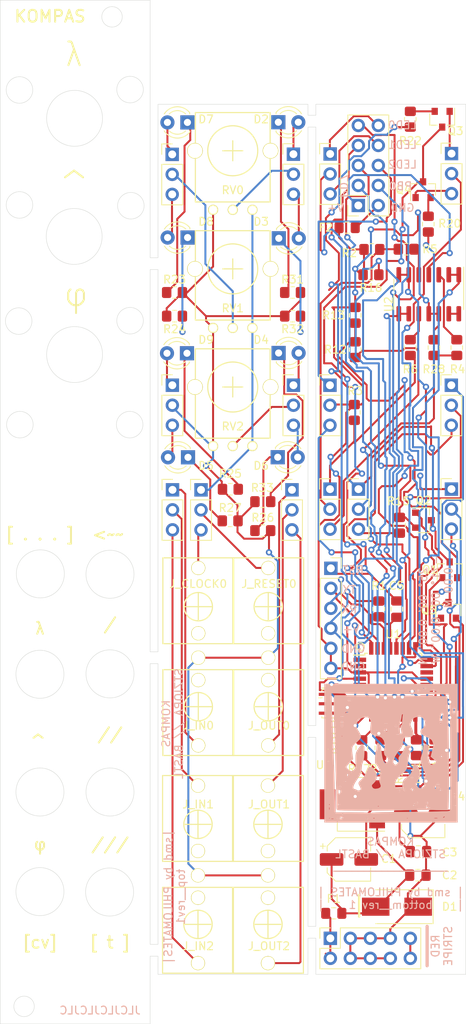
<source format=kicad_pcb>
(kicad_pcb (version 20171130) (host pcbnew 5.1.8)
  (layers (0 F.Cu signal) (31 B.Cu signal) (34 B.Paste user hide) (35 F.Paste user hide) (36 B.SilkS user) (37 F.SilkS user) (38 B.Mask user hide) (39 F.Mask user hide) (44 Edge.Cuts user))
  (net 0 "")
  (net 1 "Net-(C1-Pad1)")
  (net 2 RST)
  (net 3 "Net-(C5-Pad1)")
  (net 4 "Net-(D2-Pad1)")
  (net 5 "Net-(D3-Pad1)")
  (net 6 "Net-(D4-Pad1)")
  (net 7 "Net-(D5-Pad1)")
  (net 8 "Net-(D6-Pad1)")
  (net 9 "Net-(D7-Pad1)")
  (net 10 "Net-(D8-Pad1)")
  (net 11 "Net-(D9-Pad1)")
  (net 12 "Net-(F1-Pad2)")
  (net 13 "Net-(F2-Pad2)")
  (net 14 LED0)
  (net 15 LED1)
  (net 16 LED2)
  (net 17 PB0)
  (net 18 PD7)
  (net 19 RXI)
  (net 20 TXO)
  (net 21 "Net-(J_CLOCK0-Pad2)")
  (net 22 "Net-(J_IN0-Pad2)")
  (net 23 "Net-(J_IN1-Pad2)")
  (net 24 "Net-(J_IN2-Pad2)")
  (net 25 "Net-(J_OUT0-Pad2)")
  (net 26 "Net-(J_OUT1-Pad2)")
  (net 27 "Net-(J_OUT2-Pad2)")
  (net 28 "Net-(J_POWER0-Pad10)")
  (net 29 "Net-(J_RESET0-Pad2)")
  (net 30 "Net-(Q1-Pad2)")
  (net 31 RESET)
  (net 32 "Net-(Q2-Pad2)")
  (net 33 CLOCK)
  (net 34 "Net-(Q3-Pad2)")
  (net 35 "Net-(Q4-Pad2)")
  (net 36 "Net-(Q5-Pad2)")
  (net 37 "Net-(R4-Pad1)")
  (net 38 "Net-(R5-Pad1)")
  (net 39 "Net-(R6-Pad1)")
  (net 40 OUT2)
  (net 41 OUT1)
  (net 42 OUT0)
  (net 43 IN2)
  (net 44 IN0)
  (net 45 IN1)
  (net 46 "Net-(U1-Pad22)")
  (net 47 "Net-(U1-Pad19)")
  (net 48 "Net-(U1-Pad8)")
  (net 49 "Net-(U1-Pad7)")
  (net 50 "Net-(U2-Pad13)")
  (net 51 OUT_LED0_B)
  (net 52 OUT_LED1_B)
  (net 53 OUT_LED2_B)
  (net 54 CLOCK_LED_B)
  (net 55 RESET_LED_B)
  (net 56 LED0_A_B)
  (net 57 LED1_A_B)
  (net 58 LED2_A_B)
  (net 59 POT0_B)
  (net 60 POT1_B)
  (net 61 POT2_B)
  (net 62 OUT2_B)
  (net 63 OUT1_B)
  (net 64 OUT0_B)
  (net 65 CLOCK_B)
  (net 66 RESET_B)
  (net 67 IN0_B)
  (net 68 IN1_B)
  (net 69 IN2_B)
  (net 70 GND_B)
  (net 71 OUT_LED0_T)
  (net 72 OUT_LED1_T)
  (net 73 OUT_LED2_T)
  (net 74 CLOCK_LED_T)
  (net 75 RESET_LED_T)
  (net 76 LED0_A_T)
  (net 77 LED1_A_T)
  (net 78 LED2_A_T)
  (net 79 POT0_T)
  (net 80 POT1_T)
  (net 81 POT2_T)
  (net 82 IN2_T)
  (net 83 RESET_T)
  (net 84 IN0_T)
  (net 85 IN1_T)
  (net 86 OUT1_T)
  (net 87 OUT0_T)
  (net 88 CLOCK_T)
  (net 89 OUT2_T)
  (net 90 VCC_B)
  (net 91 GND_T)
  (net 92 VCC_T)
  (module custom_eurorack:mates_smaller (layer B.Cu) (at 118.5 120.5 180)
    (fp_text reference G*** hide)
    (fp_text value LOGO hide)
  )
  (module custom_eurorack:PJ301M-12_without_ground (layer F.Cu) (at 102.906116 114.59538 180)
    (fp_text reference J_OUT0 (at -0.093884 -2.40462) (layer F.SilkS))
    (fp_text value PJ301M-12_without_ground hide)
    (pad 3 thru_hole circle (at 0 -4.92 180) (size 1.8 1.8) (drill 1.6) (layers *.Cu *.Mask F.SilkS) (net 87 OUT0_T))
    (pad 2 thru_hole circle (at 0 3.38 180) (size 1.8 1.8) (drill 1.6) (layers *.Cu *.Mask F.SilkS) (net 25 "Net-(J_OUT0-Pad2)"))
  )
  (module custom_eurorack:PJ301M-12_without_ground (layer F.Cu) (at 94.016116 114.59538 180)
    (fp_text reference J_IN0 (at 0.016116 -2.40462) (layer F.SilkS))
    (fp_text value PJ301M-12_without_ground hide)
    (pad 3 thru_hole circle (at 0 -4.92 180) (size 1.8 1.8) (drill 1.6) (layers *.Cu *.Mask F.SilkS) (net 84 IN0_T))
    (pad 2 thru_hole circle (at 0 3.38 180) (size 1.8 1.8) (drill 1.6) (layers *.Cu *.Mask F.SilkS) (net 22 "Net-(J_IN0-Pad2)"))
  )
  (module custom_eurorack:PJ301M-12_without_ground (layer F.Cu) (at 93.98 142.24 180)
    (fp_text reference J_IN2 (at -0.02 -2.76) (layer F.SilkS))
    (fp_text value PJ301M-12_without_ground hide)
    (pad 3 thru_hole circle (at 0 -4.92 180) (size 1.8 1.8) (drill 1.6) (layers *.Cu *.Mask F.SilkS) (net 82 IN2_T))
    (pad 2 thru_hole circle (at 0 3.38 180) (size 1.8 1.8) (drill 1.6) (layers *.Cu *.Mask F.SilkS) (net 24 "Net-(J_IN2-Pad2)"))
  )
  (module custom_eurorack:PJ301M-12_without_ground (layer F.Cu) (at 102.87 142.24 180)
    (fp_text reference J_OUT2 (at -0.13 -2.76) (layer F.SilkS))
    (fp_text value PJ301M-12_without_ground hide)
    (pad 3 thru_hole circle (at 0 -4.92 180) (size 1.8 1.8) (drill 1.6) (layers *.Cu *.Mask F.SilkS) (net 89 OUT2_T))
    (pad 2 thru_hole circle (at 0 3.38 180) (size 1.8 1.8) (drill 1.6) (layers *.Cu *.Mask F.SilkS) (net 27 "Net-(J_OUT2-Pad2)"))
  )
  (module Connector_PinHeader_2.54mm:PinHeader_1x03_P2.54mm_Vertical (layer F.Cu) (at 110.771692 44.4062)
    (fp_text reference J6 hide)
    (fp_text value Conn_01x10_Male hide)
    (pad 3 thru_hole oval (at 0 5.08) (size 1.7 1.7) (drill 1) (layers *.Cu *.Mask) (net 57 LED1_A_B))
    (pad 2 thru_hole oval (at 0 2.54) (size 1.7 1.7) (drill 1) (layers *.Cu *.Mask) (net 60 POT1_B))
    (pad 1 thru_hole rect (at 0 0) (size 1.7 1.7) (drill 1) (layers *.Cu *.Mask) (net 56 LED0_A_B))
  )
  (module Package_SO:SOIC-14_3.9x8.7mm_P1.27mm (layer F.Cu) (at 123.306247 62.222488 270)
    (fp_text reference U2 (at 1.2715 5.101 90) (layer F.SilkS))
    (fp_text value MCP6004 hide)
    (pad 14 smd roundrect (at 2.475 -3.81 270) (size 1.95 0.6) (layers F.Cu F.Paste F.Mask) (net 50 "Net-(U2-Pad13)"))
    (pad 13 smd roundrect (at 2.475 -2.54 270) (size 1.95 0.6) (layers F.Cu F.Paste F.Mask) (net 50 "Net-(U2-Pad13)"))
    (pad 12 smd roundrect (at 2.475 -1.27 270) (size 1.95 0.6) (layers F.Cu F.Paste F.Mask) (net 70 GND_B))
    (pad 11 smd roundrect (at 2.475 0 270) (size 1.95 0.6) (layers F.Cu F.Paste F.Mask) (net 70 GND_B))
    (pad 10 smd roundrect (at 2.475 1.27 270) (size 1.95 0.6) (layers F.Cu F.Paste F.Mask) (net 39 "Net-(R6-Pad1)"))
    (pad 9 smd roundrect (at 2.475 2.54 270) (size 1.95 0.6) (layers F.Cu F.Paste F.Mask) (net 44 IN0))
    (pad 8 smd roundrect (at 2.475 3.81 270) (size 1.95 0.6) (layers F.Cu F.Paste F.Mask) (net 44 IN0))
    (pad 7 smd roundrect (at -2.475 3.81 270) (size 1.95 0.6) (layers F.Cu F.Paste F.Mask) (net 45 IN1))
    (pad 6 smd roundrect (at -2.475 2.54 270) (size 1.95 0.6) (layers F.Cu F.Paste F.Mask) (net 45 IN1))
    (pad 5 smd roundrect (at -2.475 1.27 270) (size 1.95 0.6) (layers F.Cu F.Paste F.Mask) (net 38 "Net-(R5-Pad1)"))
    (pad 4 smd roundrect (at -2.475 0 270) (size 1.95 0.6) (layers F.Cu F.Paste F.Mask) (net 90 VCC_B))
    (pad 3 smd roundrect (at -2.475 -1.27 270) (size 1.95 0.6) (layers F.Cu F.Paste F.Mask) (net 37 "Net-(R4-Pad1)"))
    (pad 2 smd roundrect (at -2.475 -2.54 270) (size 1.95 0.6) (layers F.Cu F.Paste F.Mask) (net 43 IN2))
    (pad 1 smd roundrect (at -2.475 -3.81 270) (size 1.95 0.6) (layers F.Cu F.Paste F.Mask) (net 43 IN2))
  )
  (module Package_QFP:TQFP-32_7x7mm_P0.8mm (layer F.Cu) (at 118.793247 111.442988)
    (fp_text reference U1 (at 0 -6.05) (layer F.SilkS))
    (fp_text value ATmega328-AU hide)
    (pad 32 smd rect (at -2.8 -4.25 90) (size 1.6 0.55) (layers F.Cu F.Paste F.Mask) (net 54 CLOCK_LED_B))
    (pad 31 smd rect (at -2 -4.25 90) (size 1.6 0.55) (layers F.Cu F.Paste F.Mask) (net 20 TXO))
    (pad 30 smd rect (at -1.2 -4.25 90) (size 1.6 0.55) (layers F.Cu F.Paste F.Mask) (net 19 RXI))
    (pad 29 smd rect (at -0.4 -4.25 90) (size 1.6 0.55) (layers F.Cu F.Paste F.Mask) (net 2 RST))
    (pad 28 smd rect (at 0.4 -4.25 90) (size 1.6 0.55) (layers F.Cu F.Paste F.Mask) (net 61 POT2_B))
    (pad 27 smd rect (at 1.2 -4.25 90) (size 1.6 0.55) (layers F.Cu F.Paste F.Mask) (net 60 POT1_B))
    (pad 26 smd rect (at 2 -4.25 90) (size 1.6 0.55) (layers F.Cu F.Paste F.Mask) (net 59 POT0_B))
    (pad 25 smd rect (at 2.8 -4.25 90) (size 1.6 0.55) (layers F.Cu F.Paste F.Mask) (net 43 IN2))
    (pad 24 smd rect (at 4.25 -2.8) (size 1.6 0.55) (layers F.Cu F.Paste F.Mask) (net 44 IN0))
    (pad 23 smd rect (at 4.25 -2) (size 1.6 0.55) (layers F.Cu F.Paste F.Mask) (net 45 IN1))
    (pad 22 smd rect (at 4.25 -1.2) (size 1.6 0.55) (layers F.Cu F.Paste F.Mask) (net 46 "Net-(U1-Pad22)"))
    (pad 21 smd rect (at 4.25 -0.4) (size 1.6 0.55) (layers F.Cu F.Paste F.Mask) (net 70 GND_B))
    (pad 20 smd rect (at 4.25 0.4) (size 1.6 0.55) (layers F.Cu F.Paste F.Mask) (net 90 VCC_B))
    (pad 19 smd rect (at 4.25 1.2) (size 1.6 0.55) (layers F.Cu F.Paste F.Mask) (net 47 "Net-(U1-Pad19)"))
    (pad 18 smd rect (at 4.25 2) (size 1.6 0.55) (layers F.Cu F.Paste F.Mask) (net 90 VCC_B))
    (pad 17 smd rect (at 4.25 2.8) (size 1.6 0.55) (layers F.Cu F.Paste F.Mask) (net 33 CLOCK))
    (pad 16 smd rect (at 2.8 4.25 90) (size 1.6 0.55) (layers F.Cu F.Paste F.Mask) (net 31 RESET))
    (pad 15 smd rect (at 2 4.25 90) (size 1.6 0.55) (layers F.Cu F.Paste F.Mask) (net 42 OUT0))
    (pad 14 smd rect (at 1.2 4.25 90) (size 1.6 0.55) (layers F.Cu F.Paste F.Mask) (net 41 OUT1))
    (pad 13 smd rect (at 0.4 4.25 90) (size 1.6 0.55) (layers F.Cu F.Paste F.Mask) (net 40 OUT2))
    (pad 12 smd rect (at -0.4 4.25 90) (size 1.6 0.55) (layers F.Cu F.Paste F.Mask) (net 17 PB0))
    (pad 11 smd rect (at -1.2 4.25 90) (size 1.6 0.55) (layers F.Cu F.Paste F.Mask) (net 18 PD7))
    (pad 10 smd rect (at -2 4.25 90) (size 1.6 0.55) (layers F.Cu F.Paste F.Mask) (net 16 LED2))
    (pad 9 smd rect (at -2.8 4.25 90) (size 1.6 0.55) (layers F.Cu F.Paste F.Mask) (net 15 LED1))
    (pad 8 smd rect (at -4.25 2.8) (size 1.6 0.55) (layers F.Cu F.Paste F.Mask) (net 48 "Net-(U1-Pad8)"))
    (pad 7 smd rect (at -4.25 2) (size 1.6 0.55) (layers F.Cu F.Paste F.Mask) (net 49 "Net-(U1-Pad7)"))
    (pad 6 smd rect (at -4.25 1.2) (size 1.6 0.55) (layers F.Cu F.Paste F.Mask) (net 90 VCC_B))
    (pad 5 smd rect (at -4.25 0.4) (size 1.6 0.55) (layers F.Cu F.Paste F.Mask) (net 70 GND_B))
    (pad 4 smd rect (at -4.25 -0.4) (size 1.6 0.55) (layers F.Cu F.Paste F.Mask) (net 90 VCC_B))
    (pad 3 smd rect (at -4.25 -1.2) (size 1.6 0.55) (layers F.Cu F.Paste F.Mask) (net 70 GND_B))
    (pad 2 smd rect (at -4.25 -2) (size 1.6 0.55) (layers F.Cu F.Paste F.Mask) (net 55 RESET_LED_B))
    (pad 1 smd rect (at -4.25 -2.8) (size 1.6 0.55) (layers F.Cu F.Paste F.Mask) (net 14 LED0))
  )
  (module Fuse:Fuse_0805_2012Metric_Pad1.15x1.40mm_HandSolder (layer F.Cu) (at 111.232247 140.836988 180)
    (fp_text reference F1 (at 0 1.843) (layer F.SilkS))
    (fp_text value Polyfuse hide)
    (pad 2 smd roundrect (at 1.025 0 180) (size 1.15 1.4) (layers F.Cu F.Paste F.Mask) (roundrect_rratio 0.2173904347826087) (net 12 "Net-(F1-Pad2)"))
    (pad 1 smd roundrect (at -1.025 0 180) (size 1.15 1.4) (layers F.Cu F.Paste F.Mask) (roundrect_rratio 0.2173904347826087) (net 1 "Net-(C1-Pad1)"))
  )
  (module Connector_PinHeader_2.54mm:PinHeader_1x03_P2.54mm_Vertical (layer F.Cu) (at 94.363691 87.062793)
    (fp_text reference J20 hide)
    (fp_text value Conn_01x10_Male hide)
    (pad 1 thru_hole rect (at 0 0) (size 1.7 1.7) (drill 1) (layers *.Cu *.Mask) (net 92 VCC_T))
    (pad 2 thru_hole oval (at 0 2.54) (size 1.7 1.7) (drill 1) (layers *.Cu *.Mask) (net 83 RESET_T))
    (pad 3 thru_hole oval (at 0 5.08) (size 1.7 1.7) (drill 1) (layers *.Cu *.Mask) (net 88 CLOCK_T))
  )
  (module Connector_PinHeader_2.54mm:PinHeader_1x03_P2.54mm_Vertical (layer F.Cu) (at 114.366008 86.972988)
    (fp_text reference J12 hide)
    (fp_text value Conn_01x10_Male hide)
    (pad 3 thru_hole oval (at 0 5.08) (size 1.7 1.7) (drill 1) (layers *.Cu *.Mask) (net 65 CLOCK_B))
    (pad 2 thru_hole oval (at 0 2.54) (size 1.7 1.7) (drill 1) (layers *.Cu *.Mask) (net 66 RESET_B))
    (pad 1 thru_hole rect (at 0 0) (size 1.7 1.7) (drill 1) (layers *.Cu *.Mask) (net 90 VCC_B))
  )
  (module Connector_PinHeader_2.54mm:PinHeader_1x03_P2.54mm_Vertical (layer F.Cu) (at 90.720271 73.773952)
    (fp_text reference J19 hide)
    (fp_text value Conn_01x10_Male hide)
    (pad 3 thru_hole oval (at 0 5.08) (size 1.7 1.7) (drill 1) (layers *.Cu *.Mask) (net 74 CLOCK_LED_T))
    (pad 2 thru_hole oval (at 0 2.54) (size 1.7 1.7) (drill 1) (layers *.Cu *.Mask) (net 91 GND_T))
    (pad 1 thru_hole rect (at 0 0) (size 1.7 1.7) (drill 1) (layers *.Cu *.Mask) (net 78 LED2_A_T))
  )
  (module Connector_PinHeader_2.54mm:PinHeader_1x03_P2.54mm_Vertical (layer F.Cu) (at 105.918 87.0585)
    (fp_text reference J18 hide)
    (fp_text value Conn_01x10_Male hide)
    (pad 3 thru_hole oval (at 0 5.08) (size 1.7 1.7) (drill 1) (layers *.Cu *.Mask) (net 89 OUT2_T))
    (pad 2 thru_hole oval (at 0 2.54) (size 1.7 1.7) (drill 1) (layers *.Cu *.Mask) (net 86 OUT1_T))
    (pad 1 thru_hole rect (at 0 0) (size 1.7 1.7) (drill 1) (layers *.Cu *.Mask) (net 87 OUT0_T))
  )
  (module Connector_PinHeader_2.54mm:PinHeader_1x03_P2.54mm_Vertical (layer F.Cu) (at 90.7415 87.0585)
    (fp_text reference J16 hide)
    (fp_text value Conn_01x10_Male hide)
    (pad 3 thru_hole oval (at 0 5.08) (size 1.7 1.7) (drill 1) (layers *.Cu *.Mask) (net 82 IN2_T))
    (pad 2 thru_hole oval (at 0 2.54) (size 1.7 1.7) (drill 1) (layers *.Cu *.Mask) (net 85 IN1_T))
    (pad 1 thru_hole rect (at 0 0) (size 1.7 1.7) (drill 1) (layers *.Cu *.Mask) (net 84 IN0_T))
  )
  (module Connector_PinHeader_2.54mm:PinHeader_1x03_P2.54mm_Vertical (layer F.Cu) (at 106.107362 73.773952)
    (fp_text reference J15 hide)
    (fp_text value Conn_01x10_Male hide)
    (pad 3 thru_hole oval (at 0 5.08) (size 1.7 1.7) (drill 1) (layers *.Cu *.Mask) (net 75 RESET_LED_T))
    (pad 2 thru_hole oval (at 0 2.54) (size 1.7 1.7) (drill 1) (layers *.Cu *.Mask) (net 81 POT2_T))
    (pad 1 thru_hole rect (at 0 0) (size 1.7 1.7) (drill 1) (layers *.Cu *.Mask) (net 73 OUT_LED2_T))
  )
  (module Connector_PinHeader_2.54mm:PinHeader_1x03_P2.54mm_Vertical (layer F.Cu) (at 106.104316 44.435441)
    (fp_text reference J14 hide)
    (fp_text value Conn_01x10_Male hide)
    (pad 3 thru_hole oval (at 0 5.08) (size 1.7 1.7) (drill 1) (layers *.Cu *.Mask) (net 72 OUT_LED1_T))
    (pad 2 thru_hole oval (at 0 2.54) (size 1.7 1.7) (drill 1) (layers *.Cu *.Mask) (net 79 POT0_T))
    (pad 1 thru_hole rect (at 0 0) (size 1.7 1.7) (drill 1) (layers *.Cu *.Mask) (net 71 OUT_LED0_T))
  )
  (module Connector_PinHeader_2.54mm:PinHeader_1x03_P2.54mm_Vertical (layer F.Cu) (at 90.703287 44.45867)
    (fp_text reference J13 hide)
    (fp_text value Conn_01x10_Male hide)
    (pad 3 thru_hole oval (at 0 5.08) (size 1.7 1.7) (drill 1) (layers *.Cu *.Mask) (net 77 LED1_A_T))
    (pad 2 thru_hole oval (at 0 2.54) (size 1.7 1.7) (drill 1) (layers *.Cu *.Mask) (net 80 POT1_T))
    (pad 1 thru_hole rect (at 0 0) (size 1.7 1.7) (drill 1) (layers *.Cu *.Mask) (net 76 LED0_A_T))
  )
  (module Connector_PinHeader_2.54mm:PinHeader_1x03_P2.54mm_Vertical (layer F.Cu) (at 110.745537 73.776062)
    (fp_text reference J11 hide)
    (fp_text value Conn_01x10_Male hide)
    (pad 3 thru_hole oval (at 0 5.08) (size 1.7 1.7) (drill 1) (layers *.Cu *.Mask) (net 54 CLOCK_LED_B))
    (pad 2 thru_hole oval (at 0 2.54) (size 1.7 1.7) (drill 1) (layers *.Cu *.Mask) (net 70 GND_B))
    (pad 1 thru_hole rect (at 0 0) (size 1.7 1.7) (drill 1) (layers *.Cu *.Mask) (net 58 LED2_A_B))
  )
  (module Connector_PinHeader_2.54mm:PinHeader_1x03_P2.54mm_Vertical (layer F.Cu) (at 126.181747 86.963749)
    (fp_text reference J10 hide)
    (fp_text value Conn_01x10_Male hide)
    (pad 3 thru_hole oval (at 0 5.08) (size 1.7 1.7) (drill 1) (layers *.Cu *.Mask) (net 62 OUT2_B))
    (pad 2 thru_hole oval (at 0 2.54) (size 1.7 1.7) (drill 1) (layers *.Cu *.Mask) (net 63 OUT1_B))
    (pad 1 thru_hole rect (at 0 0) (size 1.7 1.7) (drill 1) (layers *.Cu *.Mask) (net 64 OUT0_B))
  )
  (module Connector_PinHeader_2.54mm:PinHeader_1x03_P2.54mm_Vertical (layer F.Cu) (at 110.754167 86.972988)
    (fp_text reference J9 hide)
    (fp_text value Conn_01x10_Male hide)
    (pad 3 thru_hole oval (at 0 5.08) (size 1.7 1.7) (drill 1) (layers *.Cu *.Mask) (net 69 IN2_B))
    (pad 2 thru_hole oval (at 0 2.54) (size 1.7 1.7) (drill 1) (layers *.Cu *.Mask) (net 68 IN1_B))
    (pad 1 thru_hole rect (at 0 0) (size 1.7 1.7) (drill 1) (layers *.Cu *.Mask) (net 67 IN0_B))
  )
  (module Connector_PinHeader_2.54mm:PinHeader_1x03_P2.54mm_Vertical (layer F.Cu) (at 126.167215 73.776062)
    (fp_text reference J8 hide)
    (fp_text value Conn_01x10_Male hide)
    (pad 3 thru_hole oval (at 0 5.08) (size 1.7 1.7) (drill 1) (layers *.Cu *.Mask) (net 55 RESET_LED_B))
    (pad 2 thru_hole oval (at 0 2.54) (size 1.7 1.7) (drill 1) (layers *.Cu *.Mask) (net 61 POT2_B))
    (pad 1 thru_hole rect (at 0 0) (size 1.7 1.7) (drill 1) (layers *.Cu *.Mask) (net 53 OUT_LED2_B))
  )
  (module Connector_PinHeader_2.54mm:PinHeader_1x03_P2.54mm_Vertical (layer F.Cu) (at 126.19595 44.359741)
    (fp_text reference J7 hide)
    (fp_text value Conn_01x10_Male hide)
    (pad 3 thru_hole oval (at 0 5.08) (size 1.7 1.7) (drill 1) (layers *.Cu *.Mask) (net 52 OUT_LED1_B))
    (pad 2 thru_hole oval (at 0 2.54) (size 1.7 1.7) (drill 1) (layers *.Cu *.Mask) (net 59 POT0_B))
    (pad 1 thru_hole rect (at 0 0) (size 1.7 1.7) (drill 1) (layers *.Cu *.Mask) (net 51 OUT_LED0_B))
  )
  (module Capacitor_SMD:CP_Elec_5x5.4 (layer F.Cu) (at 122.585247 128.472988)
    (fp_text reference C4 (at 4.37 -2.479) (layer F.SilkS))
    (fp_text value 10u hide)
    (pad 2 smd roundrect (at 2.2 0) (size 3 1.6) (layers F.Cu F.Paste F.Mask) (roundrect_rratio 0.15625) (net 70 GND_B))
    (pad 1 smd roundrect (at -2.2 0) (size 3 1.6) (layers F.Cu F.Paste F.Mask) (roundrect_rratio 0.15625) (net 90 VCC_B))
  )
  (module LED_THT:LED_D3.0mm (layer F.Cu) (at 104.188923 40.377027)
    (fp_text reference D2 (at -2.188923 -0.377027) (layer F.SilkS))
    (fp_text value LED hide)
    (pad 2 thru_hole circle (at 2.54 0) (size 1.8 1.8) (drill 0.9) (layers *.Cu *.Mask) (net 71 OUT_LED0_T))
    (pad 1 thru_hole rect (at 0 0) (size 1.8 1.8) (drill 0.9) (layers *.Cu *.Mask) (net 4 "Net-(D2-Pad1)"))
  )
  (module Capacitor_SMD:C_0805_2012Metric_Pad1.18x1.45mm_HandSolder (layer F.Cu) (at 119.242247 102.207488 270)
    (fp_text reference C5 (at -2.9635 0.037 180) (layer F.SilkS))
    (fp_text value 100n hide)
    (pad 2 smd roundrect (at 1.0375 0 270) (size 1.175 1.45) (layers F.Cu F.Paste F.Mask) (roundrect_rratio 0.2127659574468085) (net 2 RST))
    (pad 1 smd roundrect (at -1.0375 0 270) (size 1.175 1.45) (layers F.Cu F.Paste F.Mask) (roundrect_rratio 0.2127659574468085) (net 3 "Net-(C5-Pad1)"))
  )
  (module Diode_SMD:D_SMB_Handsoldering (layer F.Cu) (at 119.255247 139.993988 180)
    (fp_text reference D1 (at -6.7 0) (layer F.SilkS))
    (fp_text value 1N4007 hide)
    (pad 2 smd rect (at 2.7 0 180) (size 3.5 2.3) (layers F.Cu F.Paste F.Mask) (net 1 "Net-(C1-Pad1)"))
    (pad 1 smd rect (at -2.7 0 180) (size 3.5 2.3) (layers F.Cu F.Paste F.Mask) (net 70 GND_B))
  )
  (module LED_THT:LED_D3.0mm (layer F.Cu) (at 104.246157 55.11703)
    (fp_text reference D3 (at -2.246157 -2.11703) (layer F.SilkS))
    (fp_text value LED hide)
    (pad 2 thru_hole circle (at 2.54 0) (size 1.8 1.8) (drill 0.9) (layers *.Cu *.Mask) (net 72 OUT_LED1_T))
    (pad 1 thru_hole rect (at 0 0) (size 1.8 1.8) (drill 0.9) (layers *.Cu *.Mask) (net 5 "Net-(D3-Pad1)"))
  )
  (module Resistor_SMD:R_0805_2012Metric_Pad1.20x1.40mm_HandSolder (layer F.Cu) (at 106 62)
    (fp_text reference R31 (at 0 -1.65) (layer F.SilkS))
    (fp_text value 1k hide)
    (pad 2 smd roundrect (at 1 0) (size 1.2 1.4) (layers F.Cu F.Paste F.Mask) (roundrect_rratio 0.2083325) (net 91 GND_T))
    (pad 1 smd roundrect (at -1 0) (size 1.2 1.4) (layers F.Cu F.Paste F.Mask) (roundrect_rratio 0.2083325) (net 4 "Net-(D2-Pad1)"))
  )
  (module Connector_PinSocket_2.54mm:PinSocket_2x05_P2.54mm_Vertical (layer F.Cu) (at 114.349899 50.945061 180)
    (fp_text reference J4 hide)
    (fp_text value Conn_02x05_Odd_Even hide)
    (pad 10 thru_hole oval (at -2.54 10.16 180) (size 1.7 1.7) (drill 1) (layers *.Cu *.Mask) (net 56 LED0_A_B))
    (pad 9 thru_hole oval (at 0 10.16 180) (size 1.7 1.7) (drill 1) (layers *.Cu *.Mask) (net 14 LED0))
    (pad 8 thru_hole oval (at -2.54 7.62 180) (size 1.7 1.7) (drill 1) (layers *.Cu *.Mask) (net 57 LED1_A_B))
    (pad 7 thru_hole oval (at 0 7.62 180) (size 1.7 1.7) (drill 1) (layers *.Cu *.Mask) (net 15 LED1))
    (pad 6 thru_hole oval (at -2.54 5.08 180) (size 1.7 1.7) (drill 1) (layers *.Cu *.Mask) (net 58 LED2_A_B))
    (pad 5 thru_hole oval (at 0 5.08 180) (size 1.7 1.7) (drill 1) (layers *.Cu *.Mask) (net 16 LED2))
    (pad 4 thru_hole oval (at -2.54 2.54 180) (size 1.7 1.7) (drill 1) (layers *.Cu *.Mask) (net 17 PB0))
    (pad 3 thru_hole oval (at 0 2.54 180) (size 1.7 1.7) (drill 1) (layers *.Cu *.Mask) (net 18 PD7))
    (pad 2 thru_hole oval (at -2.54 0 180) (size 1.7 1.7) (drill 1) (layers *.Cu *.Mask) (net 13 "Net-(F2-Pad2)"))
    (pad 1 thru_hole rect (at 0 0 180) (size 1.7 1.7) (drill 1) (layers *.Cu *.Mask) (net 90 VCC_B))
  )
  (module Resistor_SMD:R_0805_2012Metric_Pad1.20x1.40mm_HandSolder (layer F.Cu) (at 106 65 180)
    (fp_text reference R32 (at 0 -1.65) (layer F.SilkS))
    (fp_text value 1k hide)
    (pad 2 smd roundrect (at 1 0 180) (size 1.2 1.4) (layers F.Cu F.Paste F.Mask) (roundrect_rratio 0.2083325) (net 91 GND_T))
    (pad 1 smd roundrect (at -1 0 180) (size 1.2 1.4) (layers F.Cu F.Paste F.Mask) (roundrect_rratio 0.2083325) (net 5 "Net-(D3-Pad1)"))
  )
  (module Connector_PinSocket_2.54mm:PinSocket_1x06_P2.54mm_Vertical (layer F.Cu) (at 110.860247 97.021988)
    (fp_text reference J5 hide)
    (fp_text value Conn_01x06 hide)
    (pad 6 thru_hole oval (at 0 12.7) (size 1.7 1.7) (drill 1) (layers *.Cu *.Mask) (net 70 GND_B))
    (pad 5 thru_hole oval (at 0 10.16) (size 1.7 1.7) (drill 1) (layers *.Cu *.Mask) (net 70 GND_B))
    (pad 4 thru_hole oval (at 0 7.62) (size 1.7 1.7) (drill 1) (layers *.Cu *.Mask) (net 90 VCC_B))
    (pad 3 thru_hole oval (at 0 5.08) (size 1.7 1.7) (drill 1) (layers *.Cu *.Mask) (net 19 RXI))
    (pad 2 thru_hole oval (at 0 2.54) (size 1.7 1.7) (drill 1) (layers *.Cu *.Mask) (net 20 TXO))
    (pad 1 thru_hole rect (at 0 0) (size 1.7 1.7) (drill 1) (layers *.Cu *.Mask) (net 3 "Net-(C5-Pad1)"))
  )
  (module LED_THT:LED_D3.0mm (layer F.Cu) (at 104.22146 69.680369)
    (fp_text reference D4 (at -2.22146 -1.680369) (layer F.SilkS))
    (fp_text value LED hide)
    (pad 2 thru_hole circle (at 2.54 0) (size 1.8 1.8) (drill 0.9) (layers *.Cu *.Mask) (net 73 OUT_LED2_T))
    (pad 1 thru_hole rect (at 0 0) (size 1.8 1.8) (drill 0.9) (layers *.Cu *.Mask) (net 6 "Net-(D4-Pad1)"))
  )
  (module eurocad:Alpha9mmPot (layer F.Cu) (at 98.39589 74)
    (fp_text reference RV2 (at 0 5) (layer F.SilkS))
    (fp_text value 100k hide)
    (pad 1 thru_hole circle (at -2.5 7.5) (size 1.3 1.3) (drill 1) (layers *.Cu *.Mask F.SilkS) (net 91 GND_T))
    (pad 2 thru_hole circle (at 0 7.5) (size 1.3 1.3) (drill 1) (layers *.Cu *.Mask F.SilkS) (net 81 POT2_T))
    (pad 3 thru_hole circle (at 2.5 7.5) (size 1.3 1.3) (drill 1) (layers *.Cu *.Mask F.SilkS) (net 92 VCC_T))
    (pad "" thru_hole circle (at -4.8 0) (size 2 2) (drill 1.8) (layers *.Cu *.Mask F.SilkS))
    (pad "" thru_hole circle (at 4.8 0) (size 2 2) (drill 1.8) (layers *.Cu *.Mask F.SilkS))
  )
  (module eurocad:PJ301M-12 (layer F.Cu) (at 102.87 129.54)
    (fp_text reference J_OUT1 (at 0.13 -2.54) (layer F.SilkS))
    (fp_text value PJ301M-12 hide)
    (pad 3 thru_hole circle (at 0 -4.92) (size 1.8 1.8) (drill 1.6) (layers *.Cu *.Mask F.SilkS) (net 86 OUT1_T))
    (pad 1 thru_hole circle (at 0 6.48) (size 1.8 1.8) (drill 1.6) (layers *.Cu *.Mask F.SilkS) (net 91 GND_T))
    (pad 2 thru_hole circle (at 0 3.38) (size 1.8 1.8) (drill 1.6) (layers *.Cu *.Mask F.SilkS) (net 26 "Net-(J_OUT1-Pad2)"))
  )
  (module eurocad:PJ301M-12 (layer F.Cu) (at 93.98 129.54)
    (fp_text reference J_IN1 (at 0.02 -2.54) (layer F.SilkS))
    (fp_text value PJ301M-12 hide)
    (pad 3 thru_hole circle (at 0 -4.92) (size 1.8 1.8) (drill 1.6) (layers *.Cu *.Mask F.SilkS) (net 85 IN1_T))
    (pad 1 thru_hole circle (at 0 6.48) (size 1.8 1.8) (drill 1.6) (layers *.Cu *.Mask F.SilkS) (net 91 GND_T))
    (pad 2 thru_hole circle (at 0 3.38) (size 1.8 1.8) (drill 1.6) (layers *.Cu *.Mask F.SilkS) (net 23 "Net-(J_IN1-Pad2)"))
  )
  (module Package_TO_SOT_SMD:SOT-23 (layer F.Cu) (at 125.005247 39.993988 270)
    (fp_text reference Q3 (at 1.5 -1.7 180) (layer F.SilkS))
    (fp_text value 2N3904 hide)
    (pad 3 smd rect (at 1 0 270) (size 0.9 0.8) (layers F.Cu F.Paste F.Mask) (net 90 VCC_B))
    (pad 2 smd rect (at -1 0.95 270) (size 0.9 0.8) (layers F.Cu F.Paste F.Mask) (net 34 "Net-(Q3-Pad2)"))
    (pad 1 smd rect (at -1 -0.95 270) (size 0.9 0.8) (layers F.Cu F.Paste F.Mask) (net 51 OUT_LED0_B))
  )
  (module Resistor_SMD:R_0805_2012Metric_Pad1.20x1.40mm_HandSolder (layer F.Cu) (at 123.242747 53.317988 270)
    (fp_text reference R20 (at -0.074 -2.7125 180) (layer F.SilkS))
    (fp_text value 10k hide)
    (pad 2 smd roundrect (at 1 0 270) (size 1.2 1.4) (layers F.Cu F.Paste F.Mask) (roundrect_rratio 0.2083325) (net 41 OUT1))
    (pad 1 smd roundrect (at -1 0 270) (size 1.2 1.4) (layers F.Cu F.Paste F.Mask) (roundrect_rratio 0.2083325) (net 35 "Net-(Q4-Pad2)"))
  )
  (module Resistor_SMD:R_0805_2012Metric_Pad1.20x1.40mm_HandSolder (layer F.Cu) (at 117.210247 119.818488 90)
    (fp_text reference R19 (at -2.6755 -0.005 180) (layer F.SilkS))
    (fp_text value 1k hide)
    (pad 2 smd roundrect (at 1 0 90) (size 1.2 1.4) (layers F.Cu F.Paste F.Mask) (roundrect_rratio 0.2083325) (net 41 OUT1))
    (pad 1 smd roundrect (at -1 0 90) (size 1.2 1.4) (layers F.Cu F.Paste F.Mask) (roundrect_rratio 0.2083325) (net 63 OUT1_B))
  )
  (module Resistor_SMD:R_0805_2012Metric_Pad1.20x1.40mm_HandSolder (layer F.Cu) (at 112.638247 119.770988 90)
    (fp_text reference R18 (at 0.527 -1.683 90) (layer F.SilkS))
    (fp_text value 10k hide)
    (pad 2 smd roundrect (at 1 0 90) (size 1.2 1.4) (layers F.Cu F.Paste F.Mask) (roundrect_rratio 0.2083325) (net 40 OUT2))
    (pad 1 smd roundrect (at -1 0 90) (size 1.2 1.4) (layers F.Cu F.Paste F.Mask) (roundrect_rratio 0.2083325) (net 36 "Net-(Q5-Pad2)"))
  )
  (module Resistor_SMD:R_0805_2012Metric_Pad1.20x1.40mm_HandSolder (layer F.Cu) (at 114.797247 119.818488 90)
    (fp_text reference R17 (at -2.6755 -0.342 180) (layer F.SilkS))
    (fp_text value 1k hide)
    (pad 2 smd roundrect (at 1 0 90) (size 1.2 1.4) (layers F.Cu F.Paste F.Mask) (roundrect_rratio 0.2083325) (net 40 OUT2))
    (pad 1 smd roundrect (at -1 0 90) (size 1.2 1.4) (layers F.Cu F.Paste F.Mask) (roundrect_rratio 0.2083325) (net 62 OUT2_B))
  )
  (module Resistor_SMD:R_0805_2012Metric_Pad1.20x1.40mm_HandSolder (layer F.Cu) (at 115.955247 59.747488 180)
    (fp_text reference R16 (at 0 -1.65) (layer F.SilkS))
    (fp_text value 100k hide)
    (pad 2 smd roundrect (at 1 0 180) (size 1.2 1.4) (layers F.Cu F.Paste F.Mask) (roundrect_rratio 0.2083325) (net 70 GND_B))
    (pad 1 smd roundrect (at -1 0 180) (size 1.2 1.4) (layers F.Cu F.Paste F.Mask) (roundrect_rratio 0.2083325) (net 32 "Net-(Q2-Pad2)"))
  )
  (module Resistor_SMD:R_0805_2012Metric_Pad1.20x1.40mm_HandSolder (layer F.Cu) (at 119.584226 91.55674 270)
    (fp_text reference R15 (at -3.062752 0.128979 180) (layer F.SilkS))
    (fp_text value 1k hide)
    (pad 2 smd roundrect (at 1 0 270) (size 1.2 1.4) (layers F.Cu F.Paste F.Mask) (roundrect_rratio 0.2083325) (net 65 CLOCK_B))
    (pad 1 smd roundrect (at -1 0 270) (size 1.2 1.4) (layers F.Cu F.Paste F.Mask) (roundrect_rratio 0.2083325) (net 32 "Net-(Q2-Pad2)"))
  )
  (module Resistor_SMD:R_0805_2012Metric_Pad1.20x1.40mm_HandSolder (layer F.Cu) (at 124.068247 119.802488 90)
    (fp_text reference R14 (at -3.1915 -0.113 90) (layer F.SilkS))
    (fp_text value 1k hide)
    (pad 2 smd roundrect (at 1 0 90) (size 1.2 1.4) (layers F.Cu F.Paste F.Mask) (roundrect_rratio 0.2083325) (net 33 CLOCK))
    (pad 1 smd roundrect (at -1 0 90) (size 1.2 1.4) (layers F.Cu F.Paste F.Mask) (roundrect_rratio 0.2083325) (net 70 GND_B))
  )
  (module Resistor_SMD:R_0805_2012Metric_Pad1.20x1.40mm_HandSolder (layer F.Cu) (at 113.955247 64.890988 90)
    (fp_text reference R13 (at 0 -2.75 180) (layer F.SilkS))
    (fp_text value 100k hide)
    (pad 2 smd roundrect (at 1 0 90) (size 1.2 1.4) (layers F.Cu F.Paste F.Mask) (roundrect_rratio 0.2083325) (net 70 GND_B))
    (pad 1 smd roundrect (at -1 0 90) (size 1.2 1.4) (layers F.Cu F.Paste F.Mask) (roundrect_rratio 0.2083325) (net 30 "Net-(Q1-Pad2)"))
  )
  (module LED_THT:LED_D3.0mm (layer F.Cu) (at 92.579574 69.713968 180)
    (fp_text reference D9 (at -2.420426 1.713968) (layer F.SilkS))
    (fp_text value LED hide)
    (pad 2 thru_hole circle (at 2.54 0 180) (size 1.8 1.8) (drill 0.9) (layers *.Cu *.Mask) (net 78 LED2_A_T))
    (pad 1 thru_hole rect (at 0 0 180) (size 1.8 1.8) (drill 0.9) (layers *.Cu *.Mask) (net 11 "Net-(D9-Pad1)"))
  )
  (module LED_THT:LED_D3.0mm (layer F.Cu) (at 92.658652 55.020267 180)
    (fp_text reference D8 (at -2.341348 2.020267) (layer F.SilkS))
    (fp_text value LED hide)
    (pad 2 thru_hole circle (at 2.54 0 180) (size 1.8 1.8) (drill 0.9) (layers *.Cu *.Mask) (net 77 LED1_A_T))
    (pad 1 thru_hole rect (at 0 0 180) (size 1.8 1.8) (drill 0.9) (layers *.Cu *.Mask) (net 10 "Net-(D8-Pad1)"))
  )
  (module Resistor_SMD:R_0805_2012Metric_Pad1.20x1.40mm_HandSolder (layer F.Cu) (at 113.955247 69.256488 270)
    (fp_text reference R12 (at -0.0125 2.5 180) (layer F.SilkS))
    (fp_text value 1k hide)
    (pad 2 smd roundrect (at 1 0 270) (size 1.2 1.4) (layers F.Cu F.Paste F.Mask) (roundrect_rratio 0.2083325) (net 66 RESET_B))
    (pad 1 smd roundrect (at -1 0 270) (size 1.2 1.4) (layers F.Cu F.Paste F.Mask) (roundrect_rratio 0.2083325) (net 30 "Net-(Q1-Pad2)"))
  )
  (module Resistor_SMD:R_0805_2012Metric_Pad1.20x1.40mm_HandSolder (layer F.Cu) (at 121.718747 119.802488 90)
    (fp_text reference R11 (at -3.1915 -0.0135 90) (layer F.SilkS))
    (fp_text value 1k hide)
    (pad 2 smd roundrect (at 1 0 90) (size 1.2 1.4) (layers F.Cu F.Paste F.Mask) (roundrect_rratio 0.2083325) (net 31 RESET))
    (pad 1 smd roundrect (at -1 0 90) (size 1.2 1.4) (layers F.Cu F.Paste F.Mask) (roundrect_rratio 0.2083325) (net 70 GND_B))
  )
  (module Resistor_SMD:R_0805_2012Metric_Pad1.20x1.40mm_HandSolder (layer F.Cu) (at 120.955247 68.993988 270)
    (fp_text reference R6 (at 2.75 0 180) (layer F.SilkS))
    (fp_text value 100k hide)
    (pad 2 smd roundrect (at 1 0 270) (size 1.2 1.4) (layers F.Cu F.Paste F.Mask) (roundrect_rratio 0.2083325) (net 67 IN0_B))
    (pad 1 smd roundrect (at -1 0 270) (size 1.2 1.4) (layers F.Cu F.Paste F.Mask) (roundrect_rratio 0.2083325) (net 39 "Net-(R6-Pad1)"))
  )
  (module Resistor_SMD:R_0805_2012Metric_Pad1.20x1.40mm_HandSolder (layer F.Cu) (at 120.431875 56.501835 180)
    (fp_text reference R5 (at -3.023372 0.007847) (layer F.SilkS))
    (fp_text value 100k hide)
    (pad 2 smd roundrect (at 1 0 180) (size 1.2 1.4) (layers F.Cu F.Paste F.Mask) (roundrect_rratio 0.2083325) (net 68 IN1_B))
    (pad 1 smd roundrect (at -1 0 180) (size 1.2 1.4) (layers F.Cu F.Paste F.Mask) (roundrect_rratio 0.2083325) (net 38 "Net-(R5-Pad1)"))
  )
  (module Resistor_SMD:R_0805_2012Metric_Pad1.20x1.40mm_HandSolder (layer F.Cu) (at 126.862247 68.993988 270)
    (fp_text reference R4 (at 2.75 -0.093 180) (layer F.SilkS))
    (fp_text value 100k hide)
    (pad 2 smd roundrect (at 1 0 270) (size 1.2 1.4) (layers F.Cu F.Paste F.Mask) (roundrect_rratio 0.2083325) (net 69 IN2_B))
    (pad 1 smd roundrect (at -1 0 270) (size 1.2 1.4) (layers F.Cu F.Paste F.Mask) (roundrect_rratio 0.2083325) (net 37 "Net-(R4-Pad1)"))
  )
  (module Resistor_SMD:R_0805_2012Metric_Pad1.20x1.40mm_HandSolder (layer F.Cu) (at 113.844747 77.225988 90)
    (fp_text reference R3 (at 2.732 0.1105 180) (layer F.SilkS))
    (fp_text value 1M hide)
    (pad 2 smd roundrect (at 1 0 90) (size 1.2 1.4) (layers F.Cu F.Paste F.Mask) (roundrect_rratio 0.2083325) (net 70 GND_B))
    (pad 1 smd roundrect (at -1 0 90) (size 1.2 1.4) (layers F.Cu F.Paste F.Mask) (roundrect_rratio 0.2083325) (net 67 IN0_B))
  )
  (module Resistor_SMD:R_0805_2012Metric_Pad1.20x1.40mm_HandSolder (layer F.Cu) (at 116.073105 56.529916 180)
    (fp_text reference R2 (at 2.867858 -0.464072) (layer F.SilkS))
    (fp_text value 1M hide)
    (pad 2 smd roundrect (at 1 0 180) (size 1.2 1.4) (layers F.Cu F.Paste F.Mask) (roundrect_rratio 0.2083325) (net 70 GND_B))
    (pad 1 smd roundrect (at -1 0 180) (size 1.2 1.4) (layers F.Cu F.Paste F.Mask) (roundrect_rratio 0.2083325) (net 68 IN1_B))
  )
  (module Resistor_SMD:R_0805_2012Metric_Pad1.20x1.40mm_HandSolder (layer F.Cu) (at 116.956247 102.181488 270)
    (fp_text reference R1 (at -2.9375 0.001 180) (layer F.SilkS))
    (fp_text value 100k hide)
    (pad 2 smd roundrect (at 1 0 270) (size 1.2 1.4) (layers F.Cu F.Paste F.Mask) (roundrect_rratio 0.2083325) (net 2 RST))
    (pad 1 smd roundrect (at -1 0 270) (size 1.2 1.4) (layers F.Cu F.Paste F.Mask) (roundrect_rratio 0.2083325) (net 90 VCC_B))
  )
  (module Package_TO_SOT_SMD:SOT-23 (layer F.Cu) (at 125.798747 102.355988 90)
    (fp_text reference Q5 (at 0 -2.5 180) (layer F.SilkS))
    (fp_text value 2N3904 hide)
    (pad 3 smd rect (at 1 0 90) (size 0.9 0.8) (layers F.Cu F.Paste F.Mask) (net 90 VCC_B))
    (pad 2 smd rect (at -1 0.95 90) (size 0.9 0.8) (layers F.Cu F.Paste F.Mask) (net 36 "Net-(Q5-Pad2)"))
    (pad 1 smd rect (at -1 -0.95 90) (size 0.9 0.8) (layers F.Cu F.Paste F.Mask) (net 53 OUT_LED2_B))
  )
  (module Package_TO_SOT_SMD:SOT-23 (layer F.Cu) (at 122.57851 48.943421 90)
    (fp_text reference Q4 (at 0 -2.5 180) (layer F.SilkS))
    (fp_text value 2N3904 hide)
    (pad 3 smd rect (at 1 0 90) (size 0.9 0.8) (layers F.Cu F.Paste F.Mask) (net 90 VCC_B))
    (pad 2 smd rect (at -1 0.95 90) (size 0.9 0.8) (layers F.Cu F.Paste F.Mask) (net 35 "Net-(Q4-Pad2)"))
    (pad 1 smd rect (at -1 -0.95 90) (size 0.9 0.8) (layers F.Cu F.Paste F.Mask) (net 52 OUT_LED1_B))
  )
  (module Capacitor_SMD:CP_Elec_5x5.4 (layer F.Cu) (at 113.155247 133.993988)
    (fp_text reference C1 (at 5.058044 -0.07557) (layer F.SilkS))
    (fp_text value 10u hide)
    (pad 2 smd roundrect (at 2.2 0) (size 3 1.6) (layers F.Cu F.Paste F.Mask) (roundrect_rratio 0.15625) (net 70 GND_B))
    (pad 1 smd roundrect (at -2.2 0) (size 3 1.6) (layers F.Cu F.Paste F.Mask) (roundrect_rratio 0.15625) (net 1 "Net-(C1-Pad1)"))
  )
  (module eurocad:PJ301M-12 (layer F.Cu) (at 94.016116 101.89538)
    (fp_text reference J_CLOCK0 (at -0.016116 -2.89538) (layer F.SilkS))
    (fp_text value PJ301M-12 hide)
    (pad 3 thru_hole circle (at 0 -4.92) (size 1.8 1.8) (drill 1.6) (layers *.Cu *.Mask F.SilkS) (net 88 CLOCK_T))
    (pad 1 thru_hole circle (at 0 6.48) (size 1.8 1.8) (drill 1.6) (layers *.Cu *.Mask F.SilkS) (net 91 GND_T))
    (pad 2 thru_hole circle (at 0 3.38) (size 1.8 1.8) (drill 1.6) (layers *.Cu *.Mask F.SilkS) (net 21 "Net-(J_CLOCK0-Pad2)"))
  )
  (module Package_TO_SOT_SMD:SOT-23 (layer F.Cu) (at 122.62851 90.913211)
    (fp_text reference Q2 (at 0 -2.5) (layer F.SilkS))
    (fp_text value 2N3904 hide)
    (pad 3 smd rect (at 1 0) (size 0.9 0.8) (layers F.Cu F.Paste F.Mask) (net 90 VCC_B))
    (pad 2 smd rect (at -1 0.95) (size 0.9 0.8) (layers F.Cu F.Paste F.Mask) (net 32 "Net-(Q2-Pad2)"))
    (pad 1 smd rect (at -1 -0.95) (size 0.9 0.8) (layers F.Cu F.Paste F.Mask) (net 33 CLOCK))
  )
  (module Resistor_SMD:R_0805_2012Metric_Pad1.20x1.40mm_HandSolder (layer F.Cu) (at 123.955247 68.993988 90)
    (fp_text reference R28 (at -2.75 0 180) (layer F.SilkS))
    (fp_text value 1M hide)
    (pad 2 smd roundrect (at 1 0 90) (size 1.2 1.4) (layers F.Cu F.Paste F.Mask) (roundrect_rratio 0.2083325) (net 70 GND_B))
    (pad 1 smd roundrect (at -1 0 90) (size 1.2 1.4) (layers F.Cu F.Paste F.Mask) (roundrect_rratio 0.2083325) (net 69 IN2_B))
  )
  (module Capacitor_SMD:C_0805_2012Metric_Pad1.18x1.45mm_HandSolder (layer F.Cu) (at 121.917747 135.993988)
    (fp_text reference C2 (at 4.0375 0) (layer F.SilkS))
    (fp_text value 100n hide)
    (pad 2 smd roundrect (at 1.0375 0) (size 1.175 1.45) (layers F.Cu F.Paste F.Mask) (roundrect_rratio 0.2127659574468085) (net 70 GND_B))
    (pad 1 smd roundrect (at -1.0375 0) (size 1.175 1.45) (layers F.Cu F.Paste F.Mask) (roundrect_rratio 0.2127659574468085) (net 1 "Net-(C1-Pad1)"))
  )
  (module Capacitor_SMD:C_0805_2012Metric_Pad1.18x1.45mm_HandSolder (layer F.Cu) (at 121.992747 132.993988)
    (fp_text reference C3 (at 3.9625 0.0975 180) (layer F.SilkS))
    (fp_text value 100n hide)
    (pad 2 smd roundrect (at 1.0375 0) (size 1.175 1.45) (layers F.Cu F.Paste F.Mask) (roundrect_rratio 0.2127659574468085) (net 70 GND_B))
    (pad 1 smd roundrect (at -1.0375 0) (size 1.175 1.45) (layers F.Cu F.Paste F.Mask) (roundrect_rratio 0.2127659574468085) (net 90 VCC_B))
  )
  (module LED_THT:LED_D3.0mm (layer F.Cu) (at 92.71 82.931 180)
    (fp_text reference D5 (at -2.29 -1.069) (layer F.SilkS))
    (fp_text value LED hide)
    (pad 2 thru_hole circle (at 2.54 0 180) (size 1.8 1.8) (drill 0.9) (layers *.Cu *.Mask) (net 74 CLOCK_LED_T))
    (pad 1 thru_hole rect (at 0 0 180) (size 1.8 1.8) (drill 0.9) (layers *.Cu *.Mask) (net 7 "Net-(D5-Pad1)"))
  )
  (module Fuse:Fuse_0805_2012Metric_Pad1.15x1.40mm_HandSolder (layer F.Cu) (at 112.930247 53.762488)
    (fp_text reference F2 (at -2.725 -0.0185) (layer F.SilkS))
    (fp_text value Polyfuse hide)
    (pad 2 smd roundrect (at 1.025 0) (size 1.15 1.4) (layers F.Cu F.Paste F.Mask) (roundrect_rratio 0.2173904347826087) (net 13 "Net-(F2-Pad2)"))
    (pad 1 smd roundrect (at -1.025 0) (size 1.15 1.4) (layers F.Cu F.Paste F.Mask) (roundrect_rratio 0.2173904347826087) (net 70 GND_B))
  )
  (module LED_THT:LED_D3.0mm (layer F.Cu) (at 104.11089 82.917387)
    (fp_text reference D6 (at -2.11089 1.082613) (layer F.SilkS))
    (fp_text value LED hide)
    (pad 2 thru_hole circle (at 2.54 0) (size 1.8 1.8) (drill 0.9) (layers *.Cu *.Mask) (net 75 RESET_LED_T))
    (pad 1 thru_hole rect (at 0 0) (size 1.8 1.8) (drill 0.9) (layers *.Cu *.Mask) (net 8 "Net-(D6-Pad1)"))
  )
  (module Resistor_SMD:R_0805_2012Metric_Pad1.20x1.40mm_HandSolder (layer F.Cu) (at 102.213382 88.560253 180)
    (fp_text reference R33 (at 0.059376 1.760113) (layer F.SilkS))
    (fp_text value 1k hide)
    (pad 2 smd roundrect (at 1 0 180) (size 1.2 1.4) (layers F.Cu F.Paste F.Mask) (roundrect_rratio 0.2083325) (net 91 GND_T))
    (pad 1 smd roundrect (at -1 0 180) (size 1.2 1.4) (layers F.Cu F.Paste F.Mask) (roundrect_rratio 0.2083325) (net 6 "Net-(D4-Pad1)"))
  )
  (module Connector_PinSocket_2.54mm:PinSocket_2x05_P2.54mm_Vertical (layer F.Cu) (at 110.796747 144.011988 90)
    (fp_text reference J_POWER0 hide)
    (fp_text value Conn_02x05_Odd_Even hide)
    (pad 1 thru_hole rect (at 0 0 90) (size 1.7 1.7) (drill 1) (layers *.Cu *.Mask) (net 12 "Net-(F1-Pad2)"))
    (pad 2 thru_hole oval (at -2.54 0 90) (size 1.7 1.7) (drill 1) (layers *.Cu *.Mask) (net 12 "Net-(F1-Pad2)"))
    (pad 3 thru_hole oval (at 0 2.54 90) (size 1.7 1.7) (drill 1) (layers *.Cu *.Mask) (net 70 GND_B))
    (pad 4 thru_hole oval (at -2.54 2.54 90) (size 1.7 1.7) (drill 1) (layers *.Cu *.Mask) (net 70 GND_B))
    (pad 5 thru_hole oval (at 0 5.08 90) (size 1.7 1.7) (drill 1) (layers *.Cu *.Mask) (net 70 GND_B))
    (pad 6 thru_hole oval (at -2.54 5.08 90) (size 1.7 1.7) (drill 1) (layers *.Cu *.Mask) (net 70 GND_B))
    (pad 7 thru_hole oval (at 0 7.62 90) (size 1.7 1.7) (drill 1) (layers *.Cu *.Mask) (net 70 GND_B))
    (pad 8 thru_hole oval (at -2.54 7.62 90) (size 1.7 1.7) (drill 1) (layers *.Cu *.Mask) (net 70 GND_B))
    (pad 9 thru_hole oval (at 0 10.16 90) (size 1.7 1.7) (drill 1) (layers *.Cu *.Mask) (net 28 "Net-(J_POWER0-Pad10)"))
    (pad 10 thru_hole oval (at -2.54 10.16 90) (size 1.7 1.7) (drill 1) (layers *.Cu *.Mask) (net 28 "Net-(J_POWER0-Pad10)"))
  )
  (module Resistor_SMD:R_0805_2012Metric_Pad1.20x1.40mm_HandSolder (layer F.Cu) (at 98.092863 86.985983 180)
    (fp_text reference R25 (at 0 1.985983) (layer F.SilkS))
    (fp_text value 1k hide)
    (pad 2 smd roundrect (at 1 0 180) (size 1.2 1.4) (layers F.Cu F.Paste F.Mask) (roundrect_rratio 0.2083325) (net 91 GND_T))
    (pad 1 smd roundrect (at -1 0 180) (size 1.2 1.4) (layers F.Cu F.Paste F.Mask) (roundrect_rratio 0.2083325) (net 11 "Net-(D9-Pad1)"))
  )
  (module Crystal:Resonator_SMD_muRata_CSTxExxV-3Pin_3.0x1.1mm_HandSoldering (layer F.Cu) (at 110.923747 114.223988 270)
    (fp_text reference Y1 (at 2.52 -0.0315 180) (layer F.SilkS))
    (fp_text value Crystal_GND2 hide)
    (pad 3 smd rect (at 1.2 0 270) (size 0.4 3.2) (layers F.Cu F.Paste F.Mask) (net 48 "Net-(U1-Pad8)"))
    (pad 2 smd rect (at 0 0 270) (size 0.4 3.2) (layers F.Cu F.Paste F.Mask) (net 70 GND_B))
    (pad 1 smd rect (at -1.2 0 270) (size 0.4 3.2) (layers F.Cu F.Paste F.Mask) (net 49 "Net-(U1-Pad7)"))
  )
  (module Resistor_SMD:R_0805_2012Metric_Pad1.20x1.40mm_HandSolder (layer F.Cu) (at 91 65 180)
    (fp_text reference R24 (at 0 -1.65) (layer F.SilkS))
    (fp_text value 1k hide)
    (pad 2 smd roundrect (at 1 0 180) (size 1.2 1.4) (layers F.Cu F.Paste F.Mask) (roundrect_rratio 0.2083325) (net 91 GND_T))
    (pad 1 smd roundrect (at -1 0 180) (size 1.2 1.4) (layers F.Cu F.Paste F.Mask) (roundrect_rratio 0.2083325) (net 10 "Net-(D8-Pad1)"))
  )
  (module eurocad:PJ301M-12 (layer F.Cu) (at 102.906116 101.89538)
    (fp_text reference J_RESET0 (at 0.093884 -2.89538) (layer F.SilkS))
    (fp_text value PJ301M-12 hide)
    (pad 3 thru_hole circle (at 0 -4.92) (size 1.8 1.8) (drill 1.6) (layers *.Cu *.Mask F.SilkS) (net 83 RESET_T))
    (pad 1 thru_hole circle (at 0 6.48) (size 1.8 1.8) (drill 1.6) (layers *.Cu *.Mask F.SilkS) (net 91 GND_T))
    (pad 2 thru_hole circle (at 0 3.38) (size 1.8 1.8) (drill 1.6) (layers *.Cu *.Mask F.SilkS) (net 29 "Net-(J_RESET0-Pad2)"))
  )
  (module Package_TO_SOT_SMD:SOT-223 (layer F.Cu) (at 113.590747 126.993988 180)
    (fp_text reference U3 (at 3.6355 5) (layer F.SilkS))
    (fp_text value 7805_PINS hide)
    (pad 4 smd rect (at 3.15 0 180) (size 2 3.8) (layers F.Cu F.Paste F.Mask))
    (pad 2 smd rect (at -3.15 0 180) (size 2 1.5) (layers F.Cu F.Paste F.Mask) (net 70 GND_B))
    (pad 3 smd rect (at -3.15 2.3 180) (size 2 1.5) (layers F.Cu F.Paste F.Mask) (net 90 VCC_B))
    (pad 1 smd rect (at -3.15 -2.3 180) (size 2 1.5) (layers F.Cu F.Paste F.Mask) (net 1 "Net-(C1-Pad1)"))
  )
  (module LED_THT:LED_D3.0mm (layer F.Cu) (at 92.637039 40.400894 180)
    (fp_text reference D7 (at -2.362961 0.400894) (layer F.SilkS))
    (fp_text value LED hide)
    (pad 2 thru_hole circle (at 2.54 0 180) (size 1.8 1.8) (drill 0.9) (layers *.Cu *.Mask) (net 76 LED0_A_T))
    (pad 1 thru_hole rect (at 0 0 180) (size 1.8 1.8) (drill 0.9) (layers *.Cu *.Mask) (net 9 "Net-(D7-Pad1)"))
  )
  (module eurocad:Alpha9mmPot (layer F.Cu) (at 98.39589 44)
    (fp_text reference RV0 (at 0 5) (layer F.SilkS))
    (fp_text value 100k hide)
    (pad 1 thru_hole circle (at -2.5 7.5) (size 1.3 1.3) (drill 1) (layers *.Cu *.Mask F.SilkS) (net 91 GND_T))
    (pad 2 thru_hole circle (at 0 7.5) (size 1.3 1.3) (drill 1) (layers *.Cu *.Mask F.SilkS) (net 79 POT0_T))
    (pad 3 thru_hole circle (at 2.5 7.5) (size 1.3 1.3) (drill 1) (layers *.Cu *.Mask F.SilkS) (net 92 VCC_T))
    (pad "" thru_hole circle (at -4.8 0) (size 2 2) (drill 1.8) (layers *.Cu *.Mask F.SilkS))
    (pad "" thru_hole circle (at 4.8 0) (size 2 2) (drill 1.8) (layers *.Cu *.Mask F.SilkS))
  )
  (module Resistor_SMD:R_0805_2012Metric_Pad1.20x1.40mm_HandSolder (layer F.Cu) (at 102.213382 92.237129)
    (fp_text reference R26 (at 0 -1.65) (layer F.SilkS))
    (fp_text value 1k hide)
    (pad 2 smd roundrect (at 1 0) (size 1.2 1.4) (layers F.Cu F.Paste F.Mask) (roundrect_rratio 0.2083325) (net 91 GND_T))
    (pad 1 smd roundrect (at -1 0) (size 1.2 1.4) (layers F.Cu F.Paste F.Mask) (roundrect_rratio 0.2083325) (net 8 "Net-(D6-Pad1)"))
  )
  (module Resistor_SMD:R_0805_2012Metric_Pad1.20x1.40mm_HandSolder (layer F.Cu) (at 98.064828 90.997855)
    (fp_text reference R27 (at 0 -1.65) (layer F.SilkS))
    (fp_text value 1k hide)
    (pad 2 smd roundrect (at 1 0) (size 1.2 1.4) (layers F.Cu F.Paste F.Mask) (roundrect_rratio 0.2083325) (net 91 GND_T))
    (pad 1 smd roundrect (at -1 0) (size 1.2 1.4) (layers F.Cu F.Paste F.Mask) (roundrect_rratio 0.2083325) (net 7 "Net-(D5-Pad1)"))
  )
  (module Resistor_SMD:R_0805_2012Metric_Pad1.20x1.40mm_HandSolder (layer F.Cu) (at 91 62)
    (fp_text reference R23 (at 0 -1.65) (layer F.SilkS))
    (fp_text value 1k hide)
    (pad 2 smd roundrect (at 1 0) (size 1.2 1.4) (layers F.Cu F.Paste F.Mask) (roundrect_rratio 0.2083325) (net 91 GND_T))
    (pad 1 smd roundrect (at -1 0) (size 1.2 1.4) (layers F.Cu F.Paste F.Mask) (roundrect_rratio 0.2083325) (net 9 "Net-(D7-Pad1)"))
  )
  (module Resistor_SMD:R_0805_2012Metric_Pad1.20x1.40mm_HandSolder (layer F.Cu) (at 120.955247 39.993988 270)
    (fp_text reference R22 (at 2.75 0 180) (layer F.SilkS))
    (fp_text value 10k hide)
    (pad 2 smd roundrect (at 1 0 270) (size 1.2 1.4) (layers F.Cu F.Paste F.Mask) (roundrect_rratio 0.2083325) (net 42 OUT0))
    (pad 1 smd roundrect (at -1 0 270) (size 1.2 1.4) (layers F.Cu F.Paste F.Mask) (roundrect_rratio 0.2083325) (net 34 "Net-(Q3-Pad2)"))
  )
  (module Resistor_SMD:R_0805_2012Metric_Pad1.20x1.40mm_HandSolder (layer F.Cu) (at 119.559747 119.834488 90)
    (fp_text reference R21 (at -3.1595 -0.1045 90) (layer F.SilkS))
    (fp_text value 1k hide)
    (pad 2 smd roundrect (at 1 0 90) (size 1.2 1.4) (layers F.Cu F.Paste F.Mask) (roundrect_rratio 0.2083325) (net 42 OUT0))
    (pad 1 smd roundrect (at -1 0 90) (size 1.2 1.4) (layers F.Cu F.Paste F.Mask) (roundrect_rratio 0.2083325) (net 64 OUT0_B))
  )
  (module Package_TO_SOT_SMD:SOT-23 (layer F.Cu) (at 125.957247 97.212488 90)
    (fp_text reference Q1 (at 0 -2.5 180) (layer F.SilkS))
    (fp_text value 2N3904 hide)
    (pad 3 smd rect (at 1 0 90) (size 0.9 0.8) (layers F.Cu F.Paste F.Mask) (net 90 VCC_B))
    (pad 2 smd rect (at -1 0.95 90) (size 0.9 0.8) (layers F.Cu F.Paste F.Mask) (net 30 "Net-(Q1-Pad2)"))
    (pad 1 smd rect (at -1 -0.95 90) (size 0.9 0.8) (layers F.Cu F.Paste F.Mask) (net 31 RESET))
  )
  (module eurocad:Alpha9mmPot (layer F.Cu) (at 98.39589 59)
    (fp_text reference RV1 (at 0 5) (layer F.SilkS))
    (fp_text value 100k hide)
    (pad 1 thru_hole circle (at -2.5 7.5) (size 1.3 1.3) (drill 1) (layers *.Cu *.Mask F.SilkS) (net 91 GND_T))
    (pad 2 thru_hole circle (at 0 7.5) (size 1.3 1.3) (drill 1) (layers *.Cu *.Mask F.SilkS) (net 80 POT1_T))
    (pad 3 thru_hole circle (at 2.5 7.5) (size 1.3 1.3) (drill 1) (layers *.Cu *.Mask F.SilkS) (net 92 VCC_T))
    (pad "" thru_hole circle (at -4.8 0) (size 2 2) (drill 1.8) (layers *.Cu *.Mask F.SilkS))
    (pad "" thru_hole circle (at 4.8 0) (size 2 2) (drill 1.8) (layers *.Cu *.Mask F.SilkS))
  )
  (gr_text JLCJLCJLCJLC (at 81.534 153.162) (layer B.SilkS) (effects (font (size 1 1)) (justify mirror)))
  (gr_text KOMPAS (at 75.184 26.924) (layer F.SilkS) (effects (font (size 1.5 1.5) (thickness 0.25))))
  (gr_text λ (at 78.232 31.75) (layer F.SilkS) (effects (font (size 3 3) (thickness 0.25))))
  (gr_text ^ (at 78.232 50.038) (layer F.SilkS) (effects (font (size 6 6) (thickness 0.25))))
  (gr_text φ (at 78.486 62.23) (layer F.SilkS) (effects (font (size 3 3) (thickness 0.25))))
  (gr_text / (at 82.804 104.14) (layer F.SilkS) (effects (font (size 1.5 1.5) (thickness 0.25))))
  (gr_text // (at 82.804 118.11) (layer F.SilkS) (effects (font (size 1.5 1.5) (thickness 0.25))))
  (gr_text /// (at 82.804 132.08) (layer F.SilkS) (effects (font (size 1.5 1.5) (thickness 0.25))))
  (gr_text "[ t ]" (at 82.804 144.526) (layer F.SilkS) (effects (font (size 1.5 1.5) (thickness 0.25))))
  (gr_text [cv] (at 73.914 144.526) (layer F.SilkS) (effects (font (size 1.5 1.5) (thickness 0.25))))
  (gr_text φ (at 73.914 132.08) (layer F.SilkS) (effects (font (size 1.5 1.5) (thickness 0.25))))
  (gr_text ^ (at 73.66 119.888) (layer F.SilkS) (effects (font (size 3 3) (thickness 0.25))))
  (gr_text λ (at 73.914 104.648) (layer F.SilkS) (effects (font (size 1.5 1.5) (thickness 0.25))))
  (gr_text <~~~~ (at 82.55 92.71) (layer F.SilkS) (effects (font (size 1.5 1.5) (thickness 0.25))))
  (gr_text "[ . . . ]" (at 73.914 92.71) (layer F.SilkS) (effects (font (size 1.5 1.5) (thickness 0.25))))
  (gr_circle (center 71.882 152.654) (end 73.182 152.654) (layer Edge.Cuts) (width 0.05))
  (gr_circle (center 83.058 26.994) (end 84.358 26.994) (layer Edge.Cuts) (width 0.05))
  (gr_line (start 87.898352 57.588149) (end 87.898815 24.879829) (layer Edge.Cuts) (width 0.05))
  (gr_line (start 88.898352 57.588149) (end 88.9 38.1) (layer Edge.Cuts) (width 0.05))
  (gr_line (start 88.898352 59.088149) (end 88.898815 107.629829) (layer Edge.Cuts) (width 0.05))
  (gr_line (start 87.898815 107.629829) (end 87.898352 59.088149) (layer Edge.Cuts) (width 0.05))
  (gr_line (start 88.898352 57.588149) (end 87.898352 57.588149) (layer Edge.Cuts) (width 0.05))
  (gr_line (start 87.898352 59.088149) (end 88.898352 59.088149) (layer Edge.Cuts) (width 0.05))
  (gr_line (start 87.898815 144.779829) (end 87.898815 109.129829) (layer Edge.Cuts) (width 0.05))
  (gr_line (start 88.898815 109.129829) (end 88.898815 144.779829) (layer Edge.Cuts) (width 0.05))
  (gr_line (start 88.898815 107.629829) (end 87.898815 107.629829) (layer Edge.Cuts) (width 0.05))
  (gr_line (start 87.898815 109.129829) (end 88.898815 109.129829) (layer Edge.Cuts) (width 0.05))
  (gr_line (start 87.898815 146.279829) (end 87.898815 154.879829) (layer Edge.Cuts) (width 0.05))
  (gr_line (start 88.898815 146.279829) (end 88.9 148.59) (layer Edge.Cuts) (width 0.05))
  (gr_line (start 88.898815 144.779829) (end 87.898815 144.779829) (layer Edge.Cuts) (width 0.05))
  (gr_line (start 87.898815 146.279829) (end 88.898815 146.279829) (layer Edge.Cuts) (width 0.05))
  (gr_line (start 107.955247 143.993988) (end 108.955247 143.993988) (layer Edge.Cuts) (width 0.05))
  (gr_circle (center 82.748815 138.129829) (end 85.798815 138.129829) (layer Edge.Cuts) (width 0.05))
  (gr_circle (center 73.898815 138.079829) (end 76.948815 138.079829) (layer Edge.Cuts) (width 0.05))
  (gr_circle (center 82.798815 125.429829) (end 85.848815 125.429829) (layer Edge.Cuts) (width 0.05))
  (gr_circle (center 73.898815 125.429829) (end 76.948815 125.429829) (layer Edge.Cuts) (width 0.05))
  (gr_circle (center 73.898815 110.479829) (end 76.948815 110.479829) (layer Edge.Cuts) (width 0.05))
  (gr_circle (center 82.798815 110.429829) (end 85.848815 110.429829) (layer Edge.Cuts) (width 0.05))
  (gr_circle (center 82.798815 97.779829) (end 85.848815 97.779829) (layer Edge.Cuts) (width 0.05))
  (gr_circle (center 73.948815 97.729829) (end 76.998815 97.729829) (layer Edge.Cuts) (width 0.05))
  (gr_circle (center 85.448815 50.979829) (end 87.098815 51.329829) (layer Edge.Cuts) (width 0.05))
  (gr_circle (center 85.348815 36.229829) (end 86.998815 36.579829) (layer Edge.Cuts) (width 0.05))
  (gr_circle (center 71.298815 36.279829) (end 72.948815 36.629829) (layer Edge.Cuts) (width 0.05))
  (gr_circle (center 71.298815 50.879829) (end 72.948815 51.229829) (layer Edge.Cuts) (width 0.05))
  (gr_circle (center 85.348815 65.579829) (end 86.998815 65.929829) (layer Edge.Cuts) (width 0.05))
  (gr_circle (center 85.298815 78.779829) (end 86.948815 79.129829) (layer Edge.Cuts) (width 0.05))
  (gr_circle (center 71.348815 78.779829) (end 72.998815 79.129829) (layer Edge.Cuts) (width 0.05))
  (gr_circle (center 71.198815 65.629829) (end 72.848815 65.979829) (layer Edge.Cuts) (width 0.05))
  (gr_circle (center 78.298815 69.879829) (end 81.848815 69.879829) (layer Edge.Cuts) (width 0.05))
  (gr_circle (center 78.248815 54.879829) (end 81.798815 54.879829) (layer Edge.Cuts) (width 0.05))
  (gr_circle (center 78.298815 39.879829) (end 81.848815 39.879829) (layer Edge.Cuts) (width 0.05))
  (gr_line (start 68.848815 154.879829) (end 87.898815 154.879829) (layer Edge.Cuts) (width 0.05))
  (gr_line (start 68.848815 24.879829) (end 87.898815 24.879829) (layer Edge.Cuts) (width 0.05))
  (gr_line (start 68.848815 24.879829) (end 68.848815 154.879829) (layer Edge.Cuts) (width 0.05))
  (gr_line (start 108.955247 40.993988) (end 107.955247 40.993988) (layer Edge.Cuts) (width 0.05))
  (gr_line (start 108.955247 142.493988) (end 107.955247 142.493988) (layer Edge.Cuts) (width 0.05))
  (gr_line (start 108.955247 116.993988) (end 107.955247 116.993988) (layer Edge.Cuts) (width 0.05))
  (gr_line (start 107.955247 118.493988) (end 108.955247 118.493988) (layer Edge.Cuts) (width 0.05))
  (gr_line (start 108.955247 45.493988) (end 108.955247 116.993988) (layer Edge.Cuts) (width 0.05))
  (gr_line (start 107.955247 116.993988) (end 107.955247 45.493988) (layer Edge.Cuts) (width 0.05))
  (gr_line (start 108.955247 118.493988) (end 108.955247 142.493988) (layer Edge.Cuts) (width 0.05))
  (gr_line (start 107.955247 142.493988) (end 107.955247 118.493988) (layer Edge.Cuts) (width 0.05))
  (gr_text "KOMPAS\nSTZIOPA // BASTL\n___________________\n\n| smd by PHILOMATES |\n|    bottom__rev 1    |" (at 118.455247 135.743988) (layer B.SilkS) (effects (font (size 1 1)) (justify mirror)))
  (gr_line (start 108.455247 39.493988) (end 108.955247 39.493988) (layer Edge.Cuts) (width 0.05))
  (gr_line (start 108.955247 43.993988) (end 108.955247 45.493988) (layer Edge.Cuts) (width 0.05))
  (gr_line (start 107.955247 43.993988) (end 107.955247 45.493988) (layer Edge.Cuts) (width 0.05))
  (gr_line (start 107.955247 143.993988) (end 107.95 148.59) (layer Edge.Cuts) (width 0.05))
  (gr_line (start 107.955247 40.993988) (end 107.955247 43.993988) (layer Edge.Cuts) (width 0.05))
  (gr_line (start 107.95 38.1) (end 107.955247 39.493988) (layer Edge.Cuts) (width 0.05))
  (gr_line (start 108.955247 39.493988) (end 108.955247 38.093988) (layer Edge.Cuts) (width 0.05))
  (gr_line (start 108.955247 43.993988) (end 108.955247 40.993988) (layer Edge.Cuts) (width 0.05))
  (gr_line (start 108.955247 148.583988) (end 108.955247 143.993988) (layer Edge.Cuts) (width 0.05))
  (gr_line (start 108.455247 39.493988) (end 107.955247 39.493988) (layer Edge.Cuts) (width 0.05))
  (gr_text "  25° 00' 0.00\" N\n-71° 00' 0.00\" W\n  0.00 M" (at 124.205247 95.243988 90) (layer B.SilkS) (effects (font (size 1 1)) (justify left mirror)))
  (gr_text "|smd by PHILOMATES|\n     top__rev1     " (at 91 138.75 90) (layer B.SilkS) (effects (font (size 1 1)) (justify mirror)))
  (gr_text "KOMPAS\nSTZIOPA // BASTL" (at 90.75 116.75 90) (layer B.SilkS) (effects (font (size 1 1)) (justify mirror)))
  (gr_text V+ (at 113.455247 104.743988) (layer B.SilkS) (effects (font (size 1 1)) (justify mirror)))
  (gr_line (start 114.455247 141.243988) (end 114.455247 138.493988) (layer F.SilkS) (width 0.3))
  (gr_text RST (at 113.705247 97.243988) (layer B.SilkS) (effects (font (size 1 1)) (justify mirror)))
  (gr_text GND (at 113.705247 109.493988) (layer B.SilkS) (effects (font (size 1 1)) (justify mirror)))
  (gr_text PD7 (at 112.455247 48.493988 270) (layer B.SilkS) (effects (font (size 1 1)) (justify mirror)))
  (gr_text LED2 (at 119.955247 45.743988) (layer B.SilkS) (effects (font (size 1 1)) (justify mirror)))
  (gr_text LED1 (at 119.955247 43.243988) (layer B.SilkS) (effects (font (size 1 1)) (justify mirror)))
  (gr_text LED0 (at 119.955247 40.743988) (layer B.SilkS) (effects (font (size 1 1)) (justify mirror)))
  (gr_text PB0 (at 119.705247 48.493988) (layer B.SilkS) (effects (font (size 1 1)) (justify mirror)))
  (gr_text GND (at 119.955247 51.243988) (layer B.SilkS) (effects (font (size 1 1)) (justify mirror)))
  (gr_text V+ (at 111.455247 51.243988) (layer B.SilkS) (effects (font (size 1 1)) (justify mirror)))
  (gr_text GND (at 113.705247 107.243988) (layer B.SilkS) (effects (font (size 1 1)) (justify mirror)))
  (gr_text RX (at 113.205247 102.243988) (layer B.SilkS) (effects (font (size 1 1)) (justify mirror)))
  (gr_text TX (at 113.205247 99.743988) (layer B.SilkS) (effects (font (size 1 1)) (justify mirror)))
  (gr_circle (center 114.624585 106.973818) (end 115.124585 106.973818) (layer F.SilkS) (width 0.12))
  (gr_text "RED\nSTRIPE\n" (at 124.955247 144.993988 90) (layer B.SilkS) (effects (font (size 1 1)) (justify mirror)))
  (gr_line (start 123.090751 147.493988) (end 123.090751 142.493988) (layer B.SilkS) (width 0.4))
  (gr_line (start 128.005247 38.093988) (end 108.955247 38.093988) (layer Edge.Cuts) (width 0.05))
  (gr_line (start 108.955247 148.583988) (end 128.005247 148.583988) (layer Edge.Cuts) (width 0.05))
  (gr_line (start 128.005247 148.583988) (end 128.005247 38.093988) (layer Edge.Cuts) (width 0.05))
  (gr_line (start 107.95 38.1) (end 88.9 38.1) (layer Edge.Cuts) (width 0.05))
  (gr_line (start 88.9 148.59) (end 107.95 148.59) (layer Edge.Cuts) (width 0.05))
  (segment (start 114.987747 140.836988) (end 115.241747 140.582988) (width 0.25) (layer F.Cu) (net 1))
  (segment (start 112.257247 140.836988) (end 114.987747 140.836988) (width 0.25) (layer F.Cu) (net 1))
  (segment (start 112.257247 140.836988) (end 112.257247 140.295988) (width 0.25) (layer F.Cu) (net 1))
  (segment (start 110.955247 138.993988) (end 110.955247 134.993988) (width 0.25) (layer F.Cu) (net 1))
  (segment (start 112.257247 140.295988) (end 110.955247 138.993988) (width 0.25) (layer F.Cu) (net 1))
  (segment (start 116.291247 140.582988) (end 120.880247 135.993988) (width 0.25) (layer F.Cu) (net 1))
  (segment (start 115.241747 140.582988) (end 116.291247 140.582988) (width 0.25) (layer F.Cu) (net 1))
  (segment (start 116.740747 131.854488) (end 116.740747 129.293988) (width 0.25) (layer F.Cu) (net 1))
  (segment (start 120.880247 135.993988) (end 116.740747 131.854488) (width 0.25) (layer F.Cu) (net 1))
  (segment (start 110.955247 134.993988) (end 110.955247 133.993988) (width 0.25) (layer F.Cu) (net 1))
  (segment (start 118.393247 104.093988) (end 119.242247 103.244988) (width 0.25) (layer F.Cu) (net 2))
  (segment (start 118.393247 107.192988) (end 118.393247 104.093988) (width 0.25) (layer F.Cu) (net 2))
  (segment (start 117.868747 104.093988) (end 116.956247 103.181488) (width 0.25) (layer F.Cu) (net 2))
  (segment (start 118.393247 104.093988) (end 117.868747 104.093988) (width 0.25) (layer F.Cu) (net 2))
  (segment (start 115.791248 97.718989) (end 119.242247 101.169988) (width 0.25) (layer F.Cu) (net 3))
  (segment (start 111.557248 97.718989) (end 115.791248 97.718989) (width 0.25) (layer F.Cu) (net 3))
  (segment (start 110.860247 97.021988) (end 111.557248 97.718989) (width 0.25) (layer F.Cu) (net 3))
  (segment (start 105.471158 61.528842) (end 105 62) (width 0.25) (layer F.Cu) (net 4))
  (segment (start 105.471158 53.957029) (end 105.471158 61.528842) (width 0.25) (layer F.Cu) (net 4))
  (segment (start 104.520891 53.006762) (end 105.471158 53.957029) (width 0.25) (layer F.Cu) (net 4))
  (segment (start 104.520891 40.708995) (end 104.520891 53.006762) (width 0.25) (layer F.Cu) (net 4))
  (segment (start 104.188923 40.377027) (end 104.520891 40.708995) (width 0.25) (layer F.Cu) (net 4))
  (segment (start 104.246157 55.11703) (end 104.11703 55.11703) (width 0.25) (layer B.Cu) (net 5))
  (via (at 107 67) (size 0.8) (drill 0.4) (layers F.Cu B.Cu) (net 5))
  (segment (start 107 58) (end 107 67) (width 0.25) (layer B.Cu) (net 5))
  (segment (start 104.11703 55.11703) (end 107 58) (width 0.25) (layer B.Cu) (net 5))
  (segment (start 107 67) (end 107 65) (width 0.25) (layer F.Cu) (net 5))
  (segment (start 103.213382 87.478116) (end 103.213382 88.560253) (width 0.25) (layer F.Cu) (net 6))
  (segment (start 105.425889 85.265609) (end 103.213382 87.478116) (width 0.25) (layer F.Cu) (net 6))
  (segment (start 105.425889 82.329386) (end 105.425889 85.265609) (width 0.25) (layer F.Cu) (net 6))
  (segment (start 107.283063 80.472212) (end 105.425889 82.329386) (width 0.25) (layer F.Cu) (net 6))
  (segment (start 104.22146 69.680369) (end 104.933061 68.968768) (width 0.25) (layer F.Cu) (net 6))
  (segment (start 104.932361 70.39127) (end 104.22146 69.680369) (width 0.25) (layer F.Cu) (net 6))
  (segment (start 104.997361 74.948953) (end 104.932361 74.883953) (width 0.25) (layer F.Cu) (net 6))
  (segment (start 104.932361 74.883953) (end 104.932361 70.39127) (width 0.25) (layer F.Cu) (net 6))
  (segment (start 106.481365 74.948953) (end 104.997361 74.948953) (width 0.25) (layer F.Cu) (net 6))
  (segment (start 107.283063 75.750651) (end 106.481365 74.948953) (width 0.25) (layer F.Cu) (net 6))
  (segment (start 107.283063 80.472212) (end 107.283063 75.750651) (width 0.25) (layer F.Cu) (net 6))
  (segment (start 95.538692 85.759692) (end 92.71 82.931) (width 0.25) (layer F.Cu) (net 7))
  (segment (start 95.538692 89.533692) (end 95.538692 85.759692) (width 0.25) (layer F.Cu) (net 7))
  (segment (start 97 90.995) (end 95.538692 89.533692) (width 0.25) (layer F.Cu) (net 7))
  (segment (start 104.11089 82.917387) (end 103.082613 82.917387) (width 0.25) (layer F.Cu) (net 8))
  (segment (start 102.288372 91.162139) (end 101.213382 92.237129) (width 0.25) (layer F.Cu) (net 8))
  (segment (start 102.288372 83.711628) (end 102.288372 91.162139) (width 0.25) (layer F.Cu) (net 8))
  (segment (start 103.082613 82.917387) (end 102.288372 83.711628) (width 0.25) (layer F.Cu) (net 8))
  (segment (start 93 40.763855) (end 92.637039 40.400894) (width 0.25) (layer F.Cu) (net 9))
  (segment (start 92.270889 43.363999) (end 93 42.634888) (width 0.25) (layer F.Cu) (net 9))
  (segment (start 92.270889 49.226113) (end 92.270889 43.363999) (width 0.25) (layer F.Cu) (net 9))
  (segment (start 93 42.634888) (end 93 40.763855) (width 0.25) (layer F.Cu) (net 9))
  (segment (start 90 62) (end 91.343653 60.656347) (width 0.25) (layer F.Cu) (net 9))
  (segment (start 91.343653 52.656347) (end 91.343653 60.656347) (width 0.25) (layer F.Cu) (net 9))
  (segment (start 92.270889 51.729111) (end 91.343653 52.656347) (width 0.25) (layer F.Cu) (net 9))
  (segment (start 92.270889 49.226113) (end 92.270889 51.729111) (width 0.25) (layer F.Cu) (net 9))
  (via (at 92 67) (size 0.8) (drill 0.4) (layers F.Cu B.Cu) (net 10))
  (segment (start 92 65) (end 92 67) (width 0.25) (layer F.Cu) (net 10))
  (segment (start 92 55.678919) (end 92.658652 55.020267) (width 0.25) (layer B.Cu) (net 10))
  (segment (start 92 67) (end 92 55.678919) (width 0.25) (layer B.Cu) (net 10))
  (segment (start 99 86.3) (end 99 87) (width 0.25) (layer F.Cu) (net 11))
  (segment (start 92.270889 79.570889) (end 99 86.3) (width 0.25) (layer F.Cu) (net 11))
  (segment (start 92.270889 70.022653) (end 92.270889 79.570889) (width 0.25) (layer F.Cu) (net 11))
  (segment (start 92.579574 69.713968) (end 92.270889 70.022653) (width 0.25) (layer F.Cu) (net 11))
  (segment (start 110.207247 145.962488) (end 110.796747 146.551988) (width 0.25) (layer F.Cu) (net 12))
  (segment (start 110.796747 144.011988) (end 110.796747 146.551988) (width 0.25) (layer F.Cu) (net 12))
  (segment (start 110.796747 141.426488) (end 110.207247 140.836988) (width 0.25) (layer F.Cu) (net 12))
  (segment (start 110.796747 144.011988) (end 110.796747 141.426488) (width 0.25) (layer F.Cu) (net 12))
  (segment (start 116.829247 50.993988) (end 114.060747 53.762488) (width 0.25) (layer F.Cu) (net 13))
  (via (at 118.780237 61.993988) (size 0.8) (drill 0.4) (layers F.Cu B.Cu) (net 14))
  (segment (start 113.955247 104.246507) (end 113.913354 104.2884) (width 0.25) (layer F.Cu) (net 14))
  (segment (start 113.955247 108.291988) (end 113.955247 104.246507) (width 0.25) (layer F.Cu) (net 14))
  (segment (start 114.306247 108.642988) (end 113.955247 108.291988) (width 0.25) (layer F.Cu) (net 14))
  (segment (start 114.543247 108.642988) (end 114.306247 108.642988) (width 0.25) (layer F.Cu) (net 14))
  (via (at 113.913354 104.2884) (size 0.8) (drill 0.4) (layers F.Cu B.Cu) (net 14))
  (segment (start 113.913354 105.361403) (end 113.913354 104.2884) (width 0.25) (layer B.Cu) (net 14))
  (segment (start 115.135095 105.887142) (end 114.439093 105.887142) (width 0.25) (layer B.Cu) (net 14))
  (segment (start 114.439093 105.887142) (end 113.913354 105.361403) (width 0.25) (layer B.Cu) (net 14))
  (segment (start 115.680248 105.341989) (end 115.135095 105.887142) (width 0.25) (layer B.Cu) (net 14))
  (via (at 118.942594 55.006641) (size 0.8) (drill 0.4) (layers F.Cu B.Cu) (net 14))
  (segment (start 118.942594 55.006641) (end 118.942594 53.006641) (width 0.25) (layer B.Cu) (net 14))
  (via (at 118.942594 53.006641) (size 0.8) (drill 0.4) (layers F.Cu B.Cu) (net 14))
  (segment (start 119.652257 62.866008) (end 118.780237 61.993988) (width 0.25) (layer F.Cu) (net 14))
  (segment (start 120.955247 62.866008) (end 119.652257 62.866008) (width 0.25) (layer F.Cu) (net 14))
  (segment (start 121.391257 58.72573) (end 121.391257 62.429998) (width 0.25) (layer F.Cu) (net 14))
  (segment (start 120.506865 57.841338) (end 121.391257 58.72573) (width 0.25) (layer F.Cu) (net 14))
  (segment (start 121.391257 62.429998) (end 120.955247 62.866008) (width 0.25) (layer F.Cu) (net 14))
  (segment (start 120.020055 55.476825) (end 120.506865 55.963635) (width 0.25) (layer F.Cu) (net 14))
  (segment (start 119.438084 55.476825) (end 120.020055 55.476825) (width 0.25) (layer F.Cu) (net 14))
  (segment (start 118.955247 54.993988) (end 119.438084 55.476825) (width 0.25) (layer F.Cu) (net 14))
  (segment (start 120.506865 55.963635) (end 120.506865 57.841338) (width 0.25) (layer F.Cu) (net 14))
  (segment (start 118.942594 55.006641) (end 118.955247 54.993988) (width 0.25) (layer F.Cu) (net 14))
  (segment (start 115.157237 95.791998) (end 114.405257 96.543978) (width 0.25) (layer B.Cu) (net 14))
  (segment (start 118.780237 95.791998) (end 115.157237 95.791998) (width 0.25) (layer B.Cu) (net 14))
  (segment (start 118.780237 84.896178) (end 118.780237 95.791998) (width 0.25) (layer B.Cu) (net 14))
  (segment (start 119.505237 84.171178) (end 118.780237 84.896178) (width 0.25) (layer B.Cu) (net 14))
  (segment (start 119.505237 82.816798) (end 119.505237 84.171178) (width 0.25) (layer B.Cu) (net 14))
  (segment (start 118.780237 61.993988) (end 118.780237 82.168998) (width 0.25) (layer B.Cu) (net 14))
  (segment (start 119.505237 82.816798) (end 118.780238 82.091799) (width 0.25) (layer B.Cu) (net 14))
  (segment (start 115.680248 98.891987) (end 115.680248 105.341989) (width 0.25) (layer B.Cu) (net 14))
  (segment (start 114.405257 97.616996) (end 115.680248 98.891987) (width 0.25) (layer B.Cu) (net 14))
  (segment (start 114.405257 97.443998) (end 114.405257 97.616996) (width 0.25) (layer B.Cu) (net 14))
  (segment (start 114.405257 96.543978) (end 114.405257 97.443998) (width 0.25) (layer B.Cu) (net 14))
  (segment (start 114.289247 41.327988) (end 114.289247 40.833988) (width 0.25) (layer F.Cu) (net 14))
  (segment (start 114.988408 40.834329) (end 114.351998 40.834329) (width 0.25) (layer F.Cu) (net 14))
  (segment (start 116.163409 42.00933) (end 114.988408 40.834329) (width 0.25) (layer F.Cu) (net 14))
  (segment (start 117.266001 42.00933) (end 116.163409 42.00933) (width 0.25) (layer F.Cu) (net 14))
  (segment (start 117.281343 41.993988) (end 117.266001 42.00933) (width 0.25) (layer F.Cu) (net 14))
  (segment (start 118.955247 41.993988) (end 117.281343 41.993988) (width 0.25) (layer F.Cu) (net 14))
  (segment (start 118.955247 53.06699) (end 118.955247 41.993988) (width 0.25) (layer F.Cu) (net 14))
  (segment (start 113.114246 44.548989) (end 113.114246 48.834989) (width 0.25) (layer F.Cu) (net 15))
  (segment (start 114.289247 43.373988) (end 113.114246 44.548989) (width 0.25) (layer F.Cu) (net 15))
  (via (at 110.955247 54.993988) (size 0.8) (drill 0.4) (layers F.Cu B.Cu) (net 15))
  (segment (start 115.993247 115.692988) (end 115.256247 115.692988) (width 0.25) (layer F.Cu) (net 15))
  (via (at 113.955247 116.993988) (size 0.8) (drill 0.4) (layers F.Cu B.Cu) (net 15))
  (segment (start 115.256247 115.692988) (end 113.955247 116.993988) (width 0.25) (layer F.Cu) (net 15))
  (segment (start 113.955247 106.993988) (end 113.955247 116.993988) (width 0.25) (layer B.Cu) (net 15))
  (segment (start 112.230246 97.341989) (end 112.505237 97.61698) (width 0.25) (layer B.Cu) (net 15))
  (segment (start 112.230246 56.268987) (end 112.230246 97.341989) (width 0.25) (layer B.Cu) (net 15))
  (segment (start 112.230246 105.268987) (end 113.955247 106.993988) (width 0.25) (layer B.Cu) (net 15))
  (segment (start 110.955247 54.993988) (end 112.230246 56.268987) (width 0.25) (layer B.Cu) (net 15))
  (segment (start 110.955247 53.124298) (end 111.342067 52.737478) (width 0.25) (layer F.Cu) (net 15))
  (segment (start 110.955247 54.993988) (end 110.955247 53.124298) (width 0.25) (layer F.Cu) (net 15))
  (segment (start 111.342067 52.737478) (end 112.355247 52.737478) (width 0.25) (layer F.Cu) (net 15))
  (segment (start 112.355247 49.593988) (end 113.114246 48.834989) (width 0.25) (layer F.Cu) (net 15))
  (segment (start 112.355247 52.737478) (end 112.355247 49.593988) (width 0.25) (layer F.Cu) (net 15))
  (segment (start 113.955247 101.993988) (end 112.680248 103.268987) (width 0.25) (layer B.Cu) (net 15))
  (segment (start 113.955247 99.630398) (end 113.955247 101.993988) (width 0.25) (layer B.Cu) (net 15))
  (segment (start 112.680248 103.268987) (end 112.230246 103.268987) (width 0.25) (layer B.Cu) (net 15))
  (segment (start 112.230246 97.341989) (end 112.882245 97.993988) (width 0.25) (layer B.Cu) (net 15))
  (segment (start 112.882245 98.557396) (end 113.955247 99.630398) (width 0.25) (layer B.Cu) (net 15))
  (segment (start 112.230246 103.268987) (end 112.230246 105.268987) (width 0.25) (layer B.Cu) (net 15))
  (segment (start 112.882245 97.993988) (end 112.882245 98.557396) (width 0.25) (layer B.Cu) (net 15))
  (segment (start 115.654246 47.278987) (end 115.654246 49.563989) (width 0.25) (layer F.Cu) (net 16))
  (segment (start 114.289247 45.913988) (end 115.654246 47.278987) (width 0.25) (layer F.Cu) (net 16))
  (segment (start 112.805257 50.192976) (end 112.805257 54.843998) (width 0.25) (layer F.Cu) (net 16))
  (via (at 112.955247 54.993988) (size 0.8) (drill 0.4) (layers F.Cu B.Cu) (net 16))
  (segment (start 112.805257 54.843998) (end 112.955247 54.993988) (width 0.25) (layer F.Cu) (net 16))
  (segment (start 116.856237 113.304998) (end 116.793247 113.367988) (width 0.25) (layer F.Cu) (net 16))
  (segment (start 116.856237 113.092998) (end 116.856237 113.304998) (width 0.25) (layer F.Cu) (net 16))
  (segment (start 116.793247 113.155988) (end 116.856237 113.092998) (width 0.25) (layer F.Cu) (net 16))
  (segment (start 116.793247 115.692988) (end 116.793247 113.155988) (width 0.25) (layer F.Cu) (net 16))
  (via (at 116.793247 113.367988) (size 0.8) (drill 0.4) (layers F.Cu B.Cu) (net 16))
  (segment (start 116.793247 113.367988) (end 116.793247 99.155988) (width 0.25) (layer B.Cu) (net 16))
  (segment (start 116.793247 99.155988) (end 117.955247 97.993988) (width 0.25) (layer B.Cu) (net 16))
  (via (at 117.942594 97.981335) (size 0.8) (drill 0.4) (layers F.Cu B.Cu) (net 16))
  (segment (start 117.955247 97.993988) (end 117.942594 97.981335) (width 0.25) (layer B.Cu) (net 16))
  (via (at 116.00307 94.669834) (size 0.8) (drill 0.4) (layers F.Cu B.Cu) (net 16))
  (segment (start 117.942594 97.175043) (end 117.942594 97.981335) (width 0.25) (layer F.Cu) (net 16))
  (segment (start 116.00307 95.235519) (end 117.942594 97.175043) (width 0.25) (layer F.Cu) (net 16))
  (segment (start 116.00307 94.669834) (end 116.00307 95.235519) (width 0.25) (layer F.Cu) (net 16))
  (segment (start 113.955247 55.993988) (end 112.955247 54.993988) (width 0.25) (layer B.Cu) (net 16))
  (segment (start 113.230247 70.268988) (end 113.230246 56.718989) (width 0.25) (layer B.Cu) (net 16))
  (segment (start 114.141647 71.180388) (end 113.230247 70.268988) (width 0.25) (layer B.Cu) (net 16))
  (segment (start 116.680248 93.992656) (end 116.680248 92.933739) (width 0.25) (layer B.Cu) (net 16))
  (segment (start 116.405257 92.658748) (end 116.405256 91.807587) (width 0.25) (layer B.Cu) (net 16))
  (segment (start 116.405256 91.807587) (end 115.991019 91.39335) (width 0.25) (layer B.Cu) (net 16))
  (segment (start 115.991019 91.39335) (end 115.991019 89.958216) (width 0.25) (layer B.Cu) (net 16))
  (segment (start 116.680248 92.933739) (end 116.405257 92.658748) (width 0.25) (layer B.Cu) (net 16))
  (segment (start 115.991019 89.958216) (end 116.505237 89.443998) (width 0.25) (layer B.Cu) (net 16))
  (segment (start 116.505237 81.543978) (end 115.955247 80.993988) (width 0.25) (layer B.Cu) (net 16))
  (segment (start 116.505237 89.443998) (end 116.505237 81.543978) (width 0.25) (layer B.Cu) (net 16))
  (segment (start 115.955247 80.993988) (end 115.955247 71.993988) (width 0.25) (layer B.Cu) (net 16))
  (segment (start 116.00307 94.669834) (end 116.680248 93.992656) (width 0.25) (layer B.Cu) (net 16))
  (segment (start 115.505237 71.543978) (end 114.141647 71.543978) (width 0.25) (layer B.Cu) (net 16))
  (segment (start 115.955247 71.993988) (end 115.505237 71.543978) (width 0.25) (layer B.Cu) (net 16))
  (segment (start 113.230246 56.718989) (end 113.955247 55.993988) (width 0.25) (layer B.Cu) (net 16))
  (segment (start 114.141647 71.543978) (end 114.141647 71.180388) (width 0.25) (layer B.Cu) (net 16))
  (segment (start 113.228173 49.77006) (end 112.805257 50.192976) (width 0.25) (layer F.Cu) (net 16))
  (segment (start 115.179175 49.77006) (end 113.228173 49.77006) (width 0.25) (layer F.Cu) (net 16))
  (segment (start 115.385246 49.563989) (end 115.179175 49.77006) (width 0.25) (layer F.Cu) (net 16))
  (segment (start 115.654246 49.563989) (end 115.385246 49.563989) (width 0.25) (layer F.Cu) (net 16))
  (segment (start 116.829247 48.453988) (end 119.955247 51.579988) (width 0.25) (layer B.Cu) (net 17))
  (segment (start 119.955247 51.579988) (end 119.955247 52.993988) (width 0.25) (layer B.Cu) (net 17))
  (segment (start 118.593246 113.355989) (end 118.856237 113.092998) (width 0.25) (layer F.Cu) (net 17))
  (segment (start 118.593246 115.355989) (end 118.593246 113.355989) (width 0.25) (layer F.Cu) (net 17))
  (segment (start 118.393247 115.555988) (end 118.593246 115.355989) (width 0.25) (layer F.Cu) (net 17))
  (segment (start 118.393247 115.692988) (end 118.393247 115.555988) (width 0.25) (layer F.Cu) (net 17))
  (via (at 118.955247 113.367988) (size 0.8) (drill 0.4) (layers F.Cu B.Cu) (net 17))
  (segment (start 118.856237 113.268978) (end 118.955247 113.367988) (width 0.25) (layer F.Cu) (net 17))
  (segment (start 118.856237 113.092998) (end 118.856237 113.268978) (width 0.25) (layer F.Cu) (net 17))
  (segment (start 119.230247 79.993988) (end 119.230247 80.268988) (width 0.25) (layer B.Cu) (net 17))
  (segment (start 120.053555 52.993988) (end 120.692901 53.633334) (width 0.25) (layer B.Cu) (net 17))
  (segment (start 119.955247 52.993988) (end 120.053555 52.993988) (width 0.25) (layer B.Cu) (net 17))
  (segment (start 120.691637 59.993988) (end 120.691637 59.732906) (width 0.25) (layer B.Cu) (net 17))
  (segment (start 119.941256 60.744369) (end 120.691637 59.993988) (width 0.25) (layer B.Cu) (net 17))
  (segment (start 120.691637 59.732906) (end 120.692901 59.731642) (width 0.25) (layer B.Cu) (net 17))
  (segment (start 119.941256 62.007979) (end 119.941256 60.744369) (width 0.25) (layer B.Cu) (net 17))
  (segment (start 119.505237 62.443998) (end 119.941256 62.007979) (width 0.25) (layer B.Cu) (net 17))
  (segment (start 119.505237 74.543978) (end 119.505237 62.443998) (width 0.25) (layer B.Cu) (net 17))
  (segment (start 119.230247 80.268988) (end 119.230247 75.718988) (width 0.25) (layer B.Cu) (net 17))
  (segment (start 120.692901 53.633334) (end 120.692901 59.731642) (width 0.25) (layer B.Cu) (net 17))
  (segment (start 119.230247 74.718988) (end 119.230247 75.993988) (width 0.25) (layer B.Cu) (net 17))
  (segment (start 119.330227 74.718988) (end 119.505237 74.543978) (width 0.25) (layer B.Cu) (net 17))
  (segment (start 119.230247 74.718988) (end 119.330227 74.718988) (width 0.25) (layer B.Cu) (net 17))
  (segment (start 119.230247 81.268988) (end 119.230247 80.268988) (width 0.25) (layer B.Cu) (net 17))
  (segment (start 119.230247 81.905398) (end 119.230247 81.268988) (width 0.25) (layer B.Cu) (net 17))
  (segment (start 119.955247 82.630398) (end 119.230247 81.905398) (width 0.25) (layer B.Cu) (net 17))
  (segment (start 119.505237 96.993988) (end 119.882245 96.993988) (width 0.25) (layer B.Cu) (net 17))
  (segment (start 119.505237 98.443998) (end 119.505237 96.993988) (width 0.25) (layer B.Cu) (net 17))
  (segment (start 119.955247 84.357578) (end 119.955247 82.630398) (width 0.25) (layer B.Cu) (net 17))
  (segment (start 118.237397 99.711838) (end 119.505237 98.443998) (width 0.25) (layer B.Cu) (net 17))
  (segment (start 119.230247 85.082578) (end 119.955247 84.357578) (width 0.25) (layer B.Cu) (net 17))
  (segment (start 118.237397 110.993988) (end 118.237397 99.711838) (width 0.25) (layer B.Cu) (net 17))
  (segment (start 118.955247 110.993988) (end 118.237397 110.993988) (width 0.25) (layer B.Cu) (net 17))
  (segment (start 119.230247 96.34199) (end 119.230247 85.082578) (width 0.25) (layer B.Cu) (net 17))
  (segment (start 119.882245 96.993988) (end 119.230247 96.34199) (width 0.25) (layer B.Cu) (net 17))
  (segment (start 118.955247 113.367988) (end 118.955247 110.993988) (width 0.25) (layer B.Cu) (net 17))
  (segment (start 114.289247 48.453988) (end 114.289247 48.659988) (width 0.25) (layer F.Cu) (net 18))
  (segment (start 117.593247 115.692988) (end 117.593247 113.454998) (width 0.25) (layer F.Cu) (net 18))
  (via (at 117.787387 113.476113) (size 0.8) (drill 0.4) (layers F.Cu B.Cu) (net 18))
  (segment (start 117.614362 113.476113) (end 117.787387 113.476113) (width 0.25) (layer F.Cu) (net 18))
  (segment (start 117.593247 113.454998) (end 117.614362 113.476113) (width 0.25) (layer F.Cu) (net 18))
  (segment (start 117.787387 113.476113) (end 117.787387 99.161848) (width 0.25) (layer B.Cu) (net 18))
  (segment (start 117.787387 99.161848) (end 118.955247 97.993988) (width 0.25) (layer B.Cu) (net 18))
  (via (at 118.780237 97.043142) (size 0.8) (drill 0.4) (layers F.Cu B.Cu) (net 18))
  (segment (start 118.955247 97.218152) (end 118.780237 97.043142) (width 0.25) (layer B.Cu) (net 18))
  (segment (start 118.955247 97.993988) (end 118.955247 97.218152) (width 0.25) (layer B.Cu) (net 18))
  (segment (start 118.780237 97.043142) (end 117.731083 95.993988) (width 0.25) (layer F.Cu) (net 18))
  (via (at 116.955247 94.993988) (size 0.8) (drill 0.4) (layers F.Cu B.Cu) (net 18))
  (segment (start 117.731083 95.769824) (end 116.955247 94.993988) (width 0.25) (layer F.Cu) (net 18))
  (segment (start 117.731083 95.993988) (end 117.731083 95.769824) (width 0.25) (layer F.Cu) (net 18))
  (segment (start 117.130258 91.993988) (end 117.130258 94.179056) (width 0.25) (layer B.Cu) (net 18))
  (segment (start 117.768847 91.355399) (end 117.130258 91.993988) (width 0.25) (layer B.Cu) (net 18))
  (segment (start 117.768847 84.543978) (end 117.768847 91.355399) (width 0.25) (layer B.Cu) (net 18))
  (segment (start 117.955247 82.993988) (end 117.955247 84.357578) (width 0.25) (layer B.Cu) (net 18))
  (segment (start 117.768847 82.807588) (end 117.955247 82.993988) (width 0.25) (layer B.Cu) (net 18))
  (segment (start 117.768847 73.443998) (end 117.768847 82.807588) (width 0.25) (layer B.Cu) (net 18))
  (segment (start 116.955247 94.354067) (end 116.955247 94.993988) (width 0.25) (layer B.Cu) (net 18))
  (segment (start 117.505237 70.443998) (end 117.505237 73.180388) (width 0.25) (layer B.Cu) (net 18))
  (segment (start 118.856871 61.192344) (end 118.508879 61.192344) (width 0.25) (layer B.Cu) (net 18))
  (segment (start 117.130258 94.179056) (end 116.955247 94.354067) (width 0.25) (layer B.Cu) (net 18))
  (segment (start 114.289247 48.453988) (end 115.654246 49.818987) (width 0.25) (layer B.Cu) (net 18))
  (segment (start 114.955247 62.993988) (end 114.955247 69.993988) (width 0.25) (layer B.Cu) (net 18))
  (segment (start 117.955247 84.357578) (end 117.768847 84.543978) (width 0.25) (layer B.Cu) (net 18))
  (segment (start 118.004248 59.042989) (end 119.505237 60.543978) (width 0.25) (layer B.Cu) (net 18))
  (segment (start 117.505237 73.180388) (end 117.768847 73.443998) (width 0.25) (layer B.Cu) (net 18))
  (segment (start 114.955247 69.993988) (end 115.405257 70.443998) (width 0.25) (layer B.Cu) (net 18))
  (segment (start 119.505237 60.543978) (end 118.856871 61.192344) (width 0.25) (layer B.Cu) (net 18))
  (segment (start 118.508879 61.192344) (end 116.707235 62.993988) (width 0.25) (layer B.Cu) (net 18))
  (segment (start 116.707235 62.993988) (end 114.955247 62.993988) (width 0.25) (layer B.Cu) (net 18))
  (segment (start 115.405257 70.443998) (end 117.505237 70.443998) (width 0.25) (layer B.Cu) (net 18))
  (segment (start 116.91625 52.268987) (end 117.955247 53.307984) (width 0.25) (layer B.Cu) (net 18))
  (segment (start 116.474823 52.268987) (end 116.91625 52.268987) (width 0.25) (layer B.Cu) (net 18))
  (segment (start 115.654246 51.44841) (end 116.474823 52.268987) (width 0.25) (layer B.Cu) (net 18))
  (segment (start 115.654246 49.818987) (end 115.654246 51.44841) (width 0.25) (layer B.Cu) (net 18))
  (segment (start 117.955247 53.307984) (end 117.955247 58.993988) (width 0.25) (layer B.Cu) (net 18))
  (via (at 112.157245 98.443989) (size 0.8) (drill 0.4) (layers F.Cu B.Cu) (net 19))
  (segment (start 112.157245 98.443989) (end 112.157245 98.195986) (width 0.25) (layer B.Cu) (net 19))
  (segment (start 113.519755 101.631498) (end 112.157245 100.268988) (width 0.25) (layer F.Cu) (net 19))
  (segment (start 115.039237 102.101988) (end 115.039237 102.077978) (width 0.25) (layer F.Cu) (net 19))
  (segment (start 115.907227 102.969978) (end 115.039237 102.101988) (width 0.25) (layer F.Cu) (net 19))
  (segment (start 115.931237 102.969978) (end 115.907227 102.969978) (width 0.25) (layer F.Cu) (net 19))
  (segment (start 115.039237 102.077978) (end 114.592757 101.631498) (width 0.25) (layer F.Cu) (net 19))
  (segment (start 115.931237 103.969978) (end 115.931237 102.969978) (width 0.25) (layer F.Cu) (net 19))
  (segment (start 114.592757 101.631498) (end 113.519755 101.631498) (width 0.25) (layer F.Cu) (net 19))
  (segment (start 116.067757 104.106498) (end 115.931237 103.969978) (width 0.25) (layer F.Cu) (net 19))
  (segment (start 117.067757 104.106498) (end 116.067757 104.106498) (width 0.25) (layer F.Cu) (net 19))
  (segment (start 112.157245 100.268988) (end 112.157245 98.443989) (width 0.25) (layer F.Cu) (net 19))
  (segment (start 117.593247 104.631988) (end 117.067757 104.106498) (width 0.25) (layer F.Cu) (net 19))
  (segment (start 117.593247 107.192988) (end 117.593247 104.631988) (width 0.25) (layer F.Cu) (net 19))
  (segment (start 112.157245 98.195986) (end 112.130258 98.168999) (width 0.25) (layer F.Cu) (net 19))
  (segment (start 112.157245 98.443989) (end 112.157245 98.195986) (width 0.25) (layer F.Cu) (net 19))
  (segment (start 110.860247 101.30099) (end 110.860247 102.101988) (width 0.25) (layer B.Cu) (net 19))
  (segment (start 112.157245 100.003992) (end 110.860247 101.30099) (width 0.25) (layer B.Cu) (net 19))
  (segment (start 112.157245 98.443989) (end 112.157245 100.003992) (width 0.25) (layer B.Cu) (net 19))
  (via (at 110.860247 99.561988) (size 0.8) (drill 0.4) (layers F.Cu B.Cu) (net 20))
  (segment (start 111.577246 100.278987) (end 110.860247 99.561988) (width 0.25) (layer F.Cu) (net 20))
  (segment (start 111.577246 100.926987) (end 111.577246 100.278987) (width 0.25) (layer F.Cu) (net 20))
  (segment (start 116.793247 106.142988) (end 111.577246 100.926987) (width 0.25) (layer F.Cu) (net 20))
  (segment (start 116.793247 107.192988) (end 116.793247 106.142988) (width 0.25) (layer F.Cu) (net 20))
  (segment (start 120.956747 146.551988) (end 120.956747 144.011988) (width 0.25) (layer F.Cu) (net 28))
  (segment (start 124.938248 90.204987) (end 123.923248 89.189987) (width 0.25) (layer F.Cu) (net 30))
  (segment (start 124.938248 93.758487) (end 124.938248 90.204987) (width 0.25) (layer F.Cu) (net 30))
  (segment (start 126.907247 95.727486) (end 124.938248 93.758487) (width 0.25) (layer F.Cu) (net 30))
  (segment (start 126.907247 98.212488) (end 126.907247 95.727486) (width 0.25) (layer F.Cu) (net 30))
  (segment (start 123.923248 89.189987) (end 121.151246 89.189987) (width 0.25) (layer F.Cu) (net 30))
  (segment (start 120.170422 87.315086) (end 120.170422 88.209163) (width 0.25) (layer F.Cu) (net 30))
  (segment (start 120.170422 88.209163) (end 121.151246 89.189987) (width 0.25) (layer F.Cu) (net 30))
  (segment (start 113.955247 65.890988) (end 113.955247 68.256488) (width 0.25) (layer F.Cu) (net 30))
  (segment (start 111.717668 70.046997) (end 113.664659 71.993988) (width 0.25) (layer F.Cu) (net 30))
  (segment (start 111.717668 69.794067) (end 111.717668 70.046997) (width 0.25) (layer F.Cu) (net 30))
  (segment (start 113.255247 68.256488) (end 111.717668 69.794067) (width 0.25) (layer F.Cu) (net 30))
  (segment (start 113.955247 68.256488) (end 113.255247 68.256488) (width 0.25) (layer F.Cu) (net 30))
  (segment (start 113.664659 71.993988) (end 115.405257 73.734586) (width 0.25) (layer F.Cu) (net 30))
  (segment (start 115.405257 73.734586) (end 115.405257 75.443998) (width 0.25) (layer F.Cu) (net 30))
  (segment (start 115.405257 75.443998) (end 115.697792 75.736533) (width 0.25) (layer F.Cu) (net 30))
  (segment (start 115.697792 75.736533) (end 118.212702 75.736533) (width 0.25) (layer F.Cu) (net 30))
  (via (at 120.230247 73.128289) (size 0.8) (drill 0.4) (layers F.Cu B.Cu) (net 30))
  (segment (start 120.230247 73.718988) (end 120.230247 73.128289) (width 0.25) (layer F.Cu) (net 30))
  (segment (start 118.212702 75.736533) (end 120.230247 73.718988) (width 0.25) (layer F.Cu) (net 30))
  (segment (start 120.881215 82.556366) (end 120.881215 82.919956) (width 0.25) (layer B.Cu) (net 30))
  (segment (start 120.593837 82.268988) (end 120.881215 82.556366) (width 0.25) (layer B.Cu) (net 30))
  (segment (start 120.230247 82.268988) (end 120.593837 82.268988) (width 0.25) (layer B.Cu) (net 30))
  (segment (start 120.230247 73.128289) (end 120.230247 82.268988) (width 0.25) (layer B.Cu) (net 30))
  (segment (start 120.634149 87.315086) (end 121.773374 86.175861) (width 0.25) (layer F.Cu) (net 30))
  (segment (start 120.170422 87.315086) (end 120.634149 87.315086) (width 0.25) (layer F.Cu) (net 30))
  (segment (start 121.498383 85.90087) (end 121.498383 83.450852) (width 0.25) (layer F.Cu) (net 30))
  (segment (start 121.773374 86.175861) (end 121.498383 85.90087) (width 0.25) (layer F.Cu) (net 30))
  (via (at 120.955247 82.993988) (size 0.8) (drill 0.4) (layers F.Cu B.Cu) (net 30))
  (segment (start 121.041519 82.993988) (end 120.955247 82.993988) (width 0.25) (layer F.Cu) (net 30))
  (segment (start 121.498383 83.450852) (end 121.041519 82.993988) (width 0.25) (layer F.Cu) (net 30))
  (segment (start 121.718747 115.818488) (end 121.593247 115.692988) (width 0.25) (layer F.Cu) (net 31))
  (segment (start 121.718747 118.802488) (end 121.718747 115.818488) (width 0.25) (layer F.Cu) (net 31))
  (segment (start 123.380067 119.727498) (end 121.593247 117.940678) (width 0.25) (layer F.Cu) (net 31))
  (segment (start 125.007247 98.212488) (end 123.405257 99.814478) (width 0.25) (layer F.Cu) (net 31))
  (segment (start 125.093257 119.390668) (end 124.756427 119.727498) (width 0.25) (layer F.Cu) (net 31))
  (segment (start 123.405257 99.814478) (end 123.405257 104.162487) (width 0.25) (layer F.Cu) (net 31))
  (segment (start 125.230246 107.730885) (end 125.565747 108.066386) (width 0.25) (layer F.Cu) (net 31))
  (segment (start 121.593247 117.940678) (end 121.593247 115.692988) (width 0.25) (layer F.Cu) (net 31))
  (segment (start 123.405257 104.162487) (end 124.786748 104.162487) (width 0.25) (layer F.Cu) (net 31))
  (segment (start 124.756427 119.727498) (end 123.380067 119.727498) (width 0.25) (layer F.Cu) (net 31))
  (segment (start 124.786748 104.162487) (end 124.818246 104.130989) (width 0.25) (layer F.Cu) (net 31))
  (segment (start 125.573736 104.130989) (end 125.230246 104.474479) (width 0.25) (layer F.Cu) (net 31))
  (segment (start 125.230246 104.474479) (end 125.230246 107.730885) (width 0.25) (layer F.Cu) (net 31))
  (segment (start 124.818246 104.130989) (end 125.573736 104.130989) (width 0.25) (layer F.Cu) (net 31))
  (segment (start 125.306949 113.665696) (end 125.306949 111.863286) (width 0.25) (layer F.Cu) (net 31))
  (segment (start 125.306949 111.863286) (end 125.565747 111.604488) (width 0.25) (layer F.Cu) (net 31))
  (segment (start 125.565747 108.066386) (end 125.565747 111.604488) (width 0.25) (layer F.Cu) (net 31))
  (segment (start 125.093257 117.855978) (end 125.093257 117.131998) (width 0.25) (layer F.Cu) (net 31))
  (segment (start 125.093257 117.855978) (end 125.093257 119.390668) (width 0.25) (layer F.Cu) (net 31))
  (segment (start 125.093257 117.131998) (end 123.955247 115.993988) (width 0.25) (layer F.Cu) (net 31))
  (segment (start 123.955247 115.017398) (end 125.306949 113.665696) (width 0.25) (layer F.Cu) (net 31))
  (segment (start 123.955247 115.993988) (end 123.955247 115.017398) (width 0.25) (layer F.Cu) (net 31))
  (via (at 116.955247 57.993988) (size 0.8) (drill 0.4) (layers F.Cu B.Cu) (net 32))
  (segment (start 116.955247 59.747488) (end 116.955247 57.993988) (width 0.25) (layer F.Cu) (net 32))
  (segment (start 119.584226 90.55674) (end 119.146978 90.993988) (width 0.25) (layer F.Cu) (net 32))
  (segment (start 116.955247 70.993988) (end 114.955247 70.993988) (width 0.25) (layer B.Cu) (net 32))
  (segment (start 116.955247 70.993988) (end 116.955247 83.993988) (width 0.25) (layer B.Cu) (net 32))
  (segment (start 114.955247 70.993988) (end 113.955247 69.993988) (width 0.25) (layer B.Cu) (net 32))
  (segment (start 114.019457 69.929778) (end 114.019457 63.058198) (width 0.25) (layer B.Cu) (net 32))
  (segment (start 113.955247 69.993988) (end 114.019457 69.929778) (width 0.25) (layer B.Cu) (net 32))
  (segment (start 114.019457 63.058198) (end 114.955247 62.122408) (width 0.25) (layer B.Cu) (net 32))
  (segment (start 114.955247 62.122408) (end 114.955247 58.993988) (width 0.25) (layer B.Cu) (net 32))
  (segment (start 115.955247 58.993988) (end 116.955247 57.993988) (width 0.25) (layer B.Cu) (net 32))
  (segment (start 114.955247 58.993988) (end 115.955247 58.993988) (width 0.25) (layer B.Cu) (net 32))
  (segment (start 119.584226 90.55674) (end 119.421977 90.718989) (width 0.25) (layer F.Cu) (net 32))
  (segment (start 119.584226 89.365009) (end 119.955247 88.993988) (width 0.25) (layer F.Cu) (net 32))
  (segment (start 119.584226 90.55674) (end 119.584226 89.365009) (width 0.25) (layer F.Cu) (net 32))
  (segment (start 116.955247 83.993988) (end 117.230237 83.993988) (width 0.25) (layer F.Cu) (net 32))
  (segment (start 120.955247 83.993988) (end 116.955247 83.993988) (width 0.25) (layer F.Cu) (net 32))
  (segment (start 120.955247 85.893851) (end 120.955247 83.993988) (width 0.25) (layer F.Cu) (net 32))
  (segment (start 119.720412 87.128686) (end 120.955247 85.893851) (width 0.25) (layer F.Cu) (net 32))
  (segment (start 119.720412 88.395563) (end 119.720412 87.128686) (width 0.25) (layer F.Cu) (net 32))
  (segment (start 119.955247 88.630398) (end 119.720412 88.395563) (width 0.25) (layer F.Cu) (net 32))
  (segment (start 119.955247 88.993988) (end 119.955247 88.630398) (width 0.25) (layer F.Cu) (net 32))
  (via (at 117.230237 83.993988) (size 0.8) (drill 0.4) (layers F.Cu B.Cu) (net 32))
  (segment (start 120.322039 90.55674) (end 119.584226 90.55674) (width 0.25) (layer F.Cu) (net 32))
  (segment (start 121.62851 91.863211) (end 120.322039 90.55674) (width 0.25) (layer F.Cu) (net 32))
  (segment (start 124.068247 118.802488) (end 124.068247 117.849988) (width 0.25) (layer F.Cu) (net 33))
  (segment (start 124.068247 117.849988) (end 123.043247 116.824988) (width 0.25) (layer F.Cu) (net 33))
  (segment (start 123.043247 116.824988) (end 123.043247 114.242988) (width 0.25) (layer F.Cu) (net 33))
  (segment (start 124.093247 114.242988) (end 123.043247 114.242988) (width 0.25) (layer F.Cu) (net 33))
  (segment (start 124.856939 107.993988) (end 124.856939 113.479296) (width 0.25) (layer F.Cu) (net 33))
  (segment (start 123.13845 106.810785) (end 123.673736 106.810785) (width 0.25) (layer F.Cu) (net 33))
  (segment (start 123.955247 94.846898) (end 123.955247 94.993988) (width 0.25) (layer F.Cu) (net 33))
  (segment (start 122.403511 90.738212) (end 122.403511 91.638765) (width 0.25) (layer F.Cu) (net 33))
  (segment (start 121.62851 89.963211) (end 122.403511 90.738212) (width 0.25) (layer F.Cu) (net 33))
  (segment (start 122.403511 91.638765) (end 123.713237 92.948491) (width 0.25) (layer F.Cu) (net 33))
  (segment (start 122.955247 98.993988) (end 122.955247 106.627582) (width 0.25) (layer F.Cu) (net 33))
  (segment (start 123.713237 92.948491) (end 123.713237 94.604888) (width 0.25) (layer F.Cu) (net 33))
  (segment (start 124.955247 95.993988) (end 124.955247 96.829486) (width 0.25) (layer F.Cu) (net 33))
  (segment (start 124.856939 113.479296) (end 124.093247 114.242988) (width 0.25) (layer F.Cu) (net 33))
  (segment (start 123.673736 98.110997) (end 123.673736 98.275499) (width 0.25) (layer F.Cu) (net 33))
  (segment (start 123.713237 94.604888) (end 123.955247 94.846898) (width 0.25) (layer F.Cu) (net 33))
  (segment (start 123.955247 94.993988) (end 124.955247 95.993988) (width 0.25) (layer F.Cu) (net 33))
  (segment (start 124.955247 96.829486) (end 123.673736 98.110997) (width 0.25) (layer F.Cu) (net 33))
  (segment (start 122.955247 106.627582) (end 123.13845 106.810785) (width 0.25) (layer F.Cu) (net 33))
  (segment (start 123.673736 106.810785) (end 124.856939 107.993988) (width 0.25) (layer F.Cu) (net 33))
  (segment (start 123.673736 98.275499) (end 122.955247 98.993988) (width 0.25) (layer F.Cu) (net 33))
  (segment (start 120.955247 38.993988) (end 124.055247 38.993988) (width 0.25) (layer F.Cu) (net 34))
  (segment (start 123.242747 50.229184) (end 123.52851 49.943421) (width 0.25) (layer F.Cu) (net 35))
  (segment (start 123.242747 52.317988) (end 123.242747 50.229184) (width 0.25) (layer F.Cu) (net 35))
  (segment (start 127.655237 111.302446) (end 127.655237 104.262478) (width 0.25) (layer F.Cu) (net 36))
  (segment (start 127.640777 111.316906) (end 127.655237 111.302446) (width 0.25) (layer F.Cu) (net 36))
  (segment (start 127.655237 104.262478) (end 126.748747 103.355988) (width 0.25) (layer F.Cu) (net 36))
  (segment (start 127.640777 114.564518) (end 127.640777 111.316906) (width 0.25) (layer F.Cu) (net 36))
  (segment (start 127.655237 121.588948) (end 127.655237 114.578978) (width 0.25) (layer F.Cu) (net 36))
  (segment (start 127.655237 114.578978) (end 127.640777 114.564518) (width 0.25) (layer F.Cu) (net 36))
  (segment (start 125.916667 123.327518) (end 127.655237 121.588948) (width 0.25) (layer F.Cu) (net 36))
  (segment (start 115.194777 123.327518) (end 125.916667 123.327518) (width 0.25) (layer F.Cu) (net 36))
  (segment (start 112.638247 120.770988) (end 115.194777 123.327518) (width 0.25) (layer F.Cu) (net 36))
  (segment (start 125.221237 66.352978) (end 125.221237 60.392478) (width 0.25) (layer F.Cu) (net 37))
  (segment (start 125.221237 60.392478) (end 124.576247 59.747488) (width 0.25) (layer F.Cu) (net 37))
  (segment (start 126.862247 67.993988) (end 125.221237 66.352978) (width 0.25) (layer F.Cu) (net 37))
  (segment (start 122.036247 57.106207) (end 121.431875 56.501835) (width 0.25) (layer F.Cu) (net 38))
  (segment (start 122.036247 59.747488) (end 122.036247 57.106207) (width 0.25) (layer F.Cu) (net 38))
  (segment (start 122.036247 66.912988) (end 122.036247 64.697488) (width 0.25) (layer F.Cu) (net 39))
  (segment (start 120.955247 67.993988) (end 122.036247 66.912988) (width 0.25) (layer F.Cu) (net 39))
  (segment (start 119.193247 116.742988) (end 118.721247 117.214988) (width 0.25) (layer F.Cu) (net 40))
  (segment (start 119.193247 115.692988) (end 119.193247 116.742988) (width 0.25) (layer F.Cu) (net 40))
  (segment (start 118.721247 117.214988) (end 116.019747 117.214988) (width 0.25) (layer F.Cu) (net 40))
  (segment (start 112.685747 118.818488) (end 112.638247 118.770988) (width 0.25) (layer F.Cu) (net 40))
  (segment (start 114.797247 118.818488) (end 112.685747 118.818488) (width 0.25) (layer F.Cu) (net 40))
  (segment (start 116.019747 117.595988) (end 114.797247 118.818488) (width 0.25) (layer F.Cu) (net 40))
  (segment (start 116.019747 117.214988) (end 116.019747 117.595988) (width 0.25) (layer F.Cu) (net 40))
  (segment (start 119.993247 116.742988) (end 118.949747 117.786488) (width 0.25) (layer F.Cu) (net 41))
  (segment (start 119.993247 115.692988) (end 119.993247 116.742988) (width 0.25) (layer F.Cu) (net 41))
  (segment (start 117.972247 117.786488) (end 117.019747 118.738988) (width 0.25) (layer F.Cu) (net 41))
  (segment (start 118.949747 117.786488) (end 117.972247 117.786488) (width 0.25) (layer F.Cu) (net 41))
  (via (at 122.955247 55.993988) (size 0.8) (drill 0.4) (layers F.Cu B.Cu) (net 41))
  (segment (start 123.242747 55.706488) (end 122.955247 55.993988) (width 0.25) (layer F.Cu) (net 41))
  (segment (start 123.242747 54.317988) (end 123.242747 55.706488) (width 0.25) (layer F.Cu) (net 41))
  (via (at 116.955247 117.993988) (size 0.8) (drill 0.4) (layers F.Cu B.Cu) (net 41))
  (segment (start 117.210247 118.248988) (end 116.955247 117.993988) (width 0.25) (layer F.Cu) (net 41))
  (segment (start 117.210247 118.818488) (end 117.210247 118.248988) (width 0.25) (layer F.Cu) (net 41))
  (segment (start 121.955247 88.993988) (end 121.955247 87.080408) (width 0.25) (layer B.Cu) (net 41))
  (segment (start 121.617605 89.33163) (end 121.955247 88.993988) (width 0.25) (layer B.Cu) (net 41))
  (segment (start 123.955247 56.993988) (end 122.955247 55.993988) (width 0.25) (layer B.Cu) (net 41))
  (segment (start 120.955247 97.993988) (end 121.292889 97.656346) (width 0.25) (layer B.Cu) (net 41))
  (segment (start 116.955247 117.993988) (end 121.955247 122.993988) (width 0.25) (layer B.Cu) (net 41))
  (segment (start 122.217593 108.256334) (end 120.955247 106.993988) (width 0.25) (layer B.Cu) (net 41))
  (segment (start 126.955247 123.993988) (end 126.955247 117.993988) (width 0.25) (layer B.Cu) (net 41))
  (segment (start 121.955247 124.993988) (end 125.955247 124.993988) (width 0.25) (layer B.Cu) (net 41))
  (segment (start 121.292889 89.33163) (end 121.617605 89.33163) (width 0.25) (layer B.Cu) (net 41))
  (segment (start 126.955247 117.993988) (end 124.955247 115.993988) (width 0.25) (layer B.Cu) (net 41))
  (segment (start 121.773374 86.136831) (end 121.292889 85.656346) (width 0.25) (layer B.Cu) (net 41))
  (segment (start 124.955247 115.920986) (end 125.882245 114.993988) (width 0.25) (layer B.Cu) (net 41))
  (segment (start 125.955247 124.993988) (end 126.955247 123.993988) (width 0.25) (layer B.Cu) (net 41))
  (segment (start 123.955247 73.993988) (end 123.955247 56.993988) (width 0.25) (layer B.Cu) (net 41))
  (segment (start 125.882245 114.993988) (end 126.955247 114.993988) (width 0.25) (layer B.Cu) (net 41))
  (segment (start 124.955247 115.993988) (end 124.955247 115.920986) (width 0.25) (layer B.Cu) (net 41))
  (segment (start 121.955247 87.080408) (end 121.773374 86.898535) (width 0.25) (layer B.Cu) (net 41))
  (segment (start 121.955247 122.993988) (end 121.955247 124.993988) (width 0.25) (layer B.Cu) (net 41))
  (segment (start 126.955247 114.993988) (end 126.955247 108.256334) (width 0.25) (layer B.Cu) (net 41))
  (segment (start 121.292889 76.656346) (end 123.955247 73.993988) (width 0.25) (layer B.Cu) (net 41))
  (segment (start 121.773374 86.898535) (end 121.773374 86.136831) (width 0.25) (layer B.Cu) (net 41))
  (segment (start 126.955247 108.256334) (end 122.217593 108.256334) (width 0.25) (layer B.Cu) (net 41))
  (segment (start 120.955247 106.993988) (end 120.955247 97.993988) (width 0.25) (layer B.Cu) (net 41))
  (segment (start 121.292889 81.656346) (end 122.505237 81.656346) (width 0.25) (layer B.Cu) (net 41))
  (segment (start 121.292889 81.656346) (end 121.292889 76.656346) (width 0.25) (layer B.Cu) (net 41))
  (segment (start 122.505237 81.656346) (end 122.505237 84.537124) (width 0.25) (layer B.Cu) (net 41))
  (segment (start 121.412111 84.537124) (end 121.292889 84.656346) (width 0.25) (layer B.Cu) (net 41))
  (segment (start 122.505237 84.537124) (end 121.412111 84.537124) (width 0.25) (layer B.Cu) (net 41))
  (segment (start 121.292889 85.656346) (end 121.292889 84.656346) (width 0.25) (layer B.Cu) (net 41))
  (segment (start 120.793247 116.742988) (end 120.257747 117.278488) (width 0.25) (layer F.Cu) (net 42))
  (segment (start 120.793247 115.692988) (end 120.793247 116.742988) (width 0.25) (layer F.Cu) (net 42))
  (segment (start 120.257747 118.136488) (end 119.559747 118.834488) (width 0.25) (layer F.Cu) (net 42))
  (segment (start 120.257747 117.278488) (end 120.257747 118.136488) (width 0.25) (layer F.Cu) (net 42))
  (segment (start 120.955247 115.530988) (end 120.793247 115.692988) (width 0.25) (layer F.Cu) (net 42))
  (segment (start 120.955247 113.993988) (end 120.955247 115.530988) (width 0.25) (layer F.Cu) (net 42))
  (segment (start 120.955247 113.993988) (end 120.054257 113.092998) (width 0.25) (layer F.Cu) (net 42))
  (via (at 119.955247 113.367988) (size 0.8) (drill 0.4) (layers F.Cu B.Cu) (net 42))
  (segment (start 120.054257 113.268978) (end 119.955247 113.367988) (width 0.25) (layer F.Cu) (net 42))
  (segment (start 120.054257 113.092998) (end 120.054257 113.268978) (width 0.25) (layer F.Cu) (net 42))
  (segment (start 119.955247 113.367988) (end 119.955247 112.993988) (width 0.25) (layer B.Cu) (net 42))
  (via (at 118.955247 40.993988) (size 0.8) (drill 0.4) (layers F.Cu B.Cu) (net 42))
  (segment (start 120.955247 40.993988) (end 118.955247 40.993988) (width 0.25) (layer F.Cu) (net 42))
  (via (at 110.955247 51.818978) (size 0.8) (drill 0.4) (layers F.Cu B.Cu) (net 42))
  (segment (start 110.230246 55.341989) (end 111.882245 56.993988) (width 0.25) (layer F.Cu) (net 42))
  (segment (start 110.230246 52.543979) (end 110.230246 55.341989) (width 0.25) (layer F.Cu) (net 42))
  (segment (start 110.955247 51.818978) (end 110.230246 52.543979) (width 0.25) (layer F.Cu) (net 42))
  (segment (start 111.882245 56.993988) (end 111.882245 60.43058) (width 0.25) (layer F.Cu) (net 42))
  (segment (start 111.882245 60.43058) (end 110.637042 61.675783) (width 0.25) (layer F.Cu) (net 42))
  (via (at 110.942594 60.981335) (size 0.8) (drill 0.4) (layers F.Cu B.Cu) (net 42))
  (segment (start 110.942594 61.370231) (end 110.942594 60.981335) (width 0.25) (layer F.Cu) (net 42))
  (segment (start 110.637042 61.675783) (end 110.942594 61.370231) (width 0.25) (layer F.Cu) (net 42))
  (segment (start 110.942594 60.981335) (end 111.767583 60.981335) (width 0.25) (layer B.Cu) (net 42))
  (segment (start 111.767583 60.981335) (end 111.780236 60.993988) (width 0.25) (layer B.Cu) (net 42))
  (segment (start 111.780236 60.993988) (end 111.780236 71.993988) (width 0.25) (layer B.Cu) (net 42))
  (via (at 110.942594 72.006641) (size 0.8) (drill 0.4) (layers F.Cu B.Cu) (net 42))
  (segment (start 110.955247 71.993988) (end 110.942594 72.006641) (width 0.25) (layer B.Cu) (net 42))
  (segment (start 111.780236 71.993988) (end 110.955247 71.993988) (width 0.25) (layer B.Cu) (net 42))
  (via (at 113.955247 73.993988) (size 0.8) (drill 0.4) (layers F.Cu B.Cu) (net 42))
  (segment (start 112.929941 73.993988) (end 113.955247 73.993988) (width 0.25) (layer F.Cu) (net 42))
  (via (at 114.816009 84.993988) (size 0.8) (drill 0.4) (layers F.Cu B.Cu) (net 42))
  (segment (start 113.955247 84.133226) (end 114.816009 84.993988) (width 0.25) (layer B.Cu) (net 42))
  (segment (start 113.955247 73.993988) (end 113.955247 84.133226) (width 0.25) (layer B.Cu) (net 42))
  (via (at 112.955247 93.993988) (size 0.8) (drill 0.4) (layers F.Cu B.Cu) (net 42))
  (segment (start 112.955247 93.993988) (end 114.028249 93.993988) (width 0.25) (layer B.Cu) (net 42))
  (segment (start 115.168931 106.489716) (end 116.130258 105.528389) (width 0.25) (layer B.Cu) (net 42))
  (segment (start 114.405257 112.053) (end 114.405257 106.489716) (width 0.25) (layer B.Cu) (net 42))
  (segment (start 116.553371 114.201114) (end 114.405257 112.053) (width 0.25) (layer B.Cu) (net 42))
  (segment (start 114.405257 106.489716) (end 115.168931 106.489716) (width 0.25) (layer B.Cu) (net 42))
  (segment (start 119.687806 114.201114) (end 116.553371 114.201114) (width 0.25) (layer B.Cu) (net 42))
  (segment (start 119.955247 113.933673) (end 119.687806 114.201114) (width 0.25) (layer B.Cu) (net 42))
  (segment (start 119.955247 113.367988) (end 119.955247 113.933673) (width 0.25) (layer B.Cu) (net 42))
  (segment (start 114.028249 93.993988) (end 114.955247 93.993988) (width 0.25) (layer B.Cu) (net 42))
  (via (at 115.004401 93.944834) (size 0.8) (drill 0.4) (layers F.Cu B.Cu) (net 42))
  (segment (start 114.955247 93.993988) (end 115.004401 93.944834) (width 0.25) (layer B.Cu) (net 42))
  (via (at 115.130257 96.993988) (size 0.8) (drill 0.4) (layers F.Cu B.Cu) (net 42))
  (segment (start 115.278069 96.846176) (end 115.130257 96.993988) (width 0.25) (layer F.Cu) (net 42))
  (segment (start 115.278069 94.218502) (end 115.278069 96.846176) (width 0.25) (layer F.Cu) (net 42))
  (segment (start 115.004401 93.944834) (end 115.278069 94.218502) (width 0.25) (layer F.Cu) (net 42))
  (segment (start 116.130258 97.993989) (end 116.130258 98.818977) (width 0.25) (layer B.Cu) (net 42))
  (segment (start 115.130257 96.993988) (end 116.130258 97.993989) (width 0.25) (layer B.Cu) (net 42))
  (segment (start 116.130258 98.818977) (end 116.130258 98.720669) (width 0.25) (layer B.Cu) (net 42))
  (segment (start 116.130258 105.528389) (end 116.130258 98.818977) (width 0.25) (layer B.Cu) (net 42))
  (segment (start 114.060006 84.993988) (end 114.816009 84.993988) (width 0.25) (layer F.Cu) (net 42))
  (segment (start 112.599587 91.443997) (end 112.955247 91.088337) (width 0.25) (layer F.Cu) (net 42))
  (segment (start 112.955247 86.098747) (end 114.060006 84.993988) (width 0.25) (layer F.Cu) (net 42))
  (segment (start 112.505238 91.443997) (end 112.599587 91.443997) (width 0.25) (layer F.Cu) (net 42))
  (segment (start 112.505238 93.543979) (end 112.505238 91.443997) (width 0.25) (layer F.Cu) (net 42))
  (segment (start 112.955247 91.088337) (end 112.955247 86.098747) (width 0.25) (layer F.Cu) (net 42))
  (segment (start 112.955247 93.993988) (end 112.505238 93.543979) (width 0.25) (layer F.Cu) (net 42))
  (segment (start 111.261118 72.006641) (end 110.942594 72.006641) (width 0.25) (layer F.Cu) (net 42))
  (segment (start 112.230246 72.975769) (end 111.261118 72.006641) (width 0.25) (layer F.Cu) (net 42))
  (segment (start 112.230246 73.294293) (end 112.230246 72.975769) (width 0.25) (layer F.Cu) (net 42))
  (segment (start 112.929941 73.993988) (end 112.230246 73.294293) (width 0.25) (layer F.Cu) (net 42))
  (segment (start 117.989174 41.960062) (end 118.224618 41.724618) (width 0.25) (layer B.Cu) (net 42))
  (segment (start 116.515896 41.960062) (end 117.989174 41.960062) (width 0.25) (layer B.Cu) (net 42))
  (segment (start 115.714898 42.76106) (end 116.515896 41.960062) (width 0.25) (layer B.Cu) (net 42))
  (segment (start 113.785898 44.69006) (end 114.723902 44.69006) (width 0.25) (layer B.Cu) (net 42))
  (segment (start 114.723902 44.69006) (end 115.714898 43.699064) (width 0.25) (layer B.Cu) (net 42))
  (segment (start 113.174898 45.30106) (end 113.785898 44.69006) (width 0.25) (layer B.Cu) (net 42))
  (segment (start 111.946693 47.553307) (end 113.174898 46.325102) (width 0.25) (layer B.Cu) (net 42))
  (segment (start 111.946693 50.827532) (end 111.946693 47.553307) (width 0.25) (layer B.Cu) (net 42))
  (segment (start 115.714898 43.699064) (end 115.714898 42.76106) (width 0.25) (layer B.Cu) (net 42))
  (segment (start 110.955247 51.818978) (end 111.946693 50.827532) (width 0.25) (layer B.Cu) (net 42))
  (segment (start 118.224618 41.724618) (end 117.940246 42.008989) (width 0.25) (layer B.Cu) (net 42))
  (segment (start 113.174898 46.325102) (end 113.174898 45.30106) (width 0.25) (layer B.Cu) (net 42))
  (segment (start 118.955247 40.993988) (end 118.224618 41.724618) (width 0.25) (layer B.Cu) (net 42))
  (segment (start 125.846247 59.747488) (end 127.116247 59.747488) (width 0.25) (layer F.Cu) (net 43))
  (via (at 125.955247 61.993988) (size 0.8) (drill 0.4) (layers F.Cu B.Cu) (net 43))
  (segment (start 127.116247 60.832988) (end 125.955247 61.993988) (width 0.25) (layer F.Cu) (net 43))
  (segment (start 127.116247 59.747488) (end 127.116247 60.832988) (width 0.25) (layer F.Cu) (net 43))
  (segment (start 125.955247 61.993988) (end 124.556736 63.392499) (width 0.25) (layer B.Cu) (net 43))
  (via (at 119.955247 109.517988) (size 0.8) (drill 0.4) (layers F.Cu B.Cu) (net 43))
  (segment (start 120.318247 109.517988) (end 119.955247 109.517988) (width 0.25) (layer F.Cu) (net 43))
  (segment (start 121.593247 107.192988) (end 121.593247 108.242988) (width 0.25) (layer F.Cu) (net 43))
  (via (at 125.565747 120.139316) (size 0.8) (drill 0.4) (layers F.Cu B.Cu) (net 43))
  (segment (start 125.565747 120.139316) (end 123.100575 120.139316) (width 0.25) (layer B.Cu) (net 43))
  (segment (start 121.955247 97.557396) (end 122.332255 97.180388) (width 0.25) (layer F.Cu) (net 43))
  (segment (start 121.955247 106.830988) (end 121.955247 97.557396) (width 0.25) (layer F.Cu) (net 43))
  (segment (start 121.593247 107.192988) (end 121.955247 106.830988) (width 0.25) (layer F.Cu) (net 43))
  (via (at 122.942594 96.006641) (size 0.8) (drill 0.4) (layers F.Cu B.Cu) (net 43))
  (segment (start 122.332255 96.61698) (end 122.942594 96.006641) (width 0.25) (layer F.Cu) (net 43))
  (segment (start 122.332255 97.180388) (end 122.332255 96.61698) (width 0.25) (layer F.Cu) (net 43))
  (segment (start 123.556736 95.392499) (end 124.556736 95.392499) (width 0.25) (layer B.Cu) (net 43))
  (segment (start 122.942594 96.006641) (end 123.556736 95.392499) (width 0.25) (layer B.Cu) (net 43))
  (segment (start 119.955247 109.517988) (end 119.955247 108.317989) (width 0.25) (layer F.Cu) (net 43))
  (segment (start 121.518246 108.317989) (end 121.593247 108.242988) (width 0.25) (layer F.Cu) (net 43))
  (segment (start 119.955247 108.317989) (end 121.518246 108.317989) (width 0.25) (layer F.Cu) (net 43))
  (segment (start 122.169902 111.917987) (end 119.405257 111.917987) (width 0.25) (layer B.Cu) (net 43))
  (segment (start 123.100575 112.84866) (end 122.169902 111.917987) (width 0.25) (layer B.Cu) (net 43))
  (segment (start 123.100575 120.139316) (end 123.100575 112.84866) (width 0.25) (layer B.Cu) (net 43))
  (segment (start 119.405257 110.067978) (end 119.955247 109.517988) (width 0.25) (layer B.Cu) (net 43))
  (segment (start 119.405257 111.917987) (end 119.405257 110.067978) (width 0.25) (layer B.Cu) (net 43))
  (segment (start 124.556736 80.392499) (end 123.353758 80.392499) (width 0.25) (layer B.Cu) (net 43))
  (segment (start 124.556736 80.392499) (end 124.556736 95.392499) (width 0.25) (layer B.Cu) (net 43))
  (segment (start 123.353758 80.392499) (end 122.955247 79.993988) (width 0.25) (layer B.Cu) (net 43))
  (segment (start 122.955247 79.993988) (end 122.955247 75.993988) (width 0.25) (layer B.Cu) (net 43))
  (segment (start 122.955247 75.993988) (end 124.556736 74.392499) (width 0.25) (layer B.Cu) (net 43))
  (segment (start 124.556736 63.392499) (end 124.556736 74.392499) (width 0.25) (layer B.Cu) (net 43))
  (segment (start 123.043247 108.642988) (end 123.242247 108.642988) (width 0.25) (layer F.Cu) (net 44))
  (segment (start 119.496247 64.697488) (end 120.766247 64.697488) (width 0.25) (layer F.Cu) (net 44))
  (via (at 120.955247 109.042989) (size 0.8) (drill 0.4) (layers F.Cu B.Cu) (net 44))
  (segment (start 121.593246 109.042989) (end 120.955247 109.042989) (width 0.25) (layer F.Cu) (net 44))
  (segment (start 121.993247 108.642988) (end 121.593246 109.042989) (width 0.25) (layer F.Cu) (net 44))
  (segment (start 123.043247 108.642988) (end 121.993247 108.642988) (width 0.25) (layer F.Cu) (net 44))
  (segment (start 120.955247 109.042989) (end 119.955247 108.042989) (width 0.25) (layer B.Cu) (net 44))
  (segment (start 119.955247 108.042989) (end 119.955247 98.993988) (width 0.25) (layer B.Cu) (net 44))
  (via (at 119.66787 99.30667) (size 0.8) (drill 0.4) (layers F.Cu B.Cu) (net 44))
  (segment (start 119.955247 99.019293) (end 119.66787 99.30667) (width 0.25) (layer B.Cu) (net 44))
  (segment (start 119.955247 98.993988) (end 119.955247 99.019293) (width 0.25) (layer B.Cu) (net 44))
  (segment (start 119.66787 96.857773) (end 117.955247 95.14515) (width 0.25) (layer F.Cu) (net 44))
  (segment (start 119.66787 99.30667) (end 119.66787 96.857773) (width 0.25) (layer F.Cu) (net 44))
  (segment (start 117.955247 95.14515) (end 117.955247 94.993988) (width 0.25) (layer F.Cu) (net 44))
  (via (at 117.955247 94.718988) (size 0.8) (drill 0.4) (layers F.Cu B.Cu) (net 44))
  (segment (start 117.955247 94.993988) (end 117.955247 94.718988) (width 0.25) (layer F.Cu) (net 44))
  (via (at 117.955247 64.993988) (size 0.8) (drill 0.4) (layers F.Cu B.Cu) (net 44))
  (segment (start 119.199747 64.993988) (end 119.496247 64.697488) (width 0.25) (layer F.Cu) (net 44))
  (segment (start 117.955247 64.993988) (end 119.199747 64.993988) (width 0.25) (layer F.Cu) (net 44))
  (segment (start 117.955247 92.993988) (end 117.955247 94.718988) (width 0.25) (layer B.Cu) (net 44))
  (segment (start 118.330227 92.619008) (end 117.955247 92.993988) (width 0.25) (layer B.Cu) (net 44))
  (segment (start 118.330227 84.619008) (end 118.330227 92.619008) (width 0.25) (layer B.Cu) (net 44))
  (segment (start 118.955247 83.993988) (end 118.330227 84.619008) (width 0.25) (layer B.Cu) (net 44))
  (segment (start 118.955247 82.993988) (end 118.955247 83.993988) (width 0.25) (layer B.Cu) (net 44))
  (segment (start 118.330227 82.368968) (end 118.955247 82.993988) (width 0.25) (layer B.Cu) (net 44))
  (segment (start 118.330227 65.368968) (end 118.330227 82.368968) (width 0.25) (layer B.Cu) (net 44))
  (segment (start 117.955247 64.993988) (end 118.330227 65.368968) (width 0.25) (layer B.Cu) (net 44))
  (segment (start 119.496247 59.747488) (end 120.766247 59.747488) (width 0.25) (layer F.Cu) (net 45))
  (segment (start 122.938236 93.010999) (end 122.844338 93.104897) (width 0.25) (layer F.Cu) (net 45))
  (segment (start 124.093247 109.442988) (end 124.193237 109.342998) (width 0.25) (layer F.Cu) (net 45))
  (segment (start 123.043247 109.442988) (end 124.093247 109.442988) (width 0.25) (layer F.Cu) (net 45))
  (via (at 122.844338 93.104897) (size 0.8) (drill 0.4) (layers F.Cu B.Cu) (net 45))
  (segment (start 122.844338 93.104897) (end 122.955247 92.993988) (width 0.25) (layer B.Cu) (net 45))
  (segment (start 122.955247 81.406648) (end 121.955247 80.406648) (width 0.25) (layer B.Cu) (net 45))
  (segment (start 122.955247 92.993988) (end 122.955247 81.406648) (width 0.25) (layer B.Cu) (net 45))
  (segment (start 121.955247 80.406648) (end 121.955247 77.993988) (width 0.25) (layer B.Cu) (net 45))
  (segment (start 124.193237 109.342998) (end 124.168248 109.318009) (width 0.25) (layer F.Cu) (net 45))
  (segment (start 124.193237 108.132976) (end 124.193237 109.342998) (width 0.25) (layer F.Cu) (net 45))
  (segment (start 122.955247 92.993988) (end 122.844338 93.104897) (width 0.25) (layer F.Cu) (net 45))
  (segment (start 122.844338 93.104897) (end 122.844338 94.372399) (width 0.25) (layer F.Cu) (net 45))
  (segment (start 122.844338 94.372399) (end 123.263228 94.791289) (width 0.25) (layer F.Cu) (net 45))
  (segment (start 123.263228 94.791289) (end 123.263228 95.301969) (width 0.25) (layer F.Cu) (net 45))
  (segment (start 123.263228 95.301969) (end 123.955247 95.993988) (width 0.25) (layer F.Cu) (net 45))
  (segment (start 123.955247 95.993988) (end 123.955247 96.993988) (width 0.25) (layer F.Cu) (net 45))
  (segment (start 123.955247 96.993988) (end 122.955247 97.993988) (width 0.25) (layer F.Cu) (net 45))
  (segment (start 120.766247 59.804988) (end 120.941247 59.979988) (width 0.25) (layer F.Cu) (net 45))
  (segment (start 120.766247 59.747488) (end 120.766247 59.804988) (width 0.25) (layer F.Cu) (net 45))
  (segment (start 120.941247 59.979988) (end 120.941247 60.282978) (width 0.25) (layer F.Cu) (net 45))
  (via (at 120.666257 61.917345) (size 0.8) (drill 0.4) (layers F.Cu B.Cu) (net 45))
  (segment (start 120.766247 61.817355) (end 120.666257 61.917345) (width 0.25) (layer F.Cu) (net 45))
  (segment (start 120.766247 59.747488) (end 120.766247 61.817355) (width 0.25) (layer F.Cu) (net 45))
  (segment (start 120.666257 61.917345) (end 121.955247 63.206335) (width 0.25) (layer B.Cu) (net 45))
  (via (at 122.942594 73.981335) (size 0.8) (drill 0.4) (layers F.Cu B.Cu) (net 45))
  (segment (start 121.955247 72.993988) (end 122.942594 73.981335) (width 0.25) (layer B.Cu) (net 45))
  (segment (start 121.955247 63.206335) (end 121.955247 72.993988) (width 0.25) (layer B.Cu) (net 45))
  (via (at 122.017889 77.889402) (size 0.8) (drill 0.4) (layers F.Cu B.Cu) (net 45))
  (segment (start 122.942594 76.964697) (end 122.017889 77.889402) (width 0.25) (layer F.Cu) (net 45))
  (segment (start 122.942594 73.981335) (end 122.942594 76.964697) (width 0.25) (layer F.Cu) (net 45))
  (segment (start 122.955247 97.993988) (end 122.405257 97.993988) (width 0.25) (layer F.Cu) (net 45))
  (segment (start 122.405257 97.993988) (end 122.405257 107.443998) (width 0.25) (layer F.Cu) (net 45))
  (segment (start 123.504259 107.443998) (end 124.193237 108.132976) (width 0.25) (layer F.Cu) (net 45))
  (segment (start 122.405257 107.443998) (end 123.504259 107.443998) (width 0.25) (layer F.Cu) (net 45))
  (segment (start 113.362247 115.423988) (end 114.543247 114.242988) (width 0.25) (layer F.Cu) (net 48))
  (segment (start 110.923747 115.423988) (end 113.362247 115.423988) (width 0.25) (layer F.Cu) (net 48))
  (segment (start 114.543247 113.442988) (end 112.993747 113.442988) (width 0.25) (layer F.Cu) (net 49))
  (segment (start 112.993747 113.442988) (end 112.574747 113.023988) (width 0.25) (layer F.Cu) (net 49))
  (segment (start 112.574747 113.023988) (end 110.923747 113.023988) (width 0.25) (layer F.Cu) (net 49))
  (segment (start 125.846247 64.697488) (end 127.116247 64.697488) (width 0.25) (layer F.Cu) (net 50))
  (segment (start 125.955247 43.760652) (end 126.208282 44.013687) (width 0.25) (layer F.Cu) (net 51))
  (segment (start 125.955247 38.993988) (end 125.955247 43.760652) (width 0.25) (layer F.Cu) (net 51))
  (segment (start 122.255548 49.093687) (end 126.208282 49.093687) (width 0.25) (layer F.Cu) (net 52))
  (segment (start 121.62851 49.943421) (end 121.62851 49.320725) (width 0.25) (layer F.Cu) (net 52))
  (segment (start 121.855548 49.093687) (end 122.255548 49.093687) (width 0.25) (layer F.Cu) (net 52))
  (segment (start 121.62851 49.320725) (end 121.855548 49.093687) (width 0.25) (layer F.Cu) (net 52))
  (via (at 124.955247 99.993988) (size 0.8) (drill 0.4) (layers F.Cu B.Cu) (net 53))
  (segment (start 124.198747 103.355988) (end 123.955247 103.599488) (width 0.25) (layer F.Cu) (net 53))
  (segment (start 124.848747 103.355988) (end 124.198747 103.355988) (width 0.25) (layer F.Cu) (net 53))
  (segment (start 123.955247 103.599488) (end 123.955247 99.993988) (width 0.25) (layer F.Cu) (net 53))
  (segment (start 123.955247 99.993988) (end 124.955247 99.993988) (width 0.25) (layer F.Cu) (net 53))
  (segment (start 126.680248 73.497874) (end 126.19371 73.984412) (width 0.25) (layer B.Cu) (net 53))
  (segment (start 124.955247 99.993988) (end 125.955247 99.993988) (width 0.25) (layer B.Cu) (net 53))
  (segment (start 127.212894 88.328748) (end 127.380247 88.496101) (width 0.25) (layer B.Cu) (net 53))
  (segment (start 125.955247 94.823182) (end 125.006746 93.874681) (width 0.25) (layer B.Cu) (net 53))
  (segment (start 125.617746 88.328748) (end 127.212894 88.328748) (width 0.25) (layer B.Cu) (net 53))
  (segment (start 125.006746 88.939748) (end 125.617746 88.328748) (width 0.25) (layer B.Cu) (net 53))
  (segment (start 125.955247 99.993988) (end 125.955247 94.823182) (width 0.25) (layer B.Cu) (net 53))
  (segment (start 127.380247 88.496101) (end 127.655237 88.221111) (width 0.25) (layer B.Cu) (net 53))
  (segment (start 125.006746 93.874681) (end 125.006746 88.939748) (width 0.25) (layer B.Cu) (net 53))
  (segment (start 127.655237 75.264084) (end 126.167215 73.776062) (width 0.25) (layer B.Cu) (net 53))
  (segment (start 127.655237 88.221111) (end 127.655237 75.264084) (width 0.25) (layer B.Cu) (net 53))
  (segment (start 115.993247 107.192988) (end 115.993247 107.031988) (width 0.25) (layer F.Cu) (net 54))
  (segment (start 110.733247 79.073988) (end 110.875247 79.073988) (width 0.25) (layer F.Cu) (net 54))
  (segment (start 109.305257 80.501978) (end 109.305257 93.343998) (width 0.25) (layer B.Cu) (net 54))
  (segment (start 110.733247 79.073988) (end 109.305257 80.501978) (width 0.25) (layer B.Cu) (net 54))
  (segment (start 109.305257 93.343998) (end 110.955247 94.993988) (width 0.25) (layer B.Cu) (net 54))
  (via (at 114.787094 105.162141) (size 0.8) (drill 0.4) (layers F.Cu B.Cu) (net 54))
  (segment (start 115.993247 107.192988) (end 115.993247 106.368294) (width 0.25) (layer F.Cu) (net 54))
  (segment (start 113.955247 96.920986) (end 113.955247 94.993988) (width 0.25) (layer B.Cu) (net 54))
  (via (at 110.955247 94.993988) (size 0.8) (drill 0.4) (layers F.Cu B.Cu) (net 54))
  (via (at 113.955247 94.993988) (size 0.8) (drill 0.4) (layers F.Cu B.Cu) (net 54))
  (segment (start 110.955247 94.993988) (end 113.955247 94.993988) (width 0.25) (layer F.Cu) (net 54))
  (segment (start 113.955247 97.993988) (end 114.955247 98.993988) (width 0.25) (layer B.Cu) (net 54))
  (segment (start 113.955247 97.993988) (end 113.955247 96.920986) (width 0.25) (layer B.Cu) (net 54))
  (segment (start 114.955247 98.993988) (end 114.955247 104.993988) (width 0.25) (layer B.Cu) (net 54))
  (segment (start 115.993247 106.368294) (end 114.787094 105.162141) (width 0.25) (layer F.Cu) (net 54))
  (via (at 112.955247 104.001989) (size 0.8) (drill 0.4) (layers F.Cu B.Cu) (net 55))
  (segment (start 112.955247 108.904988) (end 112.955247 104.001989) (width 0.25) (layer F.Cu) (net 55))
  (segment (start 113.493247 109.442988) (end 112.955247 108.904988) (width 0.25) (layer F.Cu) (net 55))
  (segment (start 114.543247 109.442988) (end 113.493247 109.442988) (width 0.25) (layer F.Cu) (net 55))
  (via (at 112.955247 96.993988) (size 0.8) (drill 0.4) (layers F.Cu B.Cu) (net 55))
  (segment (start 113.520932 96.993988) (end 112.955247 96.993988) (width 0.25) (layer F.Cu) (net 55))
  (segment (start 114.680248 95.834672) (end 113.520932 96.993988) (width 0.25) (layer F.Cu) (net 55))
  (segment (start 114.680248 94.645987) (end 114.680248 95.834672) (width 0.25) (layer F.Cu) (net 55))
  (segment (start 126.19371 79.064412) (end 126.19371 80.266493) (width 0.25) (layer F.Cu) (net 55))
  (segment (start 126.19371 80.266493) (end 123.884478 82.575725) (width 0.25) (layer F.Cu) (net 55))
  (segment (start 123.884478 82.575725) (end 123.511678 82.575725) (width 0.25) (layer F.Cu) (net 55))
  (segment (start 123.511678 82.575725) (end 122.955247 82.019294) (width 0.25) (layer F.Cu) (net 55))
  (segment (start 122.955247 82.019294) (end 122.955247 79.993988) (width 0.25) (layer F.Cu) (net 55))
  (segment (start 119.955247 79.993988) (end 116.457637 83.491598) (width 0.25) (layer F.Cu) (net 55))
  (segment (start 116.457637 90.002566) (end 115.670225 90.789978) (width 0.25) (layer F.Cu) (net 55))
  (segment (start 115.670225 90.789978) (end 113.890016 90.789978) (width 0.25) (layer F.Cu) (net 55))
  (segment (start 113.890016 90.789978) (end 112.955247 91.724747) (width 0.25) (layer F.Cu) (net 55))
  (segment (start 116.457637 83.491598) (end 116.457637 90.002566) (width 0.25) (layer F.Cu) (net 55))
  (segment (start 112.955247 91.724747) (end 112.955247 92.920986) (width 0.25) (layer F.Cu) (net 55))
  (segment (start 122.955247 79.993988) (end 119.955247 79.993988) (width 0.25) (layer F.Cu) (net 55))
  (segment (start 112.955247 92.920986) (end 114.680248 94.645987) (width 0.25) (layer F.Cu) (net 55))
  (segment (start 113.505237 98.543978) (end 113.505237 97.543978) (width 0.25) (layer B.Cu) (net 55))
  (segment (start 114.141647 99.180388) (end 113.505237 98.543978) (width 0.25) (layer B.Cu) (net 55))
  (segment (start 114.505237 99.180388) (end 114.141647 99.180388) (width 0.25) (layer B.Cu) (net 55))
  (segment (start 113.505237 97.543978) (end 112.955247 96.993988) (width 0.25) (layer B.Cu) (net 55))
  (segment (start 114.505237 102.451999) (end 114.505237 99.180388) (width 0.25) (layer B.Cu) (net 55))
  (segment (start 112.955247 104.001989) (end 114.505237 102.451999) (width 0.25) (layer B.Cu) (net 55))
  (segment (start 113.774173 39.61006) (end 110.733247 42.650986) (width 0.25) (layer F.Cu) (net 56))
  (segment (start 115.605319 39.61006) (end 113.774173 39.61006) (width 0.25) (layer F.Cu) (net 56))
  (segment (start 110.733247 42.650986) (end 110.733247 43.993988) (width 0.25) (layer F.Cu) (net 56))
  (segment (start 116.829247 40.833988) (end 115.605319 39.61006) (width 0.25) (layer F.Cu) (net 56))
  (segment (start 111.946693 44.002542) (end 111.946693 48.311199) (width 0.25) (layer F.Cu) (net 57))
  (segment (start 111.946693 48.311199) (end 110.771692 49.4862) (width 0.25) (layer F.Cu) (net 57))
  (segment (start 115.716997 42.199328) (end 116.891998 43.374329) (width 0.25) (layer F.Cu) (net 57))
  (segment (start 115.667729 42.15006) (end 115.716997 42.199328) (width 0.25) (layer F.Cu) (net 57))
  (segment (start 113.799175 42.15006) (end 115.667729 42.15006) (width 0.25) (layer F.Cu) (net 57))
  (segment (start 111.946693 44.002542) (end 113.799175 42.15006) (width 0.25) (layer F.Cu) (net 57))
  (via (at 116.568249 52.993988) (size 0.8) (drill 0.4) (layers F.Cu B.Cu) (net 58))
  (segment (start 116.568249 52.993988) (end 115.955247 52.993988) (width 0.25) (layer B.Cu) (net 58))
  (segment (start 116.568249 52.993988) (end 109.305257 52.993988) (width 0.25) (layer B.Cu) (net 58))
  (segment (start 109.305257 72.565998) (end 110.733247 73.993988) (width 0.25) (layer B.Cu) (net 58))
  (segment (start 109.305257 52.993988) (end 109.305257 72.565998) (width 0.25) (layer B.Cu) (net 58))
  (segment (start 118.066999 47.08933) (end 116.891998 45.914329) (width 0.25) (layer F.Cu) (net 58))
  (segment (start 116.568249 52.993988) (end 117.955247 52.993988) (width 0.25) (layer F.Cu) (net 58))
  (segment (start 117.955247 52.993988) (end 117.955247 52.543978) (width 0.25) (layer F.Cu) (net 58))
  (segment (start 117.955247 52.543978) (end 118.505237 51.993988) (width 0.25) (layer F.Cu) (net 58))
  (segment (start 118.505237 51.993988) (end 118.505237 47.543978) (width 0.25) (layer F.Cu) (net 58))
  (segment (start 118.066999 47.10574) (end 118.066999 47.08933) (width 0.25) (layer F.Cu) (net 58))
  (segment (start 118.505237 47.543978) (end 118.066999 47.10574) (width 0.25) (layer F.Cu) (net 58))
  (via (at 120.557187 66.485734) (size 0.8) (drill 0.4) (layers F.Cu B.Cu) (net 59))
  (segment (start 121.955247 82.106356) (end 121.955247 83.993988) (width 0.25) (layer B.Cu) (net 59))
  (segment (start 121.106489 82.106356) (end 121.955247 82.106356) (width 0.25) (layer B.Cu) (net 59))
  (segment (start 120.881753 81.88162) (end 121.106489 82.106356) (width 0.25) (layer B.Cu) (net 59))
  (segment (start 120.955247 76.357578) (end 120.842879 76.469946) (width 0.25) (layer B.Cu) (net 59))
  (segment (start 120.955247 70.993988) (end 120.955247 76.357578) (width 0.25) (layer B.Cu) (net 59))
  (segment (start 119.955247 70.993988) (end 120.955247 70.993988) (width 0.25) (layer B.Cu) (net 59))
  (segment (start 119.955247 67.087674) (end 119.955247 70.993988) (width 0.25) (layer B.Cu) (net 59))
  (segment (start 120.842879 76.469946) (end 120.842879 81.88162) (width 0.25) (layer B.Cu) (net 59))
  (segment (start 120.557187 66.485734) (end 119.955247 67.087674) (width 0.25) (layer B.Cu) (net 59))
  (via (at 120.230247 85.281852) (size 0.8) (drill 0.4) (layers F.Cu B.Cu) (net 59))
  (segment (start 120.230247 85.281852) (end 120.230247 84.718988) (width 0.25) (layer B.Cu) (net 59))
  (segment (start 120.230247 84.718988) (end 120.955247 83.993988) (width 0.25) (layer B.Cu) (net 59))
  (segment (start 120.955247 83.993988) (end 121.955247 83.993988) (width 0.25) (layer B.Cu) (net 59))
  (segment (start 118.922014 86.590085) (end 120.230247 85.281852) (width 0.25) (layer F.Cu) (net 59))
  (segment (start 117.35915 86.590085) (end 118.922014 86.590085) (width 0.25) (layer F.Cu) (net 59))
  (segment (start 116.955247 86.993988) (end 117.35915 86.590085) (width 0.25) (layer F.Cu) (net 59))
  (segment (start 118.592989 91.63173) (end 116.955247 89.993988) (width 0.25) (layer F.Cu) (net 59))
  (segment (start 120.793247 106.306578) (end 121.505237 105.594588) (width 0.25) (layer F.Cu) (net 59))
  (segment (start 121.505237 105.594588) (end 121.505237 98.443998) (width 0.25) (layer F.Cu) (net 59))
  (segment (start 121.882245 93.06699) (end 121.397287 93.06699) (width 0.25) (layer F.Cu) (net 59))
  (segment (start 121.505237 98.443998) (end 121.405257 98.443998) (width 0.25) (layer F.Cu) (net 59))
  (segment (start 116.955247 89.993988) (end 116.955247 86.993988) (width 0.25) (layer F.Cu) (net 59))
  (segment (start 121.397287 93.06699) (end 120.609236 92.278939) (width 0.25) (layer F.Cu) (net 59))
  (segment (start 121.292889 98.33163) (end 121.292889 97.583344) (width 0.25) (layer F.Cu) (net 59))
  (segment (start 121.292889 97.583344) (end 121.882245 96.993988) (width 0.25) (layer F.Cu) (net 59))
  (segment (start 121.405257 98.443998) (end 121.292889 98.33163) (width 0.25) (layer F.Cu) (net 59))
  (segment (start 121.882245 96.993988) (end 121.882245 93.06699) (width 0.25) (layer F.Cu) (net 59))
  (segment (start 120.609236 92.278939) (end 120.609236 91.96856) (width 0.25) (layer F.Cu) (net 59))
  (segment (start 120.609236 91.96856) (end 120.272406 91.63173) (width 0.25) (layer F.Cu) (net 59))
  (segment (start 120.793247 107.192988) (end 120.793247 106.306578) (width 0.25) (layer F.Cu) (net 59))
  (segment (start 120.272406 91.63173) (end 118.592989 91.63173) (width 0.25) (layer F.Cu) (net 59))
  (segment (start 127.383283 48.087074) (end 126.19595 46.899741) (width 0.25) (layer F.Cu) (net 59))
  (segment (start 122.681237 62.194996) (end 122.681237 58.72573) (width 0.25) (layer F.Cu) (net 59))
  (segment (start 127.383283 54.023684) (end 127.383283 48.087074) (width 0.25) (layer F.Cu) (net 59))
  (segment (start 121.391257 63.484976) (end 122.681237 62.194996) (width 0.25) (layer F.Cu) (net 59))
  (segment (start 121.391257 65.719246) (end 121.391257 63.484976) (width 0.25) (layer F.Cu) (net 59))
  (segment (start 120.624769 66.485734) (end 121.391257 65.719246) (width 0.25) (layer F.Cu) (net 59))
  (segment (start 122.681237 58.72573) (end 127.383283 54.023684) (width 0.25) (layer F.Cu) (net 59))
  (segment (start 120.557187 66.485734) (end 120.624769 66.485734) (width 0.25) (layer F.Cu) (net 59))
  (segment (start 119.993247 106.142988) (end 120.955247 105.180988) (width 0.25) (layer F.Cu) (net 60))
  (segment (start 119.993247 107.192988) (end 119.993247 106.142988) (width 0.25) (layer F.Cu) (net 60))
  (segment (start 120.955247 105.180988) (end 120.955247 99.993988) (width 0.25) (layer F.Cu) (net 60))
  (segment (start 120.955247 98.630398) (end 120.842879 98.51803) (width 0.25) (layer F.Cu) (net 60))
  (segment (start 120.955247 99.993988) (end 120.955247 98.630398) (width 0.25) (layer F.Cu) (net 60))
  (segment (start 120.842879 98.51803) (end 120.842879 97.993988) (width 0.25) (layer F.Cu) (net 60))
  (segment (start 112.230246 55.341989) (end 112.955247 56.06699) (width 0.25) (layer B.Cu) (net 60))
  (segment (start 112.230246 55.195985) (end 112.230246 55.341989) (width 0.25) (layer B.Cu) (net 60))
  (segment (start 111.028249 53.993988) (end 112.230246 55.195985) (width 0.25) (layer B.Cu) (net 60))
  (segment (start 112.780236 56.532589) (end 112.780237 62.52839) (width 0.25) (layer B.Cu) (net 60))
  (segment (start 112.955247 56.357578) (end 112.780236 56.532589) (width 0.25) (layer B.Cu) (net 60))
  (segment (start 112.955247 56.06699) (end 112.955247 56.357578) (width 0.25) (layer B.Cu) (net 60))
  (segment (start 119.955247 94.920986) (end 119.955247 93.993988) (width 0.25) (layer F.Cu) (net 60))
  (segment (start 120.842879 95.808618) (end 119.955247 94.920986) (width 0.25) (layer F.Cu) (net 60))
  (segment (start 120.842879 97.993988) (end 120.842879 95.808618) (width 0.25) (layer F.Cu) (net 60))
  (segment (start 111.028249 53.993988) (end 110.955247 53.993988) (width 0.25) (layer B.Cu) (net 60))
  (segment (start 110.030257 54.845976) (end 110.030257 56.892896) (width 0.25) (layer B.Cu) (net 60))
  (segment (start 110.882245 53.993988) (end 110.030257 54.845976) (width 0.25) (layer B.Cu) (net 60))
  (via (at 110.030257 56.892896) (size 0.8) (drill 0.4) (layers F.Cu B.Cu) (net 60))
  (segment (start 110.955247 53.993988) (end 110.882245 53.993988) (width 0.25) (layer B.Cu) (net 60))
  (segment (start 109.558246 47.708989) (end 110.733247 46.533988) (width 0.25) (layer F.Cu) (net 60))
  (segment (start 109.558246 56.596987) (end 109.558246 47.708989) (width 0.25) (layer F.Cu) (net 60))
  (segment (start 109.854155 56.892896) (end 109.558246 56.596987) (width 0.25) (layer F.Cu) (net 60))
  (segment (start 110.030257 56.892896) (end 109.854155 56.892896) (width 0.25) (layer F.Cu) (net 60))
  (segment (start 112.780237 70.818978) (end 112.780237 62.52839) (width 0.25) (layer B.Cu) (net 60))
  (segment (start 114.955247 71.993988) (end 113.955247 71.993988) (width 0.25) (layer B.Cu) (net 60))
  (segment (start 114.955247 80.993988) (end 114.955247 71.993988) (width 0.25) (layer B.Cu) (net 60))
  (segment (start 113.955247 71.993988) (end 112.780237 70.818978) (width 0.25) (layer B.Cu) (net 60))
  (segment (start 115.028249 80.993988) (end 114.955247 80.993988) (width 0.25) (layer B.Cu) (net 60))
  (segment (start 115.991019 81.956758) (end 115.028249 80.993988) (width 0.25) (layer B.Cu) (net 60))
  (segment (start 118.906093 93.944834) (end 118.955247 93.993988) (width 0.25) (layer F.Cu) (net 60))
  (segment (start 118.955247 93.993988) (end 116.955247 93.993988) (width 0.25) (layer F.Cu) (net 60))
  (segment (start 119.955247 93.993988) (end 118.955247 93.993988) (width 0.25) (layer F.Cu) (net 60))
  (via (at 115.955247 93.28174) (size 0.8) (drill 0.4) (layers F.Cu B.Cu) (net 60))
  (segment (start 116.667495 93.993988) (end 115.955247 93.28174) (width 0.25) (layer F.Cu) (net 60))
  (segment (start 116.955247 93.993988) (end 116.667495 93.993988) (width 0.25) (layer F.Cu) (net 60))
  (segment (start 115.955247 93.28174) (end 115.955247 91.993988) (width 0.25) (layer B.Cu) (net 60))
  (segment (start 115.541009 91.57975) (end 115.541009 89.408226) (width 0.25) (layer B.Cu) (net 60))
  (segment (start 115.955247 91.993988) (end 115.541009 91.57975) (width 0.25) (layer B.Cu) (net 60))
  (segment (start 115.541009 89.408226) (end 115.955247 88.993988) (width 0.25) (layer B.Cu) (net 60))
  (segment (start 115.991019 88.524387) (end 115.991019 82.02976) (width 0.25) (layer B.Cu) (net 60))
  (segment (start 115.955247 88.560159) (end 115.991019 88.524387) (width 0.25) (layer B.Cu) (net 60))
  (segment (start 115.955247 88.993988) (end 115.955247 88.560159) (width 0.25) (layer B.Cu) (net 60))
  (via (at 119.955247 95.993988) (size 0.8) (drill 0.4) (layers F.Cu B.Cu) (net 61))
  (segment (start 119.193247 106.042969) (end 119.193247 107.192988) (width 0.25) (layer F.Cu) (net 61))
  (segment (start 120.292257 104.943959) (end 119.193247 106.042969) (width 0.25) (layer F.Cu) (net 61))
  (segment (start 120.292257 103.656978) (end 120.292257 104.943959) (width 0.25) (layer F.Cu) (net 61))
  (segment (start 120.505237 103.443998) (end 120.292257 103.656978) (width 0.25) (layer F.Cu) (net 61))
  (segment (start 120.505237 100.993988) (end 120.505237 103.443998) (width 0.25) (layer F.Cu) (net 61))
  (segment (start 120.39287 100.881621) (end 120.505237 100.993988) (width 0.25) (layer F.Cu) (net 61))
  (segment (start 120.39287 96.431611) (end 120.39287 100.881621) (width 0.25) (layer F.Cu) (net 61))
  (segment (start 119.955247 95.993988) (end 120.39287 96.431611) (width 0.25) (layer F.Cu) (net 61))
  (segment (start 120.842879 95.106356) (end 119.955247 95.993988) (width 0.25) (layer B.Cu) (net 61))
  (segment (start 120.842879 89.106356) (end 120.842879 88.956906) (width 0.25) (layer B.Cu) (net 61))
  (segment (start 120.842879 88.88162) (end 120.842879 89.106356) (width 0.25) (layer B.Cu) (net 61))
  (segment (start 120.842879 89.106356) (end 120.842879 95.106356) (width 0.25) (layer B.Cu) (net 61))
  (segment (start 127.368711 77.699413) (end 126.19371 76.524412) (width 0.25) (layer F.Cu) (net 61))
  (segment (start 127.291748 88.13875) (end 127.368711 88.061787) (width 0.25) (layer F.Cu) (net 61))
  (segment (start 122.608497 88.13875) (end 127.291748 88.13875) (width 0.25) (layer F.Cu) (net 61))
  (segment (start 127.368711 88.061787) (end 127.368711 77.699413) (width 0.25) (layer F.Cu) (net 61))
  (segment (start 120.842879 88.106356) (end 120.955247 87.993988) (width 0.25) (layer B.Cu) (net 61))
  (segment (start 120.842879 88.956906) (end 120.842879 88.106356) (width 0.25) (layer B.Cu) (net 61))
  (segment (start 122.463735 87.993988) (end 122.608497 88.13875) (width 0.25) (layer F.Cu) (net 61))
  (via (at 120.9679 87.981335) (size 0.8) (drill 0.4) (layers F.Cu B.Cu) (net 61))
  (segment (start 120.980553 87.993988) (end 120.9679 87.981335) (width 0.25) (layer F.Cu) (net 61))
  (segment (start 122.463735 87.993988) (end 120.980553 87.993988) (width 0.25) (layer F.Cu) (net 61))
  (segment (start 126.472745 104.514988) (end 126.023746 104.065989) (width 0.25) (layer F.Cu) (net 62))
  (segment (start 127.205227 104.514988) (end 126.472745 104.514988) (width 0.25) (layer F.Cu) (net 62))
  (segment (start 127.205227 111.116046) (end 127.205227 104.514988) (width 0.25) (layer F.Cu) (net 62))
  (segment (start 127.190767 111.130506) (end 127.205227 111.116046) (width 0.25) (layer F.Cu) (net 62))
  (segment (start 127.190767 121.417008) (end 127.190767 111.130506) (width 0.25) (layer F.Cu) (net 62))
  (segment (start 125.730267 122.877508) (end 127.190767 121.417008) (width 0.25) (layer F.Cu) (net 62))
  (segment (start 116.856267 122.877508) (end 125.730267 122.877508) (width 0.25) (layer F.Cu) (net 62))
  (segment (start 114.797247 120.818488) (end 116.856267 122.877508) (width 0.25) (layer F.Cu) (net 62))
  (segment (start 126.023746 104.065989) (end 126.023746 102.925489) (width 0.25) (layer F.Cu) (net 62))
  (segment (start 126.023746 102.645987) (end 126.088746 102.580987) (width 0.25) (layer F.Cu) (net 62))
  (segment (start 126.023746 102.925489) (end 126.023746 102.645987) (width 0.25) (layer F.Cu) (net 62))
  (segment (start 126.181747 92.043749) (end 126.181747 94.365576) (width 0.25) (layer F.Cu) (net 62))
  (via (at 126.376195 94.171128) (size 0.8) (drill 0.4) (layers F.Cu B.Cu) (net 62))
  (segment (start 126.181747 94.365576) (end 126.376195 94.171128) (width 0.25) (layer F.Cu) (net 62))
  (segment (start 126.376195 94.171128) (end 126.132387 94.171128) (width 0.25) (layer B.Cu) (net 62))
  (segment (start 126.132387 94.171128) (end 126.906738 94.945479) (width 0.25) (layer B.Cu) (net 62))
  (via (at 125.955247 102.40599) (size 0.8) (drill 0.4) (layers F.Cu B.Cu) (net 62))
  (segment (start 126.906738 101.454499) (end 125.955247 102.40599) (width 0.25) (layer B.Cu) (net 62))
  (segment (start 126.906738 94.945479) (end 126.906738 101.454499) (width 0.25) (layer B.Cu) (net 62))
  (segment (start 117.210247 120.818488) (end 117.210247 121.151988) (width 0.25) (layer F.Cu) (net 63))
  (segment (start 117.210247 121.151988) (end 118.485757 122.427498) (width 0.25) (layer F.Cu) (net 63))
  (segment (start 126.740757 109.462478) (end 126.755217 109.448018) (width 0.25) (layer F.Cu) (net 63))
  (segment (start 126.740757 121.211388) (end 126.740757 109.462478) (width 0.25) (layer F.Cu) (net 63))
  (segment (start 125.524647 122.427498) (end 126.740757 121.211388) (width 0.25) (layer F.Cu) (net 63))
  (segment (start 118.485757 122.427498) (end 125.524647 122.427498) (width 0.25) (layer F.Cu) (net 63))
  (via (at 126.480227 105.993988) (size 0.8) (drill 0.4) (layers F.Cu B.Cu) (net 63))
  (segment (start 126.755216 106.268977) (end 126.480227 105.993988) (width 0.25) (layer F.Cu) (net 63))
  (segment (start 126.755216 109.448019) (end 126.755216 106.268977) (width 0.25) (layer F.Cu) (net 63))
  (segment (start 126.740757 109.462478) (end 126.755216 109.448019) (width 0.25) (layer F.Cu) (net 63))
  (segment (start 127.356748 90.67875) (end 126.181747 89.503749) (width 0.25) (layer B.Cu) (net 63))
  (segment (start 127.356748 105.117467) (end 127.356748 90.67875) (width 0.25) (layer B.Cu) (net 63))
  (segment (start 126.480227 105.993988) (end 127.356748 105.117467) (width 0.25) (layer B.Cu) (net 63))
  (segment (start 119.559747 120.834488) (end 119.559747 121.977488) (width 0.25) (layer F.Cu) (net 64))
  (segment (start 119.559747 121.977488) (end 125.338247 121.977488) (width 0.25) (layer F.Cu) (net 64))
  (segment (start 125.338247 121.977488) (end 126.290747 121.024988) (width 0.25) (layer F.Cu) (net 64))
  (segment (start 122.535486 86.963749) (end 126.181747 86.963749) (width 0.25) (layer F.Cu) (net 64))
  (via (at 122.223384 85.262125) (size 0.8) (drill 0.4) (layers F.Cu B.Cu) (net 64))
  (segment (start 122.223384 86.914015) (end 122.223384 85.262125) (width 0.25) (layer F.Cu) (net 64))
  (segment (start 122.273118 86.963749) (end 122.223384 86.914015) (width 0.25) (layer F.Cu) (net 64))
  (segment (start 122.535486 86.963749) (end 122.273118 86.963749) (width 0.25) (layer F.Cu) (net 64))
  (segment (start 126.290747 116.304182) (end 125.9679 115.981335) (width 0.25) (layer F.Cu) (net 64))
  (via (at 125.9679 115.981335) (size 0.8) (drill 0.4) (layers F.Cu B.Cu) (net 64))
  (segment (start 126.290747 121.024988) (end 126.290747 116.304182) (width 0.25) (layer F.Cu) (net 64))
  (segment (start 125.980553 115.993988) (end 125.9679 115.981335) (width 0.25) (layer B.Cu) (net 64))
  (segment (start 122.119337 107.158078) (end 122.767583 107.806324) (width 0.25) (layer B.Cu) (net 64))
  (segment (start 122.119337 89.829898) (end 122.119337 107.158078) (width 0.25) (layer B.Cu) (net 64))
  (segment (start 127.655237 107.806324) (end 127.655237 115.993988) (width 0.25) (layer B.Cu) (net 64))
  (segment (start 122.505237 86.993988) (end 122.505237 89.443998) (width 0.25) (layer B.Cu) (net 64))
  (segment (start 127.655237 115.993988) (end 125.980553 115.993988) (width 0.25) (layer B.Cu) (net 64))
  (segment (start 122.767583 107.806324) (end 127.655237 107.806324) (width 0.25) (layer B.Cu) (net 64))
  (segment (start 122.505237 89.443998) (end 122.119337 89.829898) (width 0.25) (layer B.Cu) (net 64))
  (segment (start 122.223384 86.712135) (end 122.505237 86.993988) (width 0.25) (layer B.Cu) (net 64))
  (segment (start 122.223384 85.262125) (end 122.223384 86.712135) (width 0.25) (layer B.Cu) (net 64))
  (segment (start 114.604008 91.814988) (end 114.366008 92.052988) (width 0.25) (layer F.Cu) (net 65))
  (segment (start 114.86976 92.55674) (end 114.366008 92.052988) (width 0.25) (layer F.Cu) (net 65))
  (segment (start 119.584226 92.55674) (end 114.86976 92.55674) (width 0.25) (layer F.Cu) (net 65))
  (via (at 114.955247 81.993988) (size 0.8) (drill 0.4) (layers F.Cu B.Cu) (net 66))
  (segment (start 121.980257 74.968978) (end 114.955247 81.993988) (width 0.25) (layer F.Cu) (net 66))
  (segment (start 121.980257 69.405808) (end 121.980257 74.968978) (width 0.25) (layer F.Cu) (net 66))
  (segment (start 121.643427 69.068978) (end 121.980257 69.405808) (width 0.25) (layer F.Cu) (net 66))
  (segment (start 115.541009 88.337987) (end 114.366008 89.512988) (width 0.25) (layer B.Cu) (net 66))
  (segment (start 115.541009 82.57975) (end 115.541009 88.337987) (width 0.25) (layer B.Cu) (net 66))
  (segment (start 114.955247 81.993988) (end 115.541009 82.57975) (width 0.25) (layer B.Cu) (net 66))
  (segment (start 120.267067 69.068978) (end 119.930237 69.405808) (width 0.25) (layer F.Cu) (net 66))
  (segment (start 121.643427 69.068978) (end 120.267067 69.068978) (width 0.25) (layer F.Cu) (net 66))
  (segment (start 113.955247 70.357578) (end 113.955247 70.256488) (width 0.25) (layer F.Cu) (net 66))
  (segment (start 114.805927 69.405808) (end 113.955247 70.256488) (width 0.25) (layer F.Cu) (net 66))
  (segment (start 119.930237 69.405808) (end 114.805927 69.405808) (width 0.25) (layer F.Cu) (net 66))
  (segment (start 113.844747 81.104488) (end 121.530247 73.418988) (width 0.25) (layer F.Cu) (net 67))
  (segment (start 121.530247 70.568988) (end 120.955247 69.993988) (width 0.25) (layer F.Cu) (net 67))
  (segment (start 121.530247 73.418988) (end 121.530247 70.568988) (width 0.25) (layer F.Cu) (net 67))
  (segment (start 110.754167 83.974068) (end 113.844747 80.883488) (width 0.25) (layer F.Cu) (net 67))
  (segment (start 110.754167 86.972988) (end 110.754167 83.974068) (width 0.25) (layer F.Cu) (net 67))
  (segment (start 113.844747 78.225988) (end 113.844747 80.883488) (width 0.25) (layer F.Cu) (net 67))
  (segment (start 113.844747 81.104488) (end 113.844747 80.883488) (width 0.25) (layer F.Cu) (net 67))
  (segment (start 117.101186 56.501835) (end 117.073105 56.529916) (width 0.25) (layer F.Cu) (net 68))
  (segment (start 119.431875 56.501835) (end 117.101186 56.501835) (width 0.25) (layer F.Cu) (net 68))
  (segment (start 109.558246 88.317067) (end 109.558246 63.390989) (width 0.25) (layer F.Cu) (net 68))
  (segment (start 110.754167 89.512988) (end 109.558246 88.317067) (width 0.25) (layer F.Cu) (net 68))
  (segment (start 116.030237 57.572784) (end 117.073105 56.529916) (width 0.25) (layer F.Cu) (net 68))
  (segment (start 115.543427 60.772498) (end 116.030237 60.285688) (width 0.25) (layer F.Cu) (net 68))
  (segment (start 116.030237 60.285688) (end 116.030237 57.572784) (width 0.25) (layer F.Cu) (net 68))
  (segment (start 112.176737 60.772498) (end 115.543427 60.772498) (width 0.25) (layer F.Cu) (net 68))
  (segment (start 109.558246 63.390989) (end 112.176737 60.772498) (width 0.25) (layer F.Cu) (net 68))
  (segment (start 123.955247 69.993988) (end 126.862247 69.993988) (width 0.25) (layer F.Cu) (net 69))
  (segment (start 123.955247 77.993988) (end 123.955247 69.993988) (width 0.25) (layer F.Cu) (net 69))
  (segment (start 123.334833 78.614402) (end 123.955247 77.993988) (width 0.25) (layer F.Cu) (net 69))
  (segment (start 119.803182 78.614402) (end 123.334833 78.614402) (width 0.25) (layer F.Cu) (net 69))
  (segment (start 112.505237 85.912348) (end 119.803182 78.614402) (width 0.25) (layer F.Cu) (net 69))
  (segment (start 112.505237 90.301918) (end 112.505237 85.912348) (width 0.25) (layer F.Cu) (net 69))
  (segment (start 110.754167 92.052988) (end 112.505237 90.301918) (width 0.25) (layer F.Cu) (net 69))
  (segment (start 114.543247 110.242988) (end 113.493247 110.242988) (width 0.25) (layer F.Cu) (net 70))
  (segment (start 113.493247 110.242988) (end 112.972247 109.721988) (width 0.25) (layer F.Cu) (net 70))
  (segment (start 112.972247 109.721988) (end 110.860247 109.721988) (width 0.25) (layer F.Cu) (net 70))
  (segment (start 110.860247 107.181988) (end 110.860247 109.721988) (width 0.25) (layer F.Cu) (net 70))
  (segment (start 121.718747 120.802488) (end 124.068247 120.802488) (width 0.25) (layer F.Cu) (net 70))
  (segment (start 124.576247 64.697488) (end 123.306247 64.697488) (width 0.25) (layer F.Cu) (net 70))
  (segment (start 123.955247 67.993988) (end 123.955247 66.809968) (width 0.25) (layer F.Cu) (net 70))
  (segment (start 124.576247 66.188968) (end 124.576247 64.697488) (width 0.25) (layer F.Cu) (net 70))
  (segment (start 123.955247 66.809968) (end 124.576247 66.188968) (width 0.25) (layer F.Cu) (net 70))
  (segment (start 121.319247 140.582988) (end 120.641747 140.582988) (width 0.25) (layer F.Cu) (net 70))
  (segment (start 118.416747 142.807988) (end 120.641747 140.582988) (width 0.25) (layer F.Cu) (net 70))
  (segment (start 118.416747 144.011988) (end 118.416747 142.807988) (width 0.25) (layer F.Cu) (net 70))
  (segment (start 124.195247 129.062988) (end 124.785247 128.472988) (width 0.25) (layer F.Cu) (net 70))
  (segment (start 115.403249 110.242988) (end 114.543247 110.242988) (width 0.25) (layer F.Cu) (net 70))
  (segment (start 115.668248 110.507987) (end 115.403249 110.242988) (width 0.25) (layer F.Cu) (net 70))
  (segment (start 115.668248 111.767987) (end 115.668248 110.507987) (width 0.25) (layer F.Cu) (net 70))
  (segment (start 115.593247 111.842988) (end 115.668248 111.767987) (width 0.25) (layer F.Cu) (net 70))
  (segment (start 114.543247 111.842988) (end 115.593247 111.842988) (width 0.25) (layer F.Cu) (net 70))
  (segment (start 121.993247 111.042988) (end 123.043247 111.042988) (width 0.25) (layer F.Cu) (net 70))
  (segment (start 121.193247 110.242988) (end 121.993247 111.042988) (width 0.25) (layer F.Cu) (net 70))
  (segment (start 114.543247 110.242988) (end 121.193247 110.242988) (width 0.25) (layer F.Cu) (net 70))
  (via (at 112.954558 114.698988) (size 0.8) (drill 0.4) (layers F.Cu B.Cu) (net 70))
  (segment (start 112.479558 114.223988) (end 112.954558 114.698988) (width 0.25) (layer F.Cu) (net 70))
  (segment (start 110.923747 114.223988) (end 112.479558 114.223988) (width 0.25) (layer F.Cu) (net 70))
  (segment (start 111.041247 76.225988) (end 110.733247 76.533988) (width 0.25) (layer F.Cu) (net 70))
  (segment (start 113.844747 76.225988) (end 111.041247 76.225988) (width 0.25) (layer F.Cu) (net 70))
  (segment (start 115.073105 59.62963) (end 114.955247 59.747488) (width 0.25) (layer F.Cu) (net 70))
  (segment (start 115.073105 56.529916) (end 115.073105 59.62963) (width 0.25) (layer F.Cu) (net 70))
  (segment (start 111.905247 55.01699) (end 111.905247 53.762488) (width 0.25) (layer F.Cu) (net 70))
  (segment (start 113.418173 56.529916) (end 111.905247 55.01699) (width 0.25) (layer F.Cu) (net 70))
  (segment (start 115.073105 56.529916) (end 113.418173 56.529916) (width 0.25) (layer F.Cu) (net 70))
  (via (at 120.955247 130.993988) (size 0.8) (drill 0.4) (layers F.Cu B.Cu) (net 70))
  (segment (start 122.264247 130.993988) (end 120.955247 130.993988) (width 0.25) (layer F.Cu) (net 70))
  (segment (start 124.785247 128.472988) (end 122.264247 130.993988) (width 0.25) (layer F.Cu) (net 70))
  (segment (start 120.955247 130.993988) (end 120.955247 122.699677) (width 0.25) (layer B.Cu) (net 70))
  (segment (start 118.587934 122.699677) (end 120.955247 122.699677) (width 0.25) (layer B.Cu) (net 70))
  (segment (start 112.954558 117.066301) (end 118.587934 122.699677) (width 0.25) (layer B.Cu) (net 70))
  (segment (start 112.954558 114.698988) (end 112.954558 117.066301) (width 0.25) (layer B.Cu) (net 70))
  (segment (start 112.954558 114.698988) (end 112.954558 114.993299) (width 0.25) (layer B.Cu) (net 70))
  (segment (start 110.955247 112.993988) (end 110.955247 111.993988) (width 0.25) (layer B.Cu) (net 70))
  (segment (start 112.954558 114.993299) (end 110.955247 112.993988) (width 0.25) (layer B.Cu) (net 70))
  (via (at 110.955247 111.773987) (size 0.8) (drill 0.4) (layers F.Cu B.Cu) (net 70))
  (segment (start 110.955247 111.993988) (end 110.955247 111.773987) (width 0.25) (layer B.Cu) (net 70))
  (segment (start 114.392247 111.993988) (end 114.543247 111.842988) (width 0.25) (layer F.Cu) (net 70))
  (segment (start 111.955247 111.993988) (end 114.392247 111.993988) (width 0.25) (layer F.Cu) (net 70))
  (segment (start 111.735246 111.773987) (end 111.955247 111.993988) (width 0.25) (layer F.Cu) (net 70))
  (segment (start 110.955247 111.773987) (end 111.735246 111.773987) (width 0.25) (layer F.Cu) (net 70))
  (via (at 113.955247 61.993988) (size 0.8) (drill 0.4) (layers F.Cu B.Cu) (net 70))
  (segment (start 113.955247 61.993988) (end 113.955247 58.993988) (width 0.25) (layer B.Cu) (net 70))
  (via (at 113.955247 58.993988) (size 0.8) (drill 0.4) (layers F.Cu B.Cu) (net 70))
  (segment (start 114.708747 59.747488) (end 113.955247 58.993988) (width 0.25) (layer F.Cu) (net 70))
  (segment (start 114.955247 59.747488) (end 114.708747 59.747488) (width 0.25) (layer F.Cu) (net 70))
  (segment (start 121.718747 120.802488) (end 121.718747 120.757488) (width 0.25) (layer F.Cu) (net 70))
  (via (at 120.955247 119.993988) (size 0.8) (drill 0.4) (layers F.Cu B.Cu) (net 70))
  (segment (start 121.718747 120.757488) (end 120.955247 119.993988) (width 0.25) (layer F.Cu) (net 70))
  (segment (start 116.230246 118.341989) (end 120.882245 122.993988) (width 0.25) (layer B.Cu) (net 70))
  (segment (start 116.230246 117.645987) (end 116.230246 118.341989) (width 0.25) (layer B.Cu) (net 70))
  (segment (start 116.607246 117.268987) (end 116.230246 117.645987) (width 0.25) (layer B.Cu) (net 70))
  (segment (start 118.230246 117.268987) (end 116.607246 117.268987) (width 0.25) (layer B.Cu) (net 70))
  (segment (start 120.955247 119.993988) (end 118.230246 117.268987) (width 0.25) (layer B.Cu) (net 70))
  (via (at 115.955247 53.993988) (size 0.8) (drill 0.4) (layers F.Cu B.Cu) (net 70))
  (segment (start 115.955247 56.993988) (end 115.955247 53.993988) (width 0.25) (layer B.Cu) (net 70))
  (segment (start 113.955247 58.993988) (end 115.955247 56.993988) (width 0.25) (layer B.Cu) (net 70))
  (segment (start 115.955247 53.993988) (end 118.955247 53.993988) (width 0.25) (layer F.Cu) (net 70))
  (via (at 122.955247 62.993988) (size 0.8) (drill 0.4) (layers F.Cu B.Cu) (net 70))
  (segment (start 123.306247 63.344988) (end 122.955247 62.993988) (width 0.25) (layer F.Cu) (net 70))
  (segment (start 123.306247 64.697488) (end 123.306247 63.344988) (width 0.25) (layer F.Cu) (net 70))
  (via (at 121.932994 51.844579) (size 0.8) (drill 0.4) (layers F.Cu B.Cu) (net 70))
  (segment (start 122.130258 52.041843) (end 121.932994 51.844579) (width 0.25) (layer B.Cu) (net 70))
  (segment (start 122.130258 62.168999) (end 122.130258 52.041843) (width 0.25) (layer B.Cu) (net 70))
  (segment (start 122.955247 62.993988) (end 122.130258 62.168999) (width 0.25) (layer B.Cu) (net 70))
  (segment (start 121.303248 54.718989) (end 119.680248 54.718989) (width 0.25) (layer F.Cu) (net 70))
  (segment (start 121.932994 54.089243) (end 121.303248 54.718989) (width 0.25) (layer F.Cu) (net 70))
  (segment (start 121.932994 51.844579) (end 121.932994 54.089243) (width 0.25) (layer F.Cu) (net 70))
  (segment (start 119.680248 54.718989) (end 118.955247 53.993988) (width 0.25) (layer F.Cu) (net 70))
  (segment (start 113.336747 144.011988) (end 118.416747 144.011988) (width 0.25) (layer F.Cu) (net 70))
  (segment (start 113.336747 146.551988) (end 118.416747 146.551988) (width 0.25) (layer F.Cu) (net 70))
  (segment (start 113.336747 144.011988) (end 113.336747 146.551988) (width 0.25) (layer F.Cu) (net 70))
  (segment (start 113.955247 61.993988) (end 113.955247 63.890988) (width 0.25) (layer F.Cu) (net 70))
  (segment (start 114.955247 75.993988) (end 114.723247 76.225988) (width 0.25) (layer F.Cu) (net 70))
  (segment (start 114.955247 73.920986) (end 114.955247 75.993988) (width 0.25) (layer F.Cu) (net 70))
  (segment (start 114.723247 76.225988) (end 113.844747 76.225988) (width 0.25) (layer F.Cu) (net 70))
  (segment (start 111.267658 70.233397) (end 114.955247 73.920986) (width 0.25) (layer F.Cu) (net 70))
  (segment (start 111.267658 64.100399) (end 111.267658 70.233397) (width 0.25) (layer F.Cu) (net 70))
  (segment (start 111.058247 63.890988) (end 111.267658 64.100399) (width 0.25) (layer F.Cu) (net 70))
  (segment (start 113.955247 63.890988) (end 111.058247 63.890988) (width 0.25) (layer F.Cu) (net 70))
  (segment (start 112.819737 77.250998) (end 112.819737 81.129498) (width 0.25) (layer F.Cu) (net 70))
  (segment (start 113.844747 76.225988) (end 112.819737 77.250998) (width 0.25) (layer F.Cu) (net 70))
  (segment (start 112.819737 81.129498) (end 110.955247 82.993988) (width 0.25) (layer F.Cu) (net 70))
  (via (at 110.832094 82.870835) (size 0.8) (drill 0.4) (layers F.Cu B.Cu) (net 70))
  (segment (start 110.955247 82.993988) (end 110.832094 82.870835) (width 0.25) (layer F.Cu) (net 70))
  (via (at 111.505246 84.993988) (size 0.8) (drill 0.4) (layers F.Cu B.Cu) (net 70))
  (segment (start 110.832094 84.320836) (end 111.505246 84.993988) (width 0.25) (layer B.Cu) (net 70))
  (segment (start 110.832094 82.870835) (end 110.832094 84.320836) (width 0.25) (layer B.Cu) (net 70))
  (segment (start 109.305257 99.343998) (end 109.305257 98.993988) (width 0.25) (layer F.Cu) (net 70))
  (segment (start 109.305257 91.891816) (end 109.305257 99.343998) (width 0.25) (layer F.Cu) (net 70))
  (segment (start 109.305257 91.643978) (end 109.305257 91.891816) (width 0.25) (layer F.Cu) (net 70))
  (segment (start 111.292758 90.877987) (end 110.071248 90.877987) (width 0.25) (layer F.Cu) (net 70))
  (segment (start 111.955247 90.215498) (end 111.292758 90.877987) (width 0.25) (layer F.Cu) (net 70))
  (segment (start 110.071248 90.877987) (end 109.305257 91.643978) (width 0.25) (layer F.Cu) (net 70))
  (segment (start 111.955247 85.443989) (end 111.955247 90.215498) (width 0.25) (layer F.Cu) (net 70))
  (segment (start 111.505246 84.993988) (end 111.955247 85.443989) (width 0.25) (layer F.Cu) (net 70))
  (segment (start 109.685246 104.723987) (end 109.305257 104.343998) (width 0.25) (layer F.Cu) (net 70))
  (segment (start 109.685246 106.006987) (end 109.685246 104.723987) (width 0.25) (layer F.Cu) (net 70))
  (segment (start 110.860247 107.181988) (end 109.685246 106.006987) (width 0.25) (layer F.Cu) (net 70))
  (segment (start 109.305257 104.343998) (end 109.305257 99.343998) (width 0.25) (layer F.Cu) (net 70))
  (segment (start 120.641747 138.307488) (end 122.955247 135.993988) (width 0.25) (layer F.Cu) (net 70))
  (segment (start 120.641747 140.582988) (end 120.641747 138.307488) (width 0.25) (layer F.Cu) (net 70))
  (segment (start 122.955247 133.068988) (end 123.030247 132.993988) (width 0.25) (layer F.Cu) (net 70))
  (segment (start 122.955247 135.993988) (end 122.955247 133.068988) (width 0.25) (layer F.Cu) (net 70))
  (segment (start 123.030247 131.759988) (end 122.264247 130.993988) (width 0.25) (layer F.Cu) (net 70))
  (segment (start 123.030247 132.993988) (end 123.030247 131.759988) (width 0.25) (layer F.Cu) (net 70))
  (segment (start 115.355247 128.379488) (end 116.740747 126.993988) (width 0.25) (layer F.Cu) (net 70))
  (via (at 113.955247 125.993988) (size 0.8) (drill 0.4) (layers F.Cu B.Cu) (net 70))
  (segment (start 114.955247 126.993988) (end 113.955247 125.993988) (width 0.25) (layer F.Cu) (net 70))
  (segment (start 116.740747 126.993988) (end 114.955247 126.993988) (width 0.25) (layer F.Cu) (net 70))
  (segment (start 117.249558 122.699677) (end 118.587934 122.699677) (width 0.25) (layer B.Cu) (net 70))
  (segment (start 113.955247 125.993988) (end 117.249558 122.699677) (width 0.25) (layer B.Cu) (net 70))
  (segment (start 115.355247 133.993988) (end 115.355247 128.379488) (width 0.25) (layer F.Cu) (net 70))
  (segment (start 106.1085 40.99745) (end 106.728923 40.377027) (width 0.25) (layer F.Cu) (net 71))
  (segment (start 106.1085 44) (end 106.1085 40.99745) (width 0.25) (layer F.Cu) (net 71))
  (segment (start 106.786157 49.757657) (end 106.1085 49.08) (width 0.25) (layer F.Cu) (net 72))
  (segment (start 106.786157 55.11703) (end 106.786157 49.757657) (width 0.25) (layer F.Cu) (net 72))
  (segment (start 106.76146 73.337026) (end 106.108062 73.990424) (width 0.25) (layer F.Cu) (net 73))
  (segment (start 106.76146 69.680369) (end 106.76146 73.337026) (width 0.25) (layer F.Cu) (net 73))
  (segment (start 90.724223 82.376777) (end 90.17 82.931) (width 0.25) (layer F.Cu) (net 74))
  (segment (start 90.724223 79.08) (end 90.724223 82.376777) (width 0.25) (layer F.Cu) (net 74))
  (segment (start 106.65089 82.917387) (end 106.917387 82.917387) (width 0.25) (layer F.Cu) (net 75))
  (segment (start 106.65089 79.613252) (end 106.108062 79.070424) (width 0.25) (layer B.Cu) (net 75))
  (segment (start 106.65089 82.917387) (end 106.65089 79.613252) (width 0.25) (layer B.Cu) (net 75))
  (segment (start 90.097039 43.419039) (end 90.678 44) (width 0.25) (layer F.Cu) (net 76))
  (segment (start 90.097039 40.400894) (end 90.097039 43.419039) (width 0.25) (layer F.Cu) (net 76))
  (segment (start 90.678 54.460919) (end 90.118652 55.020267) (width 0.25) (layer F.Cu) (net 77))
  (segment (start 90.678 49.08) (end 90.678 54.460919) (width 0.25) (layer F.Cu) (net 77))
  (segment (start 90.039574 73.315351) (end 90.724223 74) (width 0.25) (layer F.Cu) (net 78))
  (segment (start 90.039574 69.713968) (end 90.039574 73.315351) (width 0.25) (layer F.Cu) (net 78))
  (segment (start 103.35589 46.54) (end 98.39589 51.5) (width 0.25) (layer B.Cu) (net 79))
  (segment (start 106.1085 46.54) (end 103.35589 46.54) (width 0.25) (layer B.Cu) (net 79))
  (segment (start 90.678 46.54) (end 90.678 46.678) (width 0.25) (layer F.Cu) (net 80))
  (segment (start 90.678 46.54) (end 90.678 46.678) (width 0.25) (layer B.Cu) (net 80))
  (segment (start 94.920889 50.920889) (end 94.920889 58.363997) (width 0.25) (layer B.Cu) (net 80))
  (segment (start 90.678 46.678) (end 94.920889 50.920889) (width 0.25) (layer B.Cu) (net 80))
  (segment (start 98.39589 61.838998) (end 98.278446 61.721554) (width 0.25) (layer B.Cu) (net 80))
  (segment (start 98.39589 66.5) (end 98.39589 61.838998) (width 0.25) (layer B.Cu) (net 80))
  (segment (start 94.920889 58.363997) (end 98.278446 61.721554) (width 0.25) (layer B.Cu) (net 80))
  (segment (start 103.365466 76.530424) (end 98.39589 81.5) (width 0.25) (layer F.Cu) (net 81))
  (segment (start 106.108062 76.530424) (end 103.365466 76.530424) (width 0.25) (layer F.Cu) (net 81))
  (segment (start 90.7415 143.9215) (end 90.7415 92.1385) (width 0.25) (layer F.Cu) (net 82))
  (segment (start 93.98 147.16) (end 90.7415 143.9215) (width 0.25) (layer F.Cu) (net 82))
  (segment (start 94.363691 89.971881) (end 94.363691 89.602793) (width 0.25) (layer F.Cu) (net 83))
  (segment (start 101.36719 96.97538) (end 94.363691 89.971881) (width 0.25) (layer F.Cu) (net 83))
  (segment (start 102.906116 96.97538) (end 101.36719 96.97538) (width 0.25) (layer F.Cu) (net 83))
  (segment (start 92.366511 117.865775) (end 94.016116 119.51538) (width 0.25) (layer F.Cu) (net 84))
  (segment (start 91.8415 87.0585) (end 92.366511 87.583511) (width 0.25) (layer F.Cu) (net 84))
  (segment (start 92.366511 87.583511) (end 92.366511 117.865775) (width 0.25) (layer F.Cu) (net 84))
  (segment (start 90.7415 87.0585) (end 91.8415 87.0585) (width 0.25) (layer F.Cu) (net 84))
  (segment (start 91.916501 122.556501) (end 93.98 124.62) (width 0.25) (layer F.Cu) (net 85))
  (segment (start 91.916501 90.773501) (end 91.916501 122.556501) (width 0.25) (layer F.Cu) (net 85))
  (segment (start 90.7415 89.5985) (end 91.916501 90.773501) (width 0.25) (layer F.Cu) (net 85))
  (segment (start 104.742999 90.773501) (end 105.918 89.5985) (width 0.25) (layer F.Cu) (net 86))
  (segment (start 104.742999 122.747001) (end 104.742999 90.773501) (width 0.25) (layer F.Cu) (net 86))
  (segment (start 102.87 124.62) (end 104.742999 122.747001) (width 0.25) (layer F.Cu) (net 86))
  (segment (start 104.292989 118.128507) (end 102.906116 119.51538) (width 0.25) (layer F.Cu) (net 87))
  (segment (start 104.292989 88.683511) (end 104.292989 118.128507) (width 0.25) (layer F.Cu) (net 87))
  (segment (start 105.918 87.0585) (end 104.292989 88.683511) (width 0.25) (layer F.Cu) (net 87))
  (segment (start 94.363691 92.142793) (end 94.142793 92.142793) (width 0.25) (layer F.Cu) (net 88))
  (segment (start 94.016116 92.26947) (end 94.016116 96.97538) (width 0.25) (layer F.Cu) (net 88))
  (segment (start 94.142793 92.142793) (end 94.016116 92.26947) (width 0.25) (layer F.Cu) (net 88))
  (segment (start 102.87 147.16) (end 106.84 147.16) (width 0.25) (layer F.Cu) (net 89))
  (segment (start 106.84 147.16) (end 107 147) (width 0.25) (layer F.Cu) (net 89))
  (segment (start 107 93.2205) (end 105.918 92.1385) (width 0.25) (layer F.Cu) (net 89))
  (segment (start 107 147) (end 107 93.2205) (width 0.25) (layer F.Cu) (net 89))
  (segment (start 124.093247 111.842988) (end 123.043247 111.842988) (width 0.25) (layer F.Cu) (net 90))
  (segment (start 124.168248 111.917989) (end 124.093247 111.842988) (width 0.25) (layer F.Cu) (net 90))
  (segment (start 124.168248 113.177989) (end 124.168248 111.917989) (width 0.25) (layer F.Cu) (net 90))
  (segment (start 123.903249 113.442988) (end 124.168248 113.177989) (width 0.25) (layer F.Cu) (net 90))
  (segment (start 123.043247 113.442988) (end 123.903249 113.442988) (width 0.25) (layer F.Cu) (net 90))
  (segment (start 125.798747 101.355988) (end 125.798747 101.150488) (width 0.25) (layer F.Cu) (net 90))
  (segment (start 125.957247 100.991988) (end 125.957247 96.212488) (width 0.25) (layer F.Cu) (net 90))
  (segment (start 125.798747 101.150488) (end 125.957247 100.991988) (width 0.25) (layer F.Cu) (net 90))
  (segment (start 125.957247 96.212488) (end 124.163247 94.418488) (width 0.25) (layer F.Cu) (net 90))
  (segment (start 121.193247 112.642988) (end 114.543247 112.642988) (width 0.25) (layer F.Cu) (net 90))
  (segment (start 121.993247 113.442988) (end 121.193247 112.642988) (width 0.25) (layer F.Cu) (net 90))
  (segment (start 123.043247 113.442988) (end 121.993247 113.442988) (width 0.25) (layer F.Cu) (net 90))
  (segment (start 123.306247 58.772488) (end 125.084747 56.993988) (width 0.25) (layer F.Cu) (net 90))
  (segment (start 123.306247 59.747488) (end 123.306247 58.772488) (width 0.25) (layer F.Cu) (net 90))
  (via (at 125.955247 56.993988) (size 0.8) (drill 0.4) (layers F.Cu B.Cu) (net 90))
  (segment (start 125.084747 56.993988) (end 125.955247 56.993988) (width 0.25) (layer F.Cu) (net 90))
  (segment (start 122.993634 111.892601) (end 123.043247 111.842988) (width 0.25) (layer F.Cu) (net 90))
  (segment (start 121.877174 111.892601) (end 122.993634 111.892601) (width 0.25) (layer F.Cu) (net 90))
  (segment (start 121.877174 111.892601) (end 121.85386 111.892601) (width 0.25) (layer F.Cu) (net 90))
  (segment (start 114.162246 112.498987) (end 109.460246 112.498987) (width 0.25) (layer F.Cu) (net 90))
  (segment (start 114.306247 112.642988) (end 114.162246 112.498987) (width 0.25) (layer F.Cu) (net 90))
  (segment (start 109.460246 112.498987) (end 109.460246 111.498987) (width 0.25) (layer F.Cu) (net 90))
  (segment (start 114.543247 112.642988) (end 114.306247 112.642988) (width 0.25) (layer F.Cu) (net 90))
  (segment (start 114.366008 86.972988) (end 112.955247 85.562227) (width 0.25) (layer B.Cu) (net 90))
  (segment (start 112.955247 85.562227) (end 112.955247 72.993988) (width 0.25) (layer B.Cu) (net 90))
  (via (at 112.955247 72.993988) (size 0.8) (drill 0.4) (layers F.Cu B.Cu) (net 90))
  (via (at 121.193247 112.642988) (size 0.8) (drill 0.4) (layers F.Cu B.Cu) (net 90))
  (segment (start 121.193247 112.642988) (end 121.193247 112.755988) (width 0.25) (layer F.Cu) (net 90))
  (via (at 122.955247 124.052518) (size 0.8) (drill 0.4) (layers F.Cu B.Cu) (net 90))
  (segment (start 122.955247 123.993988) (end 122.955247 124.052518) (width 0.25) (layer F.Cu) (net 90))
  (segment (start 122.505237 113.954978) (end 121.193247 112.642988) (width 0.25) (layer B.Cu) (net 90))
  (segment (start 122.505237 123.602508) (end 122.505237 113.954978) (width 0.25) (layer B.Cu) (net 90))
  (segment (start 122.955247 124.052518) (end 122.505237 123.602508) (width 0.25) (layer B.Cu) (net 90))
  (via (at 123.698078 81.736819) (size 0.8) (drill 0.4) (layers F.Cu B.Cu) (net 90))
  (segment (start 123.698078 82.125715) (end 123.698078 81.736819) (width 0.25) (layer F.Cu) (net 90))
  (segment (start 123.698078 81.736819) (end 123.955247 81.993988) (width 0.25) (layer B.Cu) (net 90))
  (via (at 123.831736 91.993988) (size 0.8) (drill 0.4) (layers F.Cu B.Cu) (net 90))
  (segment (start 123.831736 82.117499) (end 123.831736 91.993988) (width 0.25) (layer B.Cu) (net 90))
  (segment (start 123.955247 81.993988) (end 123.831736 82.117499) (width 0.25) (layer B.Cu) (net 90))
  (via (at 119.808126 58.034701) (size 0.8) (drill 0.4) (layers F.Cu B.Cu) (net 90))
  (via (at 119.9679 53.981335) (size 0.8) (drill 0.4) (layers F.Cu B.Cu) (net 90))
  (segment (start 119.808126 54.141109) (end 119.9679 53.981335) (width 0.25) (layer B.Cu) (net 90))
  (segment (start 119.808126 58.034701) (end 119.808126 54.141109) (width 0.25) (layer B.Cu) (net 90))
  (segment (start 119.9679 49.981335) (end 119.9679 53.981335) (width 0.25) (layer F.Cu) (net 90))
  (segment (start 114.366008 86.972988) (end 116.007627 85.331369) (width 0.25) (layer F.Cu) (net 90))
  (segment (start 116.007627 85.331369) (end 116.007627 83.046368) (width 0.25) (layer F.Cu) (net 90))
  (segment (start 116.007627 83.046368) (end 119.989582 79.064412) (width 0.25) (layer F.Cu) (net 90))
  (segment (start 123.521233 79.064412) (end 123.591657 78.993988) (width 0.25) (layer F.Cu) (net 90))
  (segment (start 119.989582 79.064412) (end 123.521233 79.064412) (width 0.25) (layer F.Cu) (net 90))
  (segment (start 123.591657 81.630398) (end 123.698078 81.736819) (width 0.25) (layer F.Cu) (net 90))
  (segment (start 123.591657 78.993988) (end 123.591657 81.630398) (width 0.25) (layer F.Cu) (net 90))
  (via (at 124.680247 101.993988) (size 0.8) (drill 0.4) (layers F.Cu B.Cu) (net 90))
  (segment (start 125.318247 101.355988) (end 124.680247 101.993988) (width 0.25) (layer F.Cu) (net 90))
  (segment (start 125.798747 101.355988) (end 125.318247 101.355988) (width 0.25) (layer F.Cu) (net 90))
  (segment (start 124.680247 101.993988) (end 123.955247 102.718988) (width 0.25) (layer B.Cu) (net 90))
  (segment (start 123.955247 102.718988) (end 123.955247 104.993988) (width 0.25) (layer B.Cu) (net 90))
  (via (at 125.955247 106.993988) (size 0.8) (drill 0.4) (layers F.Cu B.Cu) (net 90))
  (segment (start 123.955247 104.993988) (end 125.955247 106.993988) (width 0.25) (layer B.Cu) (net 90))
  (segment (start 125.955247 107.819476) (end 126.015757 107.879986) (width 0.25) (layer F.Cu) (net 90))
  (segment (start 125.955247 106.993988) (end 125.955247 107.819476) (width 0.25) (layer F.Cu) (net 90))
  (segment (start 126.015757 107.879986) (end 126.015757 112.933478) (width 0.25) (layer F.Cu) (net 90))
  (segment (start 126.015757 113.933478) (end 125.955247 113.993988) (width 0.25) (layer F.Cu) (net 90))
  (via (at 125.955247 113.993988) (size 0.8) (drill 0.4) (layers F.Cu B.Cu) (net 90))
  (segment (start 126.015757 112.933478) (end 126.015757 113.933478) (width 0.25) (layer F.Cu) (net 90))
  (segment (start 125.955247 113.993988) (end 123.955247 111.993988) (width 0.25) (layer B.Cu) (net 90))
  (via (at 120.130257 110.993988) (size 0.8) (drill 0.4) (layers F.Cu B.Cu) (net 90))
  (segment (start 122.955247 110.993988) (end 120.130257 110.993988) (width 0.25) (layer B.Cu) (net 90))
  (segment (start 123.955247 111.993988) (end 122.955247 110.993988) (width 0.25) (layer B.Cu) (net 90))
  (segment (start 120.978561 110.993988) (end 121.877174 111.892601) (width 0.25) (layer F.Cu) (net 90))
  (segment (start 120.130257 110.993988) (end 120.978561 110.993988) (width 0.25) (layer F.Cu) (net 90))
  (segment (start 117.955247 60.360678) (end 117.955247 57.993988) (width 0.25) (layer F.Cu) (net 90))
  (segment (start 117.046938 61.268987) (end 117.955247 60.360678) (width 0.25) (layer F.Cu) (net 90))
  (segment (start 112.680248 61.268987) (end 117.046938 61.268987) (width 0.25) (layer F.Cu) (net 90))
  (segment (start 110.008256 63.940979) (end 112.680248 61.268987) (width 0.25) (layer F.Cu) (net 90))
  (segment (start 117.955247 57.993988) (end 119.767413 57.993988) (width 0.25) (layer F.Cu) (net 90))
  (segment (start 110.008256 70.046997) (end 110.008256 63.940979) (width 0.25) (layer F.Cu) (net 90))
  (segment (start 110.955247 70.993988) (end 110.882245 70.993988) (width 0.25) (layer F.Cu) (net 90))
  (segment (start 119.767413 57.993988) (end 119.808126 58.034701) (width 0.25) (layer F.Cu) (net 90))
  (segment (start 112.955247 72.993988) (end 110.955247 70.993988) (width 0.25) (layer F.Cu) (net 90))
  (segment (start 110.008256 70.046997) (end 110.008256 70.993988) (width 0.25) (layer F.Cu) (net 90))
  (segment (start 110.008256 70.993988) (end 110.955247 70.993988) (width 0.25) (layer F.Cu) (net 90))
  (via (at 112.955247 99.993988) (size 0.8) (drill 0.4) (layers F.Cu B.Cu) (net 90))
  (segment (start 114.142747 101.181488) (end 116.956247 101.181488) (width 0.25) (layer F.Cu) (net 90))
  (segment (start 112.955247 99.993988) (end 114.142747 101.181488) (width 0.25) (layer F.Cu) (net 90))
  (segment (start 112.955247 101.74599) (end 112.955247 99.993988) (width 0.25) (layer B.Cu) (net 90))
  (segment (start 110.860247 103.84099) (end 112.955247 101.74599) (width 0.25) (layer B.Cu) (net 90))
  (segment (start 110.860247 104.641988) (end 110.860247 103.84099) (width 0.25) (layer B.Cu) (net 90))
  (via (at 111.955247 110.993988) (size 0.8) (drill 0.4) (layers F.Cu B.Cu) (net 90))
  (segment (start 112.906247 111.042988) (end 112.004247 111.042988) (width 0.25) (layer F.Cu) (net 90))
  (segment (start 114.543247 111.042988) (end 112.906247 111.042988) (width 0.25) (layer F.Cu) (net 90))
  (segment (start 112.906247 111.042988) (end 110.442245 111.042988) (width 0.25) (layer F.Cu) (net 90))
  (segment (start 111.955247 110.993988) (end 112.004247 111.042988) (width 0.25) (layer F.Cu) (net 90))
  (via (at 111.955247 110.993988) (size 0.8) (drill 0.4) (layers F.Cu B.Cu) (net 90))
  (segment (start 112.355246 106.136987) (end 110.860247 104.641988) (width 0.25) (layer B.Cu) (net 90))
  (segment (start 112.355246 110.593989) (end 112.355246 106.136987) (width 0.25) (layer B.Cu) (net 90))
  (segment (start 111.955247 110.993988) (end 112.355246 110.593989) (width 0.25) (layer B.Cu) (net 90))
  (segment (start 109.986246 111.498987) (end 110.442245 111.042988) (width 0.25) (layer F.Cu) (net 90))
  (segment (start 109.460246 111.498987) (end 109.986246 111.498987) (width 0.25) (layer F.Cu) (net 90))
  (segment (start 122.313777 124.693988) (end 122.955247 124.052518) (width 0.25) (layer F.Cu) (net 90))
  (segment (start 116.740747 124.693988) (end 122.313777 124.693988) (width 0.25) (layer F.Cu) (net 90))
  (segment (start 120.385247 126.622518) (end 122.955247 124.052518) (width 0.25) (layer F.Cu) (net 90))
  (segment (start 120.385247 128.472988) (end 120.385247 126.622518) (width 0.25) (layer F.Cu) (net 90))
  (segment (start 119.585247 129.272988) (end 120.385247 128.472988) (width 0.25) (layer F.Cu) (net 90))
  (segment (start 119.585247 131.623988) (end 119.585247 129.272988) (width 0.25) (layer F.Cu) (net 90))
  (segment (start 120.955247 132.993988) (end 119.585247 131.623988) (width 0.25) (layer F.Cu) (net 90))
  (segment (start 122.005814 47.943421) (end 122.57851 47.943421) (width 0.25) (layer F.Cu) (net 90))
  (segment (start 119.9679 49.981335) (end 122.005814 47.943421) (width 0.25) (layer F.Cu) (net 90))
  (segment (start 124.163247 92.325499) (end 123.831736 91.993988) (width 0.25) (layer F.Cu) (net 90))
  (segment (start 124.163247 94.418488) (end 124.163247 92.325499) (width 0.25) (layer F.Cu) (net 90))
  (segment (start 123.62851 91.790762) (end 123.831736 91.993988) (width 0.25) (layer F.Cu) (net 90))
  (segment (start 123.62851 90.913211) (end 123.62851 91.790762) (width 0.25) (layer F.Cu) (net 90))
  (segment (start 122.57851 43.420725) (end 125.005247 40.993988) (width 0.25) (layer F.Cu) (net 90))
  (segment (start 122.57851 47.943421) (end 122.57851 43.420725) (width 0.25) (layer F.Cu) (net 90))
  (segment (start 113.114246 49.818987) (end 114.289247 50.993988) (width 0.25) (layer B.Cu) (net 90))
  (segment (start 113.114246 47.699989) (end 113.114246 49.818987) (width 0.25) (layer B.Cu) (net 90))
  (segment (start 113.725587 47.08933) (end 113.725246 47.088989) (width 0.25) (layer B.Cu) (net 90))
  (segment (start 117.45634 47.088989) (end 117.455999 47.08933) (width 0.25) (layer B.Cu) (net 90))
  (segment (start 121.050248 47.088989) (end 117.45634 47.088989) (width 0.25) (layer B.Cu) (net 90))
  (segment (start 113.725246 47.088989) (end 113.114246 47.699989) (width 0.25) (layer B.Cu) (net 90))
  (segment (start 117.455999 47.08933) (end 113.725587 47.08933) (width 0.25) (layer B.Cu) (net 90))
  (segment (start 125.955247 51.993988) (end 121.050248 47.088989) (width 0.25) (layer B.Cu) (net 90))
  (segment (start 125.955247 56.993988) (end 125.955247 51.993988) (width 0.25) (layer B.Cu) (net 90))
  (segment (start 107 63) (end 105 65) (width 0.25) (layer F.Cu) (net 91))
  (segment (start 107 62) (end 107 63) (width 0.25) (layer F.Cu) (net 91))
  (segment (start 95 65) (end 92 62) (width 0.25) (layer F.Cu) (net 91))
  (segment (start 105 65) (end 95 65) (width 0.25) (layer F.Cu) (net 91))
  (segment (start 90 64) (end 92 62) (width 0.25) (layer F.Cu) (net 91))
  (segment (start 90 65) (end 90 64) (width 0.25) (layer F.Cu) (net 91))
  (segment (start 95 65.60411) (end 95.89589 66.5) (width 0.25) (layer F.Cu) (net 91))
  (segment (start 95 65) (end 95 65.60411) (width 0.25) (layer F.Cu) (net 91))
  (segment (start 95.89589 66.5) (end 95.89589 81.5) (width 0.25) (layer F.Cu) (net 91))
  (segment (start 101.213382 88.781618) (end 99 90.995) (width 0.25) (layer F.Cu) (net 91))
  (segment (start 101.213382 88.560253) (end 101.213382 88.781618) (width 0.25) (layer F.Cu) (net 91))
  (segment (start 99 89) (end 97 87) (width 0.25) (layer F.Cu) (net 91))
  (segment (start 99 90.995) (end 99 89) (width 0.25) (layer F.Cu) (net 91))
  (segment (start 102.188372 93.262139) (end 103.213382 92.237129) (width 0.25) (layer F.Cu) (net 91))
  (segment (start 99.829875 93.262139) (end 102.188372 93.262139) (width 0.25) (layer F.Cu) (net 91))
  (segment (start 99 92.432264) (end 99.829875 93.262139) (width 0.25) (layer F.Cu) (net 91))
  (segment (start 99 90.995) (end 99 92.432264) (width 0.25) (layer F.Cu) (net 91))
  (segment (start 94.24 136.02) (end 93.98 135.76) (width 0.25) (layer F.Cu) (net 91))
  (segment (start 102.87 136.02) (end 94.24 136.02) (width 0.25) (layer F.Cu) (net 91))
  (segment (start 94.276116 108.37538) (end 94.016116 108.11538) (width 0.25) (layer F.Cu) (net 91))
  (segment (start 102.906116 108.37538) (end 94.276116 108.37538) (width 0.25) (layer F.Cu) (net 91))
  (segment (start 102.906116 108.11538) (end 102.906116 108.37538) (width 0.25) (layer F.Cu) (net 91))
  (via (at 103 95) (size 0.8) (drill 0.4) (layers F.Cu B.Cu) (net 91))
  (segment (start 104.131117 96.131117) (end 103 95) (width 0.25) (layer B.Cu) (net 91))
  (segment (start 104.131117 107.150379) (end 104.131117 96.131117) (width 0.25) (layer B.Cu) (net 91))
  (segment (start 102.906116 108.37538) (end 104.131117 107.150379) (width 0.25) (layer B.Cu) (net 91))
  (segment (start 103 92.450511) (end 103.213382 92.237129) (width 0.25) (layer F.Cu) (net 91))
  (segment (start 103 95) (end 103 92.450511) (width 0.25) (layer F.Cu) (net 91))
  (segment (start 97 87) (end 97 86) (width 0.25) (layer F.Cu) (net 91))
  (segment (start 97 86) (end 95 84) (width 0.25) (layer F.Cu) (net 91))
  (via (at 95 84) (size 0.8) (drill 0.4) (layers F.Cu B.Cu) (net 91))
  (segment (start 95.89589 83.10411) (end 95 84) (width 0.25) (layer B.Cu) (net 91))
  (segment (start 95.89589 81.5) (end 95.89589 83.10411) (width 0.25) (layer B.Cu) (net 91))
  (segment (start 95.89589 58.70411) (end 95.89589 51.5) (width 0.25) (layer F.Cu) (net 91))
  (segment (start 92.6 62) (end 95.89589 58.70411) (width 0.25) (layer F.Cu) (net 91))
  (segment (start 92 62) (end 92.6 62) (width 0.25) (layer F.Cu) (net 91))
  (segment (start 95.684223 81.5) (end 95.89589 81.5) (width 0.25) (layer B.Cu) (net 91))
  (segment (start 90.724223 76.54) (end 95.684223 81.5) (width 0.25) (layer B.Cu) (net 91))
  (segment (start 92.754999 109.636497) (end 94.016116 108.37538) (width 0.25) (layer B.Cu) (net 91))
  (segment (start 92.754999 134.534999) (end 92.754999 109.636497) (width 0.25) (layer B.Cu) (net 91))
  (segment (start 93.98 135.76) (end 92.754999 134.534999) (width 0.25) (layer B.Cu) (net 91))
  (segment (start 100.89589 51.5) (end 100.89589 51.89589) (width 0.25) (layer F.Cu) (net 92))
  (segment (start 100.89589 51.5) (end 100.89589 66.5) (width 0.25) (layer B.Cu) (net 92))
  (segment (start 100.89589 66.5) (end 100.89589 81.5) (width 0.25) (layer B.Cu) (net 92))
  (segment (start 94.363691 87.062793) (end 94.062793 87.062793) (width 0.25) (layer F.Cu) (net 92))
  (segment (start 95.333097 87.062793) (end 100.89589 81.5) (width 0.25) (layer B.Cu) (net 92))
  (segment (start 94.363691 87.062793) (end 95.333097 87.062793) (width 0.25) (layer B.Cu) (net 92))
)
</source>
